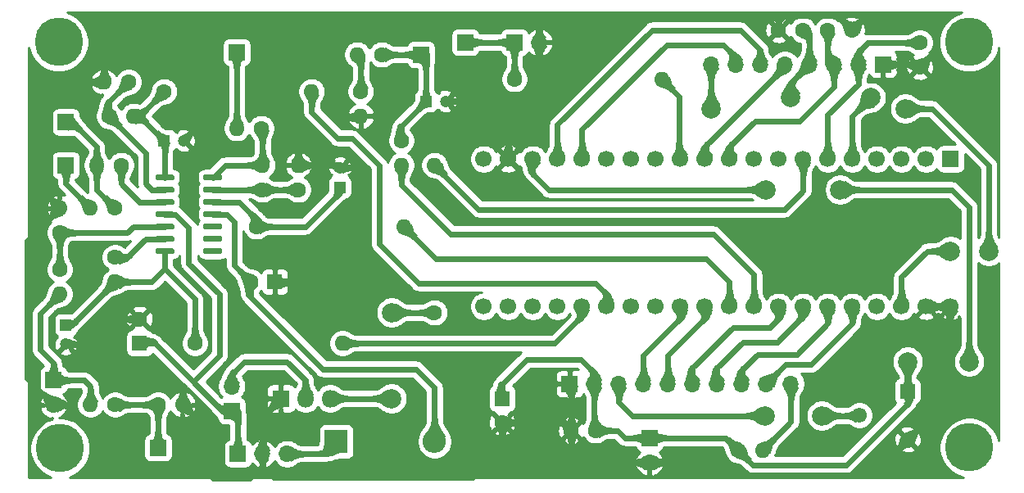
<source format=gbl>
%TF.GenerationSoftware,KiCad,Pcbnew,(5.1.10)-1*%
%TF.CreationDate,2021-06-08T18:49:46-04:00*%
%TF.ProjectId,PSU_main,5053555f-6d61-4696-9e2e-6b696361645f,rev?*%
%TF.SameCoordinates,Original*%
%TF.FileFunction,Copper,L2,Bot*%
%TF.FilePolarity,Positive*%
%FSLAX46Y46*%
G04 Gerber Fmt 4.6, Leading zero omitted, Abs format (unit mm)*
G04 Created by KiCad (PCBNEW (5.1.10)-1) date 2021-06-08 18:49:46*
%MOMM*%
%LPD*%
G01*
G04 APERTURE LIST*
%TA.AperFunction,ComponentPad*%
%ADD10C,1.700000*%
%TD*%
%TA.AperFunction,ComponentPad*%
%ADD11R,1.700000X1.700000*%
%TD*%
%TA.AperFunction,ComponentPad*%
%ADD12O,1.600000X1.600000*%
%TD*%
%TA.AperFunction,ComponentPad*%
%ADD13C,1.600000*%
%TD*%
%TA.AperFunction,ComponentPad*%
%ADD14O,1.700000X1.700000*%
%TD*%
%TA.AperFunction,ComponentPad*%
%ADD15C,1.550000*%
%TD*%
%TA.AperFunction,ComponentPad*%
%ADD16R,1.550000X1.550000*%
%TD*%
%TA.AperFunction,ComponentPad*%
%ADD17C,1.200000*%
%TD*%
%TA.AperFunction,ComponentPad*%
%ADD18R,1.200000X1.200000*%
%TD*%
%TA.AperFunction,ComponentPad*%
%ADD19R,1.600000X1.600000*%
%TD*%
%TA.AperFunction,ComponentPad*%
%ADD20R,2.400000X2.400000*%
%TD*%
%TA.AperFunction,ComponentPad*%
%ADD21O,2.400000X2.400000*%
%TD*%
%TA.AperFunction,ComponentPad*%
%ADD22R,1.800000X1.800000*%
%TD*%
%TA.AperFunction,ComponentPad*%
%ADD23O,1.800000X1.800000*%
%TD*%
%TA.AperFunction,ViaPad*%
%ADD24C,5.000000*%
%TD*%
%TA.AperFunction,ViaPad*%
%ADD25C,2.000000*%
%TD*%
%TA.AperFunction,Conductor*%
%ADD26C,0.250000*%
%TD*%
%TA.AperFunction,Conductor*%
%ADD27C,0.609600*%
%TD*%
%TA.AperFunction,Conductor*%
%ADD28C,0.025400*%
%TD*%
%TA.AperFunction,Conductor*%
%ADD29C,0.100000*%
%TD*%
%TA.AperFunction,Conductor*%
%ADD30C,0.254000*%
%TD*%
G04 APERTURE END LIST*
D10*
%TO.P,BP1,40*%
%TO.N,GND*%
X179705000Y-106045000D03*
D11*
%TO.P,BP1,1*%
%TO.N,Net-(BP?1-Pad1)*%
X179705000Y-90805000D03*
D10*
%TO.P,BP1,39*%
%TO.N,GND*%
X177165000Y-106045000D03*
%TO.P,BP1,2*%
%TO.N,Net-(BP?1-Pad2)*%
X177165000Y-90805000D03*
%TO.P,BP1,38*%
%TO.N,+3V3*%
X174625000Y-106045000D03*
%TO.P,BP1,3*%
%TO.N,Net-(BP?1-Pad3)*%
X174625000Y-90805000D03*
%TO.P,BP1,37*%
%TO.N,Net-(BP?1-Pad37)*%
X172085000Y-106045000D03*
%TO.P,BP1,4*%
%TO.N,Net-(BP?1-Pad4)*%
X172085000Y-90805000D03*
%TO.P,BP1,36*%
%TO.N,Net-(BP?1-Pad36)*%
X169545000Y-106045000D03*
%TO.P,BP1,5*%
%TO.N,Net-(BP?1-Pad5)*%
X169545000Y-90805000D03*
%TO.P,BP1,35*%
%TO.N,Net-(BP?1-Pad35)*%
X167005000Y-106045000D03*
%TO.P,BP1,6*%
%TO.N,Net-(BP?1-Pad6)*%
X167005000Y-90805000D03*
%TO.P,BP1,34*%
%TO.N,Net-(BP?1-Pad34)*%
X164465000Y-106045000D03*
%TO.P,BP1,7*%
%TO.N,A10*%
X164465000Y-90805000D03*
%TO.P,BP1,33*%
%TO.N,Net-(BP?1-Pad33)*%
X161925000Y-106045000D03*
%TO.P,BP1,8*%
%TO.N,Net-(BP?1-Pad8)*%
X161925000Y-90805000D03*
%TO.P,BP1,32*%
%TO.N,A7*%
X159385000Y-106045000D03*
%TO.P,BP1,9*%
%TO.N,Net-(BP?1-Pad9)*%
X159385000Y-90805000D03*
%TO.P,BP1,31*%
%TO.N,A6*%
X156845000Y-106045000D03*
%TO.P,BP1,10*%
%TO.N,Net-(BP?1-Pad10)*%
X156845000Y-90805000D03*
%TO.P,BP1,30*%
%TO.N,Net-(BP?1-Pad30)*%
X154305000Y-106045000D03*
%TO.P,BP1,11*%
%TO.N,Net-(BP?1-Pad11)*%
X154305000Y-90805000D03*
%TO.P,BP1,29*%
%TO.N,Net-(BP?1-Pad29)*%
X151765000Y-106045000D03*
%TO.P,BP1,12*%
%TO.N,B4*%
X151765000Y-90805000D03*
%TO.P,BP1,28*%
%TO.N,Net-(BP?1-Pad28)*%
X149225000Y-106045000D03*
%TO.P,BP1,13*%
%TO.N,Net-(BP?1-Pad13)*%
X149225000Y-90805000D03*
%TO.P,BP1,27*%
%TO.N,Net-(BP?1-Pad27)*%
X146685000Y-106045000D03*
%TO.P,BP1,14*%
%TO.N,Net-(BP?1-Pad14)*%
X146685000Y-90805000D03*
%TO.P,BP1,26*%
%TO.N,A1*%
X144145000Y-106045000D03*
%TO.P,BP1,15*%
%TO.N,Net-(BP?1-Pad15)*%
X144145000Y-90805000D03*
%TO.P,BP1,25*%
%TO.N,A0*%
X141605000Y-106045000D03*
%TO.P,BP1,16*%
%TO.N,Net-(BP?1-Pad16)*%
X141605000Y-90805000D03*
%TO.P,BP1,24*%
%TO.N,Net-(BP?1-Pad24)*%
X139065000Y-106045000D03*
%TO.P,BP1,17*%
%TO.N,Net-(BP?1-Pad17)*%
X139065000Y-90805000D03*
%TO.P,BP1,23*%
%TO.N,Net-(BP?1-Pad23)*%
X136525000Y-106045000D03*
%TO.P,BP1,18*%
%TO.N,+5V*%
X136525000Y-90805000D03*
%TO.P,BP1,22*%
%TO.N,Net-(BP?1-Pad22)*%
X133985000Y-106045000D03*
%TO.P,BP1,19*%
%TO.N,GND*%
X133985000Y-90805000D03*
%TO.P,BP1,21*%
%TO.N,Net-(BP?1-Pad21)*%
X131445000Y-106045000D03*
%TO.P,BP1,20*%
%TO.N,Net-(BP?1-Pad20)*%
X131445000Y-90805000D03*
%TD*%
D12*
%TO.P,R13,2*%
%TO.N,GND*%
X118745000Y-86360000D03*
D13*
%TO.P,R13,1*%
%TO.N,Net-(R12-Pad2)*%
X118745000Y-83820000D03*
%TD*%
D12*
%TO.P,R21,2*%
%TO.N,GND*%
X100330000Y-116205000D03*
D13*
%TO.P,R21,1*%
%TO.N,Net-(J13-Pad1)*%
X97790000Y-116205000D03*
%TD*%
D11*
%TO.P,J10,1*%
%TO.N,GND*%
X140335000Y-114046000D03*
D14*
%TO.P,J10,2*%
%TO.N,+5V*%
X142875000Y-114046000D03*
%TO.P,J10,3*%
%TO.N,Net-(J10-Pad3)*%
X145415000Y-114046000D03*
%TO.P,J10,4*%
%TO.N,Net-(BP?1-Pad29)*%
X147955000Y-114046000D03*
%TO.P,J10,5*%
%TO.N,Net-(BP?1-Pad30)*%
X150495000Y-114046000D03*
%TO.P,J10,6*%
%TO.N,Net-(BP?1-Pad33)*%
X153035000Y-114046000D03*
%TO.P,J10,7*%
%TO.N,Net-(BP?1-Pad34)*%
X155575000Y-114046000D03*
%TO.P,J10,8*%
%TO.N,Net-(BP?1-Pad35)*%
X158115000Y-114046000D03*
%TO.P,J10,9*%
%TO.N,Net-(BP?1-Pad36)*%
X160655000Y-114046000D03*
%TO.P,J10,10*%
%TO.N,Net-(J10-Pad10)*%
X163195000Y-114046000D03*
%TD*%
D15*
%TO.P,RV1,3*%
%TO.N,GND*%
X175260000Y-119808000D03*
D16*
%TO.P,RV1,1*%
%TO.N,+5V*%
X175260000Y-114808000D03*
D15*
%TO.P,RV1,2*%
%TO.N,Net-(J10-Pad3)*%
X170260000Y-117308000D03*
%TD*%
D11*
%TO.P,J13,1*%
%TO.N,Net-(J13-Pad1)*%
X97790000Y-120650000D03*
%TD*%
D13*
%TO.P,C5,1*%
%TO.N,+5V*%
X143002000Y-118872000D03*
%TO.P,C5,2*%
%TO.N,GND*%
X140502000Y-118872000D03*
%TD*%
D14*
%TO.P,J12,2*%
%TO.N,GND*%
X148590000Y-122174000D03*
D11*
%TO.P,J12,1*%
%TO.N,+5V*%
X148590000Y-119634000D03*
%TD*%
D17*
%TO.P,C1,2*%
%TO.N,GND*%
X116586000Y-91726000D03*
D18*
%TO.P,C1,1*%
%TO.N,Net-(C1-Pad1)*%
X116586000Y-93726000D03*
%TD*%
%TO.P,C2,1*%
%TO.N,Net-(C2-Pad1)*%
X125476000Y-84836000D03*
D17*
%TO.P,C2,2*%
%TO.N,GND*%
X127476000Y-84836000D03*
%TD*%
D18*
%TO.P,C3,1*%
%TO.N,Net-(C3-Pad1)*%
X88265000Y-107950000D03*
D17*
%TO.P,C3,2*%
%TO.N,GND*%
X88265000Y-109950000D03*
%TD*%
%TO.P,C4,2*%
%TO.N,GND*%
X100425000Y-88900000D03*
D18*
%TO.P,C4,1*%
%TO.N,Net-(C4-Pad1)*%
X98425000Y-88900000D03*
%TD*%
D13*
%TO.P,C6,2*%
%TO.N,GND*%
X95885000Y-107355000D03*
D19*
%TO.P,C6,1*%
%TO.N,+12V*%
X95885000Y-109855000D03*
%TD*%
%TO.P,C7,1*%
%TO.N,+5V*%
X133350000Y-115570000D03*
D13*
%TO.P,C7,2*%
%TO.N,GND*%
X133350000Y-118070000D03*
%TD*%
D19*
%TO.P,C8,1*%
%TO.N,GND*%
X109855000Y-103505000D03*
D13*
%TO.P,C8,2*%
%TO.N,11*%
X107355000Y-103505000D03*
%TD*%
%TO.P,C9,2*%
%TO.N,Net-(BP?1-Pad5)*%
X164425000Y-77470000D03*
%TO.P,C9,1*%
%TO.N,GND*%
X161925000Y-77470000D03*
%TD*%
%TO.P,C10,2*%
%TO.N,GND*%
X169505000Y-77470000D03*
%TO.P,C10,1*%
%TO.N,Net-(BP?1-Pad10)*%
X167005000Y-77470000D03*
%TD*%
%TO.P,C11,1*%
%TO.N,GND*%
X176530000Y-81280000D03*
%TO.P,C11,2*%
%TO.N,Net-(BP?1-Pad6)*%
X176530000Y-78780000D03*
%TD*%
D20*
%TO.P,D1,1*%
%TO.N,Net-(D1-Pad1)*%
X116205000Y-120015000D03*
D21*
%TO.P,D1,2*%
%TO.N,11*%
X126365000Y-120015000D03*
%TD*%
D11*
%TO.P,J1,1*%
%TO.N,Net-(J1-Pad1)*%
X88265000Y-86995000D03*
%TD*%
%TO.P,J2,1*%
%TO.N,Net-(J2-Pad1)*%
X88265000Y-91440000D03*
%TD*%
%TO.P,J4,1*%
%TO.N,Net-(C2-Pad1)*%
X124968000Y-80010000D03*
%TD*%
%TO.P,J5,1*%
%TO.N,Net-(J5-Pad1)*%
X105918000Y-79756000D03*
%TD*%
%TO.P,J6,1*%
%TO.N,GND*%
X172720000Y-81026000D03*
D14*
%TO.P,J6,2*%
%TO.N,Net-(BP?1-Pad6)*%
X170180000Y-81026000D03*
%TO.P,J6,3*%
%TO.N,Net-(BP?1-Pad10)*%
X167640000Y-81026000D03*
%TO.P,J6,4*%
%TO.N,Net-(BP?1-Pad5)*%
X165100000Y-81026000D03*
%TO.P,J6,5*%
%TO.N,Net-(BP?1-Pad11)*%
X162560000Y-81026000D03*
%TO.P,J6,6*%
%TO.N,Net-(BP?1-Pad17)*%
X160020000Y-81026000D03*
%TO.P,J6,7*%
%TO.N,Net-(BP?1-Pad16)*%
X157480000Y-81026000D03*
%TO.P,J6,8*%
%TO.N,+3V3*%
X154940000Y-81026000D03*
%TD*%
%TO.P,J7,2*%
%TO.N,Net-(J7-Pad2)*%
X105410000Y-114300000D03*
D11*
%TO.P,J7,1*%
%TO.N,+12V*%
X105410000Y-116840000D03*
%TD*%
%TO.P,J8,1*%
%TO.N,Net-(J8-Pad1)*%
X129540000Y-78740000D03*
%TD*%
D14*
%TO.P,J9,2*%
%TO.N,GND*%
X137160000Y-78740000D03*
D11*
%TO.P,J9,1*%
%TO.N,Net-(J8-Pad1)*%
X134620000Y-78740000D03*
%TD*%
D14*
%TO.P,J11,2*%
%TO.N,GND*%
X86995000Y-116205000D03*
D11*
%TO.P,J11,1*%
%TO.N,Vout*%
X86995000Y-113665000D03*
%TD*%
%TO.P,J14,1*%
%TO.N,+12V*%
X106045000Y-121285000D03*
D14*
%TO.P,J14,2*%
%TO.N,GND*%
X108585000Y-121285000D03*
%TO.P,J14,3*%
%TO.N,Net-(D1-Pad1)*%
X111125000Y-121285000D03*
%TD*%
D22*
%TO.P,Q1,1*%
%TO.N,GND*%
X110490000Y-115570000D03*
D23*
%TO.P,Q1,2*%
%TO.N,Net-(J7-Pad2)*%
X113030000Y-115570000D03*
%TO.P,Q1,3*%
%TO.N,Net-(Q1-Pad3)*%
X115570000Y-115570000D03*
%TD*%
D13*
%TO.P,R2,1*%
%TO.N,Net-(C1-Pad1)*%
X107950000Y-97790000D03*
D12*
%TO.P,R2,2*%
%TO.N,A6*%
X123190000Y-97790000D03*
%TD*%
%TO.P,R17,2*%
%TO.N,A10*%
X126365000Y-91440000D03*
D13*
%TO.P,R17,1*%
%TO.N,Net-(Q1-Pad3)*%
X126365000Y-106680000D03*
%TD*%
D12*
%TO.P,R18,2*%
%TO.N,B4*%
X149860000Y-82550000D03*
D13*
%TO.P,R18,1*%
%TO.N,Net-(J8-Pad1)*%
X134620000Y-82550000D03*
%TD*%
%TO.P,U1,1*%
%TO.N,Net-(C3-Pad1)*%
%TA.AperFunction,SMDPad,CuDef*%
G36*
G01*
X97515000Y-100480000D02*
X97515000Y-100180000D01*
G75*
G02*
X97665000Y-100030000I150000J0D01*
G01*
X99315000Y-100030000D01*
G75*
G02*
X99465000Y-100180000I0J-150000D01*
G01*
X99465000Y-100480000D01*
G75*
G02*
X99315000Y-100630000I-150000J0D01*
G01*
X97665000Y-100630000D01*
G75*
G02*
X97515000Y-100480000I0J150000D01*
G01*
G37*
%TD.AperFunction*%
%TO.P,U1,2*%
%TO.N,Net-(R9-Pad1)*%
%TA.AperFunction,SMDPad,CuDef*%
G36*
G01*
X97515000Y-99210000D02*
X97515000Y-98910000D01*
G75*
G02*
X97665000Y-98760000I150000J0D01*
G01*
X99315000Y-98760000D01*
G75*
G02*
X99465000Y-98910000I0J-150000D01*
G01*
X99465000Y-99210000D01*
G75*
G02*
X99315000Y-99360000I-150000J0D01*
G01*
X97665000Y-99360000D01*
G75*
G02*
X97515000Y-99210000I0J150000D01*
G01*
G37*
%TD.AperFunction*%
%TO.P,U1,3*%
%TO.N,Net-(R3-Pad1)*%
%TA.AperFunction,SMDPad,CuDef*%
G36*
G01*
X97515000Y-97940000D02*
X97515000Y-97640000D01*
G75*
G02*
X97665000Y-97490000I150000J0D01*
G01*
X99315000Y-97490000D01*
G75*
G02*
X99465000Y-97640000I0J-150000D01*
G01*
X99465000Y-97940000D01*
G75*
G02*
X99315000Y-98090000I-150000J0D01*
G01*
X97665000Y-98090000D01*
G75*
G02*
X97515000Y-97940000I0J150000D01*
G01*
G37*
%TD.AperFunction*%
%TO.P,U1,4*%
%TO.N,+12V*%
%TA.AperFunction,SMDPad,CuDef*%
G36*
G01*
X97515000Y-96670000D02*
X97515000Y-96370000D01*
G75*
G02*
X97665000Y-96220000I150000J0D01*
G01*
X99315000Y-96220000D01*
G75*
G02*
X99465000Y-96370000I0J-150000D01*
G01*
X99465000Y-96670000D01*
G75*
G02*
X99315000Y-96820000I-150000J0D01*
G01*
X97665000Y-96820000D01*
G75*
G02*
X97515000Y-96670000I0J150000D01*
G01*
G37*
%TD.AperFunction*%
%TO.P,U1,5*%
%TO.N,Net-(R4-Pad1)*%
%TA.AperFunction,SMDPad,CuDef*%
G36*
G01*
X97515000Y-95400000D02*
X97515000Y-95100000D01*
G75*
G02*
X97665000Y-94950000I150000J0D01*
G01*
X99315000Y-94950000D01*
G75*
G02*
X99465000Y-95100000I0J-150000D01*
G01*
X99465000Y-95400000D01*
G75*
G02*
X99315000Y-95550000I-150000J0D01*
G01*
X97665000Y-95550000D01*
G75*
G02*
X97515000Y-95400000I0J150000D01*
G01*
G37*
%TD.AperFunction*%
%TO.P,U1,6*%
%TO.N,Net-(R10-Pad1)*%
%TA.AperFunction,SMDPad,CuDef*%
G36*
G01*
X97515000Y-94130000D02*
X97515000Y-93830000D01*
G75*
G02*
X97665000Y-93680000I150000J0D01*
G01*
X99315000Y-93680000D01*
G75*
G02*
X99465000Y-93830000I0J-150000D01*
G01*
X99465000Y-94130000D01*
G75*
G02*
X99315000Y-94280000I-150000J0D01*
G01*
X97665000Y-94280000D01*
G75*
G02*
X97515000Y-94130000I0J150000D01*
G01*
G37*
%TD.AperFunction*%
%TO.P,U1,7*%
%TO.N,Net-(C4-Pad1)*%
%TA.AperFunction,SMDPad,CuDef*%
G36*
G01*
X97515000Y-92860000D02*
X97515000Y-92560000D01*
G75*
G02*
X97665000Y-92410000I150000J0D01*
G01*
X99315000Y-92410000D01*
G75*
G02*
X99465000Y-92560000I0J-150000D01*
G01*
X99465000Y-92860000D01*
G75*
G02*
X99315000Y-93010000I-150000J0D01*
G01*
X97665000Y-93010000D01*
G75*
G02*
X97515000Y-92860000I0J150000D01*
G01*
G37*
%TD.AperFunction*%
%TO.P,U1,8*%
%TO.N,Net-(R11-Pad2)*%
%TA.AperFunction,SMDPad,CuDef*%
G36*
G01*
X102465000Y-92860000D02*
X102465000Y-92560000D01*
G75*
G02*
X102615000Y-92410000I150000J0D01*
G01*
X104265000Y-92410000D01*
G75*
G02*
X104415000Y-92560000I0J-150000D01*
G01*
X104415000Y-92860000D01*
G75*
G02*
X104265000Y-93010000I-150000J0D01*
G01*
X102615000Y-93010000D01*
G75*
G02*
X102465000Y-92860000I0J150000D01*
G01*
G37*
%TD.AperFunction*%
%TO.P,U1,9*%
%TO.N,Net-(R11-Pad1)*%
%TA.AperFunction,SMDPad,CuDef*%
G36*
G01*
X102465000Y-94130000D02*
X102465000Y-93830000D01*
G75*
G02*
X102615000Y-93680000I150000J0D01*
G01*
X104265000Y-93680000D01*
G75*
G02*
X104415000Y-93830000I0J-150000D01*
G01*
X104415000Y-94130000D01*
G75*
G02*
X104265000Y-94280000I-150000J0D01*
G01*
X102615000Y-94280000D01*
G75*
G02*
X102465000Y-94130000I0J150000D01*
G01*
G37*
%TD.AperFunction*%
%TO.P,U1,10*%
%TO.N,Net-(C1-Pad1)*%
%TA.AperFunction,SMDPad,CuDef*%
G36*
G01*
X102465000Y-95400000D02*
X102465000Y-95100000D01*
G75*
G02*
X102615000Y-94950000I150000J0D01*
G01*
X104265000Y-94950000D01*
G75*
G02*
X104415000Y-95100000I0J-150000D01*
G01*
X104415000Y-95400000D01*
G75*
G02*
X104265000Y-95550000I-150000J0D01*
G01*
X102615000Y-95550000D01*
G75*
G02*
X102465000Y-95400000I0J150000D01*
G01*
G37*
%TD.AperFunction*%
%TO.P,U1,11*%
%TO.N,11*%
%TA.AperFunction,SMDPad,CuDef*%
G36*
G01*
X102465000Y-96670000D02*
X102465000Y-96370000D01*
G75*
G02*
X102615000Y-96220000I150000J0D01*
G01*
X104265000Y-96220000D01*
G75*
G02*
X104415000Y-96370000I0J-150000D01*
G01*
X104415000Y-96670000D01*
G75*
G02*
X104265000Y-96820000I-150000J0D01*
G01*
X102615000Y-96820000D01*
G75*
G02*
X102465000Y-96670000I0J150000D01*
G01*
G37*
%TD.AperFunction*%
%TO.P,U1,12*%
%TO.N,N/C*%
%TA.AperFunction,SMDPad,CuDef*%
G36*
G01*
X102465000Y-97940000D02*
X102465000Y-97640000D01*
G75*
G02*
X102615000Y-97490000I150000J0D01*
G01*
X104265000Y-97490000D01*
G75*
G02*
X104415000Y-97640000I0J-150000D01*
G01*
X104415000Y-97940000D01*
G75*
G02*
X104265000Y-98090000I-150000J0D01*
G01*
X102615000Y-98090000D01*
G75*
G02*
X102465000Y-97940000I0J150000D01*
G01*
G37*
%TD.AperFunction*%
%TO.P,U1,13*%
%TA.AperFunction,SMDPad,CuDef*%
G36*
G01*
X102465000Y-99210000D02*
X102465000Y-98910000D01*
G75*
G02*
X102615000Y-98760000I150000J0D01*
G01*
X104265000Y-98760000D01*
G75*
G02*
X104415000Y-98910000I0J-150000D01*
G01*
X104415000Y-99210000D01*
G75*
G02*
X104265000Y-99360000I-150000J0D01*
G01*
X102615000Y-99360000D01*
G75*
G02*
X102465000Y-99210000I0J150000D01*
G01*
G37*
%TD.AperFunction*%
%TO.P,U1,14*%
%TA.AperFunction,SMDPad,CuDef*%
G36*
G01*
X102465000Y-100480000D02*
X102465000Y-100180000D01*
G75*
G02*
X102615000Y-100030000I150000J0D01*
G01*
X104265000Y-100030000D01*
G75*
G02*
X104415000Y-100180000I0J-150000D01*
G01*
X104415000Y-100480000D01*
G75*
G02*
X104265000Y-100630000I-150000J0D01*
G01*
X102615000Y-100630000D01*
G75*
G02*
X102465000Y-100480000I0J150000D01*
G01*
G37*
%TD.AperFunction*%
%TD*%
%TO.P,R9,1*%
%TO.N,Net-(R9-Pad1)*%
X93345000Y-100965000D03*
D12*
%TO.P,R9,2*%
%TO.N,Net-(C3-Pad1)*%
X93345000Y-103505000D03*
%TD*%
D13*
%TO.P,R1,1*%
%TO.N,Net-(J1-Pad1)*%
X93345000Y-95885000D03*
D12*
%TO.P,R1,2*%
%TO.N,Net-(J2-Pad1)*%
X90805000Y-95885000D03*
%TD*%
D13*
%TO.P,R4,1*%
%TO.N,Net-(R4-Pad1)*%
X93980000Y-91440000D03*
D12*
%TO.P,R4,2*%
%TO.N,Net-(J1-Pad1)*%
X91440000Y-91440000D03*
%TD*%
%TO.P,R3,2*%
%TO.N,Vout*%
X87630000Y-104775000D03*
D13*
%TO.P,R3,1*%
%TO.N,Net-(R3-Pad1)*%
X87630000Y-102235000D03*
%TD*%
%TO.P,R5,1*%
%TO.N,Net-(R3-Pad1)*%
X87630000Y-98425000D03*
D12*
%TO.P,R5,2*%
%TO.N,GND*%
X87630000Y-95885000D03*
%TD*%
D13*
%TO.P,R11,1*%
%TO.N,Net-(R11-Pad1)*%
X108585000Y-93980000D03*
D12*
%TO.P,R11,2*%
%TO.N,Net-(R11-Pad2)*%
X108585000Y-91440000D03*
%TD*%
%TO.P,R7,2*%
%TO.N,GND*%
X112268000Y-91440000D03*
D13*
%TO.P,R7,1*%
%TO.N,Net-(R11-Pad1)*%
X112268000Y-93980000D03*
%TD*%
%TO.P,R16,1*%
%TO.N,Net-(R11-Pad2)*%
X108458000Y-87630000D03*
D12*
%TO.P,R16,2*%
%TO.N,Net-(J5-Pad1)*%
X105918000Y-87630000D03*
%TD*%
D13*
%TO.P,R6,1*%
%TO.N,Net-(R10-Pad1)*%
X94742000Y-82854800D03*
D12*
%TO.P,R6,2*%
%TO.N,GND*%
X92202000Y-82854800D03*
%TD*%
D13*
%TO.P,R10,1*%
%TO.N,Net-(R10-Pad1)*%
X92710000Y-86360000D03*
D12*
%TO.P,R10,2*%
%TO.N,Net-(C4-Pad1)*%
X95250000Y-86360000D03*
%TD*%
D13*
%TO.P,R15,1*%
%TO.N,Net-(C4-Pad1)*%
X98425000Y-83820000D03*
D12*
%TO.P,R15,2*%
%TO.N,A1*%
X113665000Y-83820000D03*
%TD*%
D13*
%TO.P,R14,1*%
%TO.N,Net-(C3-Pad1)*%
X101600000Y-109855000D03*
D12*
%TO.P,R14,2*%
%TO.N,A0*%
X116840000Y-109855000D03*
%TD*%
D13*
%TO.P,R8,1*%
%TO.N,Net-(C2-Pad1)*%
X122936000Y-88900000D03*
D12*
%TO.P,R8,2*%
%TO.N,A7*%
X122936000Y-91440000D03*
%TD*%
D13*
%TO.P,R12,1*%
%TO.N,Net-(C2-Pad1)*%
X120904000Y-80010000D03*
D12*
%TO.P,R12,2*%
%TO.N,Net-(R12-Pad2)*%
X118364000Y-80010000D03*
%TD*%
D13*
%TO.P,R19,1*%
%TO.N,+5V*%
X157734000Y-120904000D03*
D12*
%TO.P,R19,2*%
%TO.N,Net-(J10-Pad10)*%
X160274000Y-120904000D03*
%TD*%
D13*
%TO.P,R20,1*%
%TO.N,Net-(J13-Pad1)*%
X93345000Y-116205000D03*
D12*
%TO.P,R20,2*%
%TO.N,Vout*%
X90805000Y-116205000D03*
%TD*%
D24*
%TO.N,*%
X181648100Y-120637300D03*
X181610000Y-78727300D03*
X87515700Y-78701900D03*
X87668100Y-120713500D03*
D25*
%TO.N,+3V3*%
X154940000Y-85598000D03*
X179705000Y-100330000D03*
X183642000Y-100330000D03*
X175006000Y-85598000D03*
%TO.N,Net-(BP?1-Pad5)*%
X163195000Y-84455000D03*
X171450000Y-84455000D03*
%TO.N,+5V*%
X160655000Y-93980000D03*
X168275000Y-93980000D03*
X181610000Y-111760000D03*
X175260000Y-111760000D03*
%TO.N,Net-(J10-Pad3)*%
X160528000Y-117348000D03*
X166370000Y-117348000D03*
%TO.N,Net-(Q1-Pad3)*%
X121920000Y-115570000D03*
X121920000Y-106680000D03*
%TD*%
D26*
%TO.N,GND*%
X172720000Y-81280000D02*
X173355000Y-81280000D01*
X140375000Y-113705000D02*
X140335000Y-113665000D01*
D27*
X88265000Y-109950000D02*
X90710000Y-109950000D01*
X93305000Y-107355000D02*
X95885000Y-107355000D01*
X90710000Y-109950000D02*
X93305000Y-107355000D01*
X100330000Y-116205000D02*
X100330000Y-114300000D01*
X100330000Y-114300000D02*
X99060000Y-113030000D01*
X93790000Y-113030000D02*
X90710000Y-109950000D01*
X99060000Y-113030000D02*
X93790000Y-113030000D01*
X108585000Y-117475000D02*
X110490000Y-115570000D01*
X108585000Y-121285000D02*
X108585000Y-117475000D01*
X100330000Y-116205000D02*
X102235000Y-118110000D01*
X102235000Y-118110000D02*
X102235000Y-122555000D01*
X102235000Y-122555000D02*
X103505000Y-123825000D01*
X103505000Y-123825000D02*
X107315000Y-123825000D01*
X107315000Y-123825000D02*
X108585000Y-122555000D01*
X86995000Y-116205000D02*
X88265000Y-116205000D01*
X95250000Y-123190000D02*
X102235000Y-123190000D01*
X88265000Y-116205000D02*
X95250000Y-123190000D01*
X108585000Y-121285000D02*
X108585000Y-122555000D01*
X108585000Y-122555000D02*
X109728000Y-123698000D01*
X109728000Y-123698000D02*
X130302000Y-123698000D01*
X133350000Y-120650000D02*
X133350000Y-118070000D01*
X130302000Y-123698000D02*
X133350000Y-120650000D01*
X116300000Y-91440000D02*
X116586000Y-91726000D01*
X112268000Y-91440000D02*
X116300000Y-91440000D01*
X109855000Y-103505000D02*
X111125000Y-103505000D01*
X111125000Y-103505000D02*
X118872000Y-95758000D01*
X118872000Y-95758000D02*
X118872000Y-92456000D01*
X118142000Y-91726000D02*
X116586000Y-91726000D01*
X118872000Y-92456000D02*
X118142000Y-91726000D01*
X112268000Y-91440000D02*
X112268000Y-87630000D01*
X112268000Y-87630000D02*
X109474000Y-84836000D01*
X109474000Y-84836000D02*
X109474000Y-78232000D01*
X118745000Y-86360000D02*
X117348000Y-86360000D01*
X117348000Y-86360000D02*
X115570000Y-84582000D01*
X115570000Y-84582000D02*
X115570000Y-79248000D01*
X114427000Y-78105000D02*
X109347000Y-78105000D01*
X115570000Y-79248000D02*
X114427000Y-78105000D01*
X109474000Y-78232000D02*
X109347000Y-78105000D01*
X127476000Y-84836000D02*
X130556000Y-84836000D01*
X133985000Y-88265000D02*
X133985000Y-90805000D01*
X130556000Y-84836000D02*
X133985000Y-88265000D01*
X140502000Y-114213000D02*
X140335000Y-114046000D01*
X140502000Y-118872000D02*
X140502000Y-114213000D01*
X139700000Y-118070000D02*
X140502000Y-118872000D01*
X133350000Y-118070000D02*
X139700000Y-118070000D01*
X140502000Y-118872000D02*
X140502000Y-120690000D01*
X141986000Y-122174000D02*
X148590000Y-122174000D01*
X140502000Y-120690000D02*
X141986000Y-122174000D01*
X148590000Y-122174000D02*
X154432000Y-122174000D01*
X154432000Y-122174000D02*
X155702000Y-123444000D01*
X171624000Y-123444000D02*
X175260000Y-119808000D01*
X155702000Y-123444000D02*
X171624000Y-123444000D01*
X175260000Y-119808000D02*
X179578000Y-115490000D01*
X179578000Y-106172000D02*
X179705000Y-106045000D01*
X179578000Y-115490000D02*
X179578000Y-106172000D01*
X177165000Y-106045000D02*
X179705000Y-106045000D01*
X115570000Y-79248000D02*
X115570000Y-78486000D01*
X115570000Y-78486000D02*
X117856000Y-76200000D01*
X117856000Y-76200000D02*
X136144000Y-76200000D01*
X137160000Y-77216000D02*
X137160000Y-78740000D01*
X136144000Y-76200000D02*
X137160000Y-77216000D01*
X133985000Y-88265000D02*
X133985000Y-87503000D01*
X137160000Y-84328000D02*
X137160000Y-78740000D01*
X133985000Y-87503000D02*
X137160000Y-84328000D01*
X176276000Y-81026000D02*
X176530000Y-81280000D01*
X172720000Y-81026000D02*
X176276000Y-81026000D01*
X161925000Y-77470000D02*
X161925000Y-76581000D01*
X161925000Y-76581000D02*
X162560000Y-75946000D01*
X167981000Y-75946000D02*
X169505000Y-77470000D01*
X162560000Y-75946000D02*
X167981000Y-75946000D01*
X161544000Y-76200000D02*
X161925000Y-76581000D01*
X138176000Y-76200000D02*
X161544000Y-76200000D01*
X137160000Y-77216000D02*
X138176000Y-76200000D01*
X171029000Y-75946000D02*
X169505000Y-77470000D01*
X177038000Y-75946000D02*
X171029000Y-75946000D01*
X84280390Y-99234610D02*
X87630000Y-95885000D01*
X84280390Y-113490390D02*
X84280390Y-99234610D01*
X86995000Y-116205000D02*
X84280390Y-113490390D01*
X108204000Y-76962000D02*
X109347000Y-78105000D01*
X104152700Y-76962000D02*
X108204000Y-76962000D01*
X102235000Y-78879700D02*
X104152700Y-76962000D01*
X102235000Y-87090000D02*
X102235000Y-78879700D01*
X100425000Y-88900000D02*
X102235000Y-87090000D01*
X177038000Y-75946000D02*
X178168300Y-77076300D01*
X178168300Y-79641700D02*
X176530000Y-81280000D01*
X178168300Y-77076300D02*
X178168300Y-79641700D01*
X87452200Y-82854800D02*
X92202000Y-82854800D01*
X92202000Y-82854800D02*
X92202000Y-81064100D01*
X94386400Y-78879700D02*
X102235000Y-78879700D01*
X92202000Y-81064100D02*
X94386400Y-78879700D01*
X87630000Y-95885000D02*
X84823300Y-93078300D01*
X84823300Y-85483700D02*
X87452200Y-82854800D01*
X84823300Y-93078300D02*
X84823300Y-85483700D01*
%TO.N,+3V3*%
X174625000Y-106045000D02*
X174625000Y-102997000D01*
X177292000Y-100330000D02*
X179705000Y-100330000D01*
X174625000Y-102997000D02*
X177292000Y-100330000D01*
X154940000Y-85598000D02*
X154940000Y-81026000D01*
X175006000Y-85598000D02*
X177800000Y-85598000D01*
X183642000Y-91440000D02*
X183642000Y-100330000D01*
X177800000Y-85598000D02*
X183642000Y-91440000D01*
D26*
%TO.N,Net-(BP?1-Pad36)*%
X169545000Y-106680000D02*
X169545000Y-106045000D01*
D27*
X162639390Y-112061610D02*
X165306390Y-112061610D01*
X160655000Y-114046000D02*
X162639390Y-112061610D01*
X169545000Y-107823000D02*
X169545000Y-106045000D01*
X165306390Y-112061610D02*
X169545000Y-107823000D01*
D26*
%TO.N,Net-(BP?1-Pad5)*%
X163289999Y-84360001D02*
X163195000Y-84455000D01*
D27*
X163195000Y-82931000D02*
X165100000Y-81026000D01*
X163195000Y-84455000D02*
X163195000Y-82931000D01*
X169545000Y-86360000D02*
X171450000Y-84455000D01*
X169545000Y-90805000D02*
X169545000Y-86360000D01*
X165100000Y-78145000D02*
X164425000Y-77470000D01*
X165100000Y-81026000D02*
X165100000Y-78145000D01*
D26*
%TO.N,Net-(BP?1-Pad35)*%
X167005000Y-106680000D02*
X167005000Y-106045000D01*
D27*
X163830000Y-110998000D02*
X167005000Y-107823000D01*
X159766000Y-110998000D02*
X163830000Y-110998000D01*
X158115000Y-112649000D02*
X159766000Y-110998000D01*
X167005000Y-107823000D02*
X167005000Y-106045000D01*
X158115000Y-114046000D02*
X158115000Y-112649000D01*
%TO.N,Net-(BP?1-Pad6)*%
X167005000Y-90805000D02*
X167005000Y-86233000D01*
X170180000Y-83058000D02*
X170180000Y-81026000D01*
X167005000Y-86233000D02*
X170180000Y-83058000D01*
X170180000Y-81026000D02*
X170180000Y-79756000D01*
X171156000Y-78780000D02*
X176530000Y-78780000D01*
X170180000Y-79756000D02*
X171156000Y-78780000D01*
D26*
%TO.N,Net-(BP?1-Pad34)*%
X164465000Y-106680000D02*
X164465000Y-106045000D01*
D27*
X155575000Y-114046000D02*
X155575000Y-112395000D01*
X155575000Y-112395000D02*
X158242000Y-109728000D01*
X158242000Y-109728000D02*
X161798000Y-109728000D01*
X164465000Y-107061000D02*
X164465000Y-106045000D01*
X161798000Y-109728000D02*
X164465000Y-107061000D01*
%TO.N,A10*%
X130937000Y-96012000D02*
X126365000Y-91440000D01*
X162560000Y-96012000D02*
X130937000Y-96012000D01*
X164465000Y-94107000D02*
X162560000Y-96012000D01*
X164465000Y-90805000D02*
X164465000Y-94107000D01*
%TO.N,Net-(BP?1-Pad33)*%
X153035000Y-114046000D02*
X153035000Y-112395000D01*
X153035000Y-112395000D02*
X157226000Y-108204000D01*
X157226000Y-108204000D02*
X161036000Y-108204000D01*
X161925000Y-107315000D02*
X161925000Y-106045000D01*
X161036000Y-108204000D02*
X161925000Y-107315000D01*
%TO.N,A7*%
X159385000Y-106045000D02*
X159385000Y-102743000D01*
X159385000Y-102743000D02*
X155194000Y-98552000D01*
X155194000Y-98552000D02*
X128016000Y-98552000D01*
X122936000Y-93472000D02*
X122936000Y-91440000D01*
X128016000Y-98552000D02*
X122936000Y-93472000D01*
%TO.N,A6*%
X156845000Y-106045000D02*
X156845000Y-103505000D01*
X156845000Y-103505000D02*
X154432000Y-101092000D01*
X126492000Y-101092000D02*
X123190000Y-97790000D01*
X154432000Y-101092000D02*
X126492000Y-101092000D01*
%TO.N,Net-(BP?1-Pad10)*%
X156845000Y-90805000D02*
X156845000Y-89535000D01*
X156845000Y-89535000D02*
X159512000Y-86868000D01*
X159512000Y-86868000D02*
X164084000Y-86868000D01*
X167640000Y-83312000D02*
X167640000Y-81026000D01*
X164084000Y-86868000D02*
X167640000Y-83312000D01*
X167005000Y-80391000D02*
X167640000Y-81026000D01*
X167005000Y-77470000D02*
X167005000Y-80391000D01*
%TO.N,Net-(BP?1-Pad30)*%
X150495000Y-114046000D02*
X150495000Y-111125000D01*
X154305000Y-107315000D02*
X154305000Y-106045000D01*
X150495000Y-111125000D02*
X154305000Y-107315000D01*
%TO.N,Net-(BP?1-Pad11)*%
X154305000Y-89535000D02*
X162560000Y-81280000D01*
X154305000Y-90805000D02*
X154305000Y-89535000D01*
%TO.N,Net-(BP?1-Pad29)*%
X147955000Y-114046000D02*
X147955000Y-111125000D01*
X151765000Y-107315000D02*
X151765000Y-106045000D01*
X147955000Y-111125000D02*
X151765000Y-107315000D01*
%TO.N,B4*%
X149860000Y-82550000D02*
X151638000Y-84328000D01*
X151638000Y-90678000D02*
X151765000Y-90805000D01*
X151638000Y-84328000D02*
X151638000Y-90678000D01*
%TO.N,A1*%
X144145000Y-106045000D02*
X144145000Y-104775000D01*
X144145000Y-104775000D02*
X143002000Y-103632000D01*
X143002000Y-103632000D02*
X124714000Y-103632000D01*
X124714000Y-103632000D02*
X120650000Y-99568000D01*
X120650000Y-99568000D02*
X120650000Y-91440000D01*
X120650000Y-91440000D02*
X117856000Y-88646000D01*
X117856000Y-88646000D02*
X116332000Y-88646000D01*
X113665000Y-85979000D02*
X113665000Y-83820000D01*
X116332000Y-88646000D02*
X113665000Y-85979000D01*
%TO.N,A0*%
X116840000Y-109855000D02*
X138811000Y-109855000D01*
X141605000Y-107061000D02*
X141605000Y-106045000D01*
X138811000Y-109855000D02*
X141605000Y-107061000D01*
%TO.N,Net-(BP?1-Pad16)*%
X141605000Y-90805000D02*
X141605000Y-87757000D01*
X141605000Y-87757000D02*
X150368000Y-78994000D01*
X150368000Y-78994000D02*
X156210000Y-78994000D01*
X157480000Y-80264000D02*
X157480000Y-81280000D01*
X156210000Y-78994000D02*
X157480000Y-80264000D01*
%TO.N,Net-(BP?1-Pad17)*%
X139065000Y-90805000D02*
X139065000Y-87249000D01*
X139065000Y-87249000D02*
X148844000Y-77470000D01*
X148844000Y-77470000D02*
X157988000Y-77470000D01*
X160020000Y-79502000D02*
X160020000Y-81280000D01*
X157988000Y-77470000D02*
X160020000Y-79502000D01*
D26*
%TO.N,+5V*%
X133350000Y-115570000D02*
X133985000Y-115570000D01*
D27*
X136525000Y-90805000D02*
X136525000Y-92329000D01*
X138176000Y-93980000D02*
X160655000Y-93980000D01*
X136525000Y-92329000D02*
X138176000Y-93980000D01*
X133350000Y-115570000D02*
X133350000Y-114046000D01*
X133350000Y-114046000D02*
X135890000Y-111506000D01*
X135890000Y-111506000D02*
X141478000Y-111506000D01*
X142875000Y-112903000D02*
X142875000Y-114046000D01*
X141478000Y-111506000D02*
X142875000Y-112903000D01*
X142875000Y-118745000D02*
X143002000Y-118872000D01*
X142875000Y-114046000D02*
X142875000Y-118745000D01*
X143002000Y-118872000D02*
X145288000Y-118872000D01*
X146050000Y-119634000D02*
X148590000Y-119634000D01*
X145288000Y-118872000D02*
X146050000Y-119634000D01*
X156464000Y-119634000D02*
X157734000Y-120904000D01*
X148590000Y-119634000D02*
X156464000Y-119634000D01*
X157734000Y-120904000D02*
X159258000Y-122428000D01*
X159258000Y-122428000D02*
X168910000Y-122428000D01*
X175260000Y-116078000D02*
X175260000Y-114808000D01*
X168910000Y-122428000D02*
X175260000Y-116078000D01*
X175260000Y-114808000D02*
X175260000Y-111760000D01*
X181610000Y-95758000D02*
X181610000Y-111760000D01*
X179832000Y-93980000D02*
X181610000Y-95758000D01*
X168275000Y-93980000D02*
X179832000Y-93980000D01*
%TO.N,Net-(C2-Pad1)*%
X120904000Y-80010000D02*
X124968000Y-80010000D01*
X122936000Y-87376000D02*
X125476000Y-84836000D01*
X122936000Y-88900000D02*
X122936000Y-87376000D01*
X125476000Y-80518000D02*
X124968000Y-80010000D01*
X125476000Y-84836000D02*
X125476000Y-80518000D01*
%TO.N,+12V*%
X104439224Y-116840000D02*
X105410000Y-116840000D01*
X95885000Y-109855000D02*
X97454224Y-109855000D01*
X99545306Y-96520000D02*
X100965000Y-97939694D01*
X98490000Y-96520000D02*
X99545306Y-96520000D01*
X100965000Y-97939694D02*
X100965000Y-101600000D01*
X100965000Y-101600000D02*
X104140000Y-104775000D01*
X104140000Y-111125000D02*
X101432112Y-113832888D01*
X104140000Y-104775000D02*
X104140000Y-111125000D01*
X101432112Y-113832888D02*
X104439224Y-116840000D01*
X97454224Y-109855000D02*
X101432112Y-113832888D01*
X106045000Y-117475000D02*
X105410000Y-116840000D01*
X106045000Y-121285000D02*
X106045000Y-117475000D01*
%TO.N,Net-(D1-Pad1)*%
X114935000Y-121285000D02*
X116205000Y-120015000D01*
X111125000Y-121285000D02*
X114935000Y-121285000D01*
%TO.N,Net-(J1-Pad1)*%
X88265000Y-86995000D02*
X88900000Y-86995000D01*
X91440000Y-89535000D02*
X91440000Y-91440000D01*
X88900000Y-86995000D02*
X91440000Y-89535000D01*
X91440000Y-93980000D02*
X91440000Y-91440000D01*
X93345000Y-95885000D02*
X91440000Y-93980000D01*
D26*
%TO.N,Net-(J2-Pad1)*%
X88265000Y-92075000D02*
X88265000Y-91440000D01*
D27*
X88265000Y-93345000D02*
X88265000Y-91440000D01*
X90805000Y-95885000D02*
X88265000Y-93345000D01*
%TO.N,Net-(J5-Pad1)*%
X105918000Y-87630000D02*
X105918000Y-79756000D01*
%TO.N,Net-(J7-Pad2)*%
X105410000Y-114300000D02*
X105410000Y-113030000D01*
X105410000Y-113030000D02*
X106680000Y-111760000D01*
X106680000Y-111760000D02*
X111125000Y-111760000D01*
X113030000Y-113665000D02*
X113030000Y-115570000D01*
X111125000Y-111760000D02*
X113030000Y-113665000D01*
%TO.N,Net-(J8-Pad1)*%
X129540000Y-78740000D02*
X134620000Y-78740000D01*
X134620000Y-82550000D02*
X134620000Y-78740000D01*
%TO.N,Net-(J10-Pad3)*%
X145415000Y-114046000D02*
X145415000Y-115951000D01*
X146812000Y-117348000D02*
X160528000Y-117348000D01*
X145415000Y-115951000D02*
X146812000Y-117348000D01*
X170220000Y-117348000D02*
X170260000Y-117308000D01*
X166370000Y-117348000D02*
X170220000Y-117348000D01*
%TO.N,Net-(J10-Pad10)*%
X163195000Y-117983000D02*
X160274000Y-120904000D01*
X163195000Y-114046000D02*
X163195000Y-117983000D01*
D26*
%TO.N,Vout*%
X86995000Y-113665000D02*
X87630000Y-113665000D01*
D27*
X90805000Y-114300000D02*
X90805000Y-116205000D01*
X90170000Y-113665000D02*
X90805000Y-114300000D01*
X86995000Y-113665000D02*
X90170000Y-113665000D01*
X86995000Y-113665000D02*
X86995000Y-111887000D01*
X86995000Y-111887000D02*
X85598000Y-110490000D01*
X85598000Y-106807000D02*
X87630000Y-104775000D01*
X85598000Y-110490000D02*
X85598000Y-106807000D01*
%TO.N,Net-(J13-Pad1)*%
X93345000Y-116205000D02*
X97790000Y-116205000D01*
X97790000Y-120650000D02*
X97790000Y-116205000D01*
%TO.N,Net-(Q1-Pad3)*%
X115570000Y-115570000D02*
X121920000Y-115570000D01*
X121920000Y-106680000D02*
X126365000Y-106680000D01*
%TO.N,Net-(R12-Pad2)*%
X118745000Y-80391000D02*
X118364000Y-80010000D01*
X118745000Y-83820000D02*
X118745000Y-80391000D01*
%TO.N,11*%
X103440000Y-96520000D02*
X104902000Y-96520000D01*
X104902000Y-96520000D02*
X105664000Y-97282000D01*
X105664000Y-101814000D02*
X107355000Y-103505000D01*
X105664000Y-97282000D02*
X105664000Y-101814000D01*
X107355000Y-103505000D02*
X107355000Y-105069000D01*
X107355000Y-105069000D02*
X114808000Y-112522000D01*
X114808000Y-112522000D02*
X124460000Y-112522000D01*
X126365000Y-114427000D02*
X126365000Y-120015000D01*
X124460000Y-112522000D02*
X126365000Y-114427000D01*
%TO.N,Net-(C1-Pad1)*%
X106172000Y-95250000D02*
X107950000Y-97028000D01*
X107950000Y-97028000D02*
X107950000Y-97790000D01*
X103440000Y-95250000D02*
X106172000Y-95250000D01*
X107950000Y-97790000D02*
X113030000Y-97790000D01*
X116586000Y-94234000D02*
X116586000Y-93726000D01*
X113030000Y-97790000D02*
X116586000Y-94234000D01*
%TO.N,Net-(C3-Pad1)*%
X88900000Y-107950000D02*
X93345000Y-103505000D01*
X88265000Y-107950000D02*
X88900000Y-107950000D01*
X93345000Y-103505000D02*
X97155000Y-103505000D01*
X98490000Y-102170000D02*
X98490000Y-100330000D01*
X97155000Y-103505000D02*
X98490000Y-102170000D01*
X101600000Y-105280000D02*
X98490000Y-102170000D01*
X101600000Y-109855000D02*
X101600000Y-105280000D01*
D26*
%TO.N,Net-(C4-Pad1)*%
X97790000Y-83820000D02*
X98425000Y-83820000D01*
X97790000Y-88900000D02*
X98425000Y-88900000D01*
X98425000Y-92645000D02*
X98490000Y-92710000D01*
D27*
X95885000Y-86360000D02*
X98425000Y-83820000D01*
X95885000Y-86360000D02*
X98425000Y-88900000D01*
X95250000Y-86360000D02*
X95885000Y-86360000D01*
X98490000Y-88965000D02*
X98425000Y-88900000D01*
X98490000Y-92710000D02*
X98490000Y-88965000D01*
%TO.N,Net-(R3-Pad1)*%
X87630000Y-98425000D02*
X94615000Y-98425000D01*
X95250000Y-97790000D02*
X98490000Y-97790000D01*
X94615000Y-98425000D02*
X95250000Y-97790000D01*
X87630000Y-102235000D02*
X87630000Y-98425000D01*
D26*
%TO.N,Net-(R4-Pad1)*%
X93980000Y-92075000D02*
X93980000Y-91440000D01*
D27*
X93980000Y-91440000D02*
X93980000Y-93345000D01*
X95885000Y-95250000D02*
X98490000Y-95250000D01*
X93980000Y-93345000D02*
X95885000Y-95250000D01*
D26*
%TO.N,Net-(R10-Pad1)*%
X98490000Y-93980000D02*
X97790000Y-93980000D01*
D27*
X92710000Y-86360000D02*
X96520000Y-90170000D01*
X96520000Y-90170000D02*
X96520000Y-93345000D01*
X97155000Y-93980000D02*
X98490000Y-93980000D01*
X96520000Y-93345000D02*
X97155000Y-93980000D01*
X92710000Y-84886800D02*
X94742000Y-82854800D01*
X92710000Y-86360000D02*
X92710000Y-84886800D01*
%TO.N,Net-(R11-Pad1)*%
X103440000Y-93980000D02*
X108585000Y-93980000D01*
X108585000Y-93980000D02*
X112268000Y-93980000D01*
%TO.N,Net-(R9-Pad1)*%
X93345000Y-100965000D02*
X94615000Y-100965000D01*
X96520000Y-99060000D02*
X98490000Y-99060000D01*
X94615000Y-100965000D02*
X96520000Y-99060000D01*
%TO.N,Net-(R11-Pad2)*%
X103440000Y-92710000D02*
X104710000Y-91440000D01*
X104710000Y-91440000D02*
X108585000Y-91440000D01*
X108585000Y-87757000D02*
X108458000Y-87630000D01*
X108585000Y-91440000D02*
X108585000Y-87757000D01*
%TD*%
D28*
%TO.N,GND*%
X88617487Y-109468418D02*
X88617543Y-109468445D01*
X88703482Y-109509771D01*
X88703743Y-109509893D01*
X88782768Y-109545716D01*
X88783270Y-109545931D01*
X88859040Y-109576421D01*
X88859774Y-109576690D01*
X88935949Y-109602020D01*
X88936835Y-109602280D01*
X89017075Y-109622620D01*
X89017989Y-109622816D01*
X89105953Y-109638337D01*
X89106778Y-109638455D01*
X89206127Y-109649330D01*
X89206800Y-109649385D01*
X89321193Y-109655784D01*
X89321702Y-109655802D01*
X89442300Y-109657701D01*
X89442300Y-110242299D01*
X89321702Y-110244197D01*
X89321193Y-110244215D01*
X89206800Y-110250614D01*
X89206127Y-110250669D01*
X89106778Y-110261544D01*
X89105953Y-110261662D01*
X89017989Y-110277183D01*
X89017075Y-110277379D01*
X88936835Y-110297719D01*
X88935949Y-110297979D01*
X88859774Y-110323309D01*
X88859040Y-110323578D01*
X88783270Y-110354068D01*
X88782768Y-110354283D01*
X88703743Y-110390106D01*
X88703482Y-110390228D01*
X88617543Y-110431554D01*
X88617487Y-110431581D01*
X88528945Y-110474700D01*
X87983322Y-109950000D01*
X88528945Y-109425300D01*
X88617487Y-109468418D01*
%TA.AperFunction,Conductor*%
D29*
G36*
X88617487Y-109468418D02*
G01*
X88617543Y-109468445D01*
X88703482Y-109509771D01*
X88703743Y-109509893D01*
X88782768Y-109545716D01*
X88783270Y-109545931D01*
X88859040Y-109576421D01*
X88859774Y-109576690D01*
X88935949Y-109602020D01*
X88936835Y-109602280D01*
X89017075Y-109622620D01*
X89017989Y-109622816D01*
X89105953Y-109638337D01*
X89106778Y-109638455D01*
X89206127Y-109649330D01*
X89206800Y-109649385D01*
X89321193Y-109655784D01*
X89321702Y-109655802D01*
X89442300Y-109657701D01*
X89442300Y-110242299D01*
X89321702Y-110244197D01*
X89321193Y-110244215D01*
X89206800Y-110250614D01*
X89206127Y-110250669D01*
X89106778Y-110261544D01*
X89105953Y-110261662D01*
X89017989Y-110277183D01*
X89017075Y-110277379D01*
X88936835Y-110297719D01*
X88935949Y-110297979D01*
X88859774Y-110323309D01*
X88859040Y-110323578D01*
X88783270Y-110354068D01*
X88782768Y-110354283D01*
X88703743Y-110390106D01*
X88703482Y-110390228D01*
X88617543Y-110431554D01*
X88617487Y-110431581D01*
X88528945Y-110474700D01*
X87983322Y-109950000D01*
X88528945Y-109425300D01*
X88617487Y-109468418D01*
G37*
%TD.AperFunction*%
%TD*%
D28*
%TO.N,GND*%
X96266678Y-107355000D02*
X95533997Y-108059585D01*
X95405144Y-107994029D01*
X95286564Y-107928879D01*
X95180327Y-107868784D01*
X95180155Y-107868689D01*
X95080574Y-107814374D01*
X95080033Y-107814095D01*
X94981408Y-107766279D01*
X94980512Y-107765887D01*
X94877069Y-107725246D01*
X94875934Y-107724861D01*
X94761900Y-107692073D01*
X94760714Y-107691792D01*
X94630314Y-107667533D01*
X94629238Y-107667380D01*
X94476699Y-107652328D01*
X94475815Y-107652272D01*
X94307700Y-107647458D01*
X94307700Y-107062542D01*
X94475816Y-107057727D01*
X94476699Y-107057671D01*
X94629238Y-107042619D01*
X94630314Y-107042466D01*
X94760714Y-107018207D01*
X94761900Y-107017926D01*
X94875934Y-106985138D01*
X94877069Y-106984753D01*
X94980512Y-106944112D01*
X94981408Y-106943720D01*
X95080033Y-106895904D01*
X95080574Y-106895625D01*
X95180155Y-106841310D01*
X95180327Y-106841215D01*
X95286564Y-106781120D01*
X95405144Y-106715970D01*
X95533997Y-106650415D01*
X96266678Y-107355000D01*
%TA.AperFunction,Conductor*%
D29*
G36*
X96266678Y-107355000D02*
G01*
X95533997Y-108059585D01*
X95405144Y-107994029D01*
X95286564Y-107928879D01*
X95180327Y-107868784D01*
X95180155Y-107868689D01*
X95080574Y-107814374D01*
X95080033Y-107814095D01*
X94981408Y-107766279D01*
X94980512Y-107765887D01*
X94877069Y-107725246D01*
X94875934Y-107724861D01*
X94761900Y-107692073D01*
X94760714Y-107691792D01*
X94630314Y-107667533D01*
X94629238Y-107667380D01*
X94476699Y-107652328D01*
X94475815Y-107652272D01*
X94307700Y-107647458D01*
X94307700Y-107062542D01*
X94475816Y-107057727D01*
X94476699Y-107057671D01*
X94629238Y-107042619D01*
X94630314Y-107042466D01*
X94760714Y-107018207D01*
X94761900Y-107017926D01*
X94875934Y-106985138D01*
X94877069Y-106984753D01*
X94980512Y-106944112D01*
X94981408Y-106943720D01*
X95080033Y-106895904D01*
X95080574Y-106895625D01*
X95180155Y-106841310D01*
X95180327Y-106841215D01*
X95286564Y-106781120D01*
X95405144Y-106715970D01*
X95533997Y-106650415D01*
X96266678Y-107355000D01*
G37*
%TD.AperFunction*%
%TD*%
D28*
%TO.N,GND*%
X100627272Y-114795815D02*
X100627328Y-114796699D01*
X100642380Y-114949238D01*
X100642533Y-114950314D01*
X100666792Y-115080714D01*
X100667073Y-115081900D01*
X100699861Y-115195934D01*
X100700246Y-115197069D01*
X100740887Y-115300512D01*
X100741279Y-115301408D01*
X100789095Y-115400033D01*
X100789374Y-115400574D01*
X100843689Y-115500155D01*
X100843784Y-115500327D01*
X100903879Y-115606564D01*
X100969029Y-115725144D01*
X101034585Y-115853997D01*
X100330000Y-116586678D01*
X99625415Y-115853997D01*
X99690970Y-115725144D01*
X99756120Y-115606564D01*
X99816215Y-115500327D01*
X99816310Y-115500155D01*
X99870625Y-115400574D01*
X99870904Y-115400033D01*
X99918720Y-115301408D01*
X99919112Y-115300512D01*
X99959753Y-115197069D01*
X99960138Y-115195934D01*
X99992926Y-115081900D01*
X99993207Y-115080714D01*
X100017466Y-114950314D01*
X100017619Y-114949238D01*
X100032671Y-114796699D01*
X100032727Y-114795816D01*
X100037542Y-114627700D01*
X100622458Y-114627700D01*
X100627272Y-114795815D01*
%TA.AperFunction,Conductor*%
D29*
G36*
X100627272Y-114795815D02*
G01*
X100627328Y-114796699D01*
X100642380Y-114949238D01*
X100642533Y-114950314D01*
X100666792Y-115080714D01*
X100667073Y-115081900D01*
X100699861Y-115195934D01*
X100700246Y-115197069D01*
X100740887Y-115300512D01*
X100741279Y-115301408D01*
X100789095Y-115400033D01*
X100789374Y-115400574D01*
X100843689Y-115500155D01*
X100843784Y-115500327D01*
X100903879Y-115606564D01*
X100969029Y-115725144D01*
X101034585Y-115853997D01*
X100330000Y-116586678D01*
X99625415Y-115853997D01*
X99690970Y-115725144D01*
X99756120Y-115606564D01*
X99816215Y-115500327D01*
X99816310Y-115500155D01*
X99870625Y-115400574D01*
X99870904Y-115400033D01*
X99918720Y-115301408D01*
X99919112Y-115300512D01*
X99959753Y-115197069D01*
X99960138Y-115195934D01*
X99992926Y-115081900D01*
X99993207Y-115080714D01*
X100017466Y-114950314D01*
X100017619Y-114949238D01*
X100032671Y-114796699D01*
X100032727Y-114795816D01*
X100037542Y-114627700D01*
X100622458Y-114627700D01*
X100627272Y-114795815D01*
G37*
%TD.AperFunction*%
%TD*%
D28*
%TO.N,GND*%
X110772837Y-116410824D02*
X110613490Y-116461754D01*
X110463882Y-116502536D01*
X110328226Y-116536115D01*
X110328148Y-116536135D01*
X110202535Y-116568081D01*
X110202011Y-116568226D01*
X110082545Y-116604115D01*
X110081613Y-116604435D01*
X109964257Y-116649878D01*
X109963090Y-116650399D01*
X109843808Y-116711006D01*
X109842641Y-116711679D01*
X109717399Y-116793062D01*
X109716404Y-116793779D01*
X109581164Y-116901548D01*
X109580399Y-116902209D01*
X109440096Y-117033577D01*
X109026423Y-116619904D01*
X109157790Y-116479600D01*
X109158451Y-116478835D01*
X109266220Y-116343595D01*
X109266937Y-116342600D01*
X109348320Y-116217358D01*
X109348993Y-116216191D01*
X109409600Y-116096909D01*
X109410121Y-116095742D01*
X109455564Y-115978386D01*
X109455884Y-115977454D01*
X109491773Y-115857988D01*
X109491918Y-115857464D01*
X109523864Y-115731851D01*
X109523884Y-115731773D01*
X109557463Y-115596117D01*
X109598243Y-115446516D01*
X109649176Y-115287163D01*
X110795242Y-115264758D01*
X110772837Y-116410824D01*
%TA.AperFunction,Conductor*%
D29*
G36*
X110772837Y-116410824D02*
G01*
X110613490Y-116461754D01*
X110463882Y-116502536D01*
X110328226Y-116536115D01*
X110328148Y-116536135D01*
X110202535Y-116568081D01*
X110202011Y-116568226D01*
X110082545Y-116604115D01*
X110081613Y-116604435D01*
X109964257Y-116649878D01*
X109963090Y-116650399D01*
X109843808Y-116711006D01*
X109842641Y-116711679D01*
X109717399Y-116793062D01*
X109716404Y-116793779D01*
X109581164Y-116901548D01*
X109580399Y-116902209D01*
X109440096Y-117033577D01*
X109026423Y-116619904D01*
X109157790Y-116479600D01*
X109158451Y-116478835D01*
X109266220Y-116343595D01*
X109266937Y-116342600D01*
X109348320Y-116217358D01*
X109348993Y-116216191D01*
X109409600Y-116096909D01*
X109410121Y-116095742D01*
X109455564Y-115978386D01*
X109455884Y-115977454D01*
X109491773Y-115857988D01*
X109491918Y-115857464D01*
X109523864Y-115731851D01*
X109523884Y-115731773D01*
X109557463Y-115596117D01*
X109598243Y-115446516D01*
X109649176Y-115287163D01*
X110795242Y-115264758D01*
X110772837Y-116410824D01*
G37*
%TD.AperFunction*%
%TD*%
D28*
%TO.N,GND*%
X108883050Y-119787795D02*
X108883115Y-119788745D01*
X108900351Y-119950920D01*
X108900526Y-119952067D01*
X108928160Y-120090313D01*
X108928476Y-120091561D01*
X108965612Y-120212173D01*
X108966035Y-120213340D01*
X109011779Y-120322618D01*
X109012193Y-120323509D01*
X109065649Y-120427749D01*
X109065923Y-120428254D01*
X109126196Y-120533755D01*
X109126263Y-120533872D01*
X109192420Y-120646863D01*
X109263444Y-120773422D01*
X109334565Y-120912222D01*
X108585000Y-121691678D01*
X107835434Y-120912222D01*
X107906555Y-120773422D01*
X107977579Y-120646863D01*
X108043736Y-120533872D01*
X108043803Y-120533755D01*
X108104076Y-120428254D01*
X108104350Y-120427749D01*
X108157806Y-120323509D01*
X108158220Y-120322618D01*
X108203964Y-120213340D01*
X108204387Y-120212173D01*
X108241523Y-120091561D01*
X108241839Y-120090313D01*
X108269473Y-119952067D01*
X108269648Y-119950920D01*
X108286884Y-119788745D01*
X108286949Y-119787795D01*
X108292514Y-119607700D01*
X108877486Y-119607700D01*
X108883050Y-119787795D01*
%TA.AperFunction,Conductor*%
D29*
G36*
X108883050Y-119787795D02*
G01*
X108883115Y-119788745D01*
X108900351Y-119950920D01*
X108900526Y-119952067D01*
X108928160Y-120090313D01*
X108928476Y-120091561D01*
X108965612Y-120212173D01*
X108966035Y-120213340D01*
X109011779Y-120322618D01*
X109012193Y-120323509D01*
X109065649Y-120427749D01*
X109065923Y-120428254D01*
X109126196Y-120533755D01*
X109126263Y-120533872D01*
X109192420Y-120646863D01*
X109263444Y-120773422D01*
X109334565Y-120912222D01*
X108585000Y-121691678D01*
X107835434Y-120912222D01*
X107906555Y-120773422D01*
X107977579Y-120646863D01*
X108043736Y-120533872D01*
X108043803Y-120533755D01*
X108104076Y-120428254D01*
X108104350Y-120427749D01*
X108157806Y-120323509D01*
X108158220Y-120322618D01*
X108203964Y-120213340D01*
X108204387Y-120212173D01*
X108241523Y-120091561D01*
X108241839Y-120090313D01*
X108269473Y-119952067D01*
X108269648Y-119950920D01*
X108286884Y-119788745D01*
X108286949Y-119787795D01*
X108292514Y-119607700D01*
X108877486Y-119607700D01*
X108883050Y-119787795D01*
G37*
%TD.AperFunction*%
%TD*%
D28*
%TO.N,GND*%
X101076414Y-115954981D02*
X101121173Y-116092453D01*
X101158947Y-116222352D01*
X101191578Y-116339979D01*
X101191632Y-116340168D01*
X101223640Y-116448988D01*
X101223826Y-116449567D01*
X101259753Y-116553116D01*
X101260109Y-116554027D01*
X101304517Y-116655910D01*
X101305047Y-116656985D01*
X101362496Y-116760804D01*
X101363137Y-116761841D01*
X101438191Y-116871201D01*
X101438843Y-116872070D01*
X101536061Y-116990575D01*
X101536646Y-116991240D01*
X101652118Y-117113520D01*
X101238520Y-117527118D01*
X101116240Y-117411646D01*
X101115575Y-117411061D01*
X100997070Y-117313843D01*
X100996201Y-117313191D01*
X100886841Y-117238137D01*
X100885804Y-117237496D01*
X100781985Y-117180047D01*
X100780910Y-117179517D01*
X100679027Y-117135109D01*
X100678116Y-117134753D01*
X100574567Y-117098826D01*
X100573988Y-117098640D01*
X100465168Y-117066632D01*
X100464979Y-117066578D01*
X100347352Y-117033947D01*
X100217453Y-116996173D01*
X100079981Y-116951414D01*
X100060114Y-115935114D01*
X101076414Y-115954981D01*
%TA.AperFunction,Conductor*%
D29*
G36*
X101076414Y-115954981D02*
G01*
X101121173Y-116092453D01*
X101158947Y-116222352D01*
X101191578Y-116339979D01*
X101191632Y-116340168D01*
X101223640Y-116448988D01*
X101223826Y-116449567D01*
X101259753Y-116553116D01*
X101260109Y-116554027D01*
X101304517Y-116655910D01*
X101305047Y-116656985D01*
X101362496Y-116760804D01*
X101363137Y-116761841D01*
X101438191Y-116871201D01*
X101438843Y-116872070D01*
X101536061Y-116990575D01*
X101536646Y-116991240D01*
X101652118Y-117113520D01*
X101238520Y-117527118D01*
X101116240Y-117411646D01*
X101115575Y-117411061D01*
X100997070Y-117313843D01*
X100996201Y-117313191D01*
X100886841Y-117238137D01*
X100885804Y-117237496D01*
X100781985Y-117180047D01*
X100780910Y-117179517D01*
X100679027Y-117135109D01*
X100678116Y-117134753D01*
X100574567Y-117098826D01*
X100573988Y-117098640D01*
X100465168Y-117066632D01*
X100464979Y-117066578D01*
X100347352Y-117033947D01*
X100217453Y-116996173D01*
X100079981Y-116951414D01*
X100060114Y-115935114D01*
X101076414Y-115954981D01*
G37*
%TD.AperFunction*%
%TD*%
D28*
%TO.N,GND*%
X87536932Y-115533637D02*
X87537247Y-115533778D01*
X87693390Y-115601203D01*
X87693538Y-115601266D01*
X87833832Y-115659757D01*
X87962928Y-115715015D01*
X88085615Y-115772779D01*
X88206815Y-115838829D01*
X88331492Y-115918982D01*
X88464589Y-116019080D01*
X88611027Y-116144997D01*
X88766423Y-116293728D01*
X88352676Y-116707475D01*
X88256883Y-116629104D01*
X88254091Y-116627369D01*
X88154932Y-116582347D01*
X88152576Y-116581545D01*
X88151067Y-116581287D01*
X88055855Y-116570840D01*
X88053366Y-116570812D01*
X88052043Y-116570998D01*
X87959195Y-116589073D01*
X87956504Y-116589916D01*
X87864435Y-116630460D01*
X87862913Y-116631257D01*
X87770042Y-116688218D01*
X87769352Y-116688673D01*
X87674094Y-116755998D01*
X87673990Y-116756072D01*
X87574956Y-116827570D01*
X87470802Y-116897046D01*
X87367547Y-116954343D01*
X86588322Y-116205000D01*
X87368042Y-115455181D01*
X87536932Y-115533637D01*
%TA.AperFunction,Conductor*%
D29*
G36*
X87536932Y-115533637D02*
G01*
X87537247Y-115533778D01*
X87693390Y-115601203D01*
X87693538Y-115601266D01*
X87833832Y-115659757D01*
X87962928Y-115715015D01*
X88085615Y-115772779D01*
X88206815Y-115838829D01*
X88331492Y-115918982D01*
X88464589Y-116019080D01*
X88611027Y-116144997D01*
X88766423Y-116293728D01*
X88352676Y-116707475D01*
X88256883Y-116629104D01*
X88254091Y-116627369D01*
X88154932Y-116582347D01*
X88152576Y-116581545D01*
X88151067Y-116581287D01*
X88055855Y-116570840D01*
X88053366Y-116570812D01*
X88052043Y-116570998D01*
X87959195Y-116589073D01*
X87956504Y-116589916D01*
X87864435Y-116630460D01*
X87862913Y-116631257D01*
X87770042Y-116688218D01*
X87769352Y-116688673D01*
X87674094Y-116755998D01*
X87673990Y-116756072D01*
X87574956Y-116827570D01*
X87470802Y-116897046D01*
X87367547Y-116954343D01*
X86588322Y-116205000D01*
X87368042Y-115455181D01*
X87536932Y-115533637D01*
G37*
%TD.AperFunction*%
%TD*%
D28*
%TO.N,GND*%
X109101565Y-121944732D02*
X109077091Y-121966692D01*
X109076178Y-121967599D01*
X109044245Y-122002706D01*
X109043474Y-122003641D01*
X109012083Y-122045570D01*
X109011427Y-122046535D01*
X108981437Y-122095374D01*
X108980885Y-122096371D01*
X108953154Y-122152206D01*
X108952701Y-122153228D01*
X108928087Y-122216145D01*
X108927731Y-122217185D01*
X108907093Y-122287271D01*
X108906833Y-122288316D01*
X108891030Y-122365658D01*
X108890863Y-122366694D01*
X108880751Y-122451379D01*
X108880670Y-122452394D01*
X108877581Y-122532300D01*
X108292419Y-122532300D01*
X108289329Y-122452394D01*
X108289248Y-122451379D01*
X108279136Y-122366694D01*
X108278969Y-122365658D01*
X108263166Y-122288316D01*
X108262906Y-122287271D01*
X108242268Y-122217185D01*
X108241912Y-122216145D01*
X108217298Y-122153228D01*
X108216845Y-122152206D01*
X108189114Y-122096371D01*
X108188562Y-122095374D01*
X108158572Y-122046535D01*
X108157916Y-122045570D01*
X108126525Y-122003641D01*
X108125754Y-122002706D01*
X108093821Y-121967599D01*
X108092908Y-121966693D01*
X108068434Y-121944733D01*
X108585000Y-120888898D01*
X109101565Y-121944732D01*
%TA.AperFunction,Conductor*%
D29*
G36*
X109101565Y-121944732D02*
G01*
X109077091Y-121966692D01*
X109076178Y-121967599D01*
X109044245Y-122002706D01*
X109043474Y-122003641D01*
X109012083Y-122045570D01*
X109011427Y-122046535D01*
X108981437Y-122095374D01*
X108980885Y-122096371D01*
X108953154Y-122152206D01*
X108952701Y-122153228D01*
X108928087Y-122216145D01*
X108927731Y-122217185D01*
X108907093Y-122287271D01*
X108906833Y-122288316D01*
X108891030Y-122365658D01*
X108890863Y-122366694D01*
X108880751Y-122451379D01*
X108880670Y-122452394D01*
X108877581Y-122532300D01*
X108292419Y-122532300D01*
X108289329Y-122452394D01*
X108289248Y-122451379D01*
X108279136Y-122366694D01*
X108278969Y-122365658D01*
X108263166Y-122288316D01*
X108262906Y-122287271D01*
X108242268Y-122217185D01*
X108241912Y-122216145D01*
X108217298Y-122153228D01*
X108216845Y-122152206D01*
X108189114Y-122096371D01*
X108188562Y-122095374D01*
X108158572Y-122046535D01*
X108157916Y-122045570D01*
X108126525Y-122003641D01*
X108125754Y-122002706D01*
X108093821Y-121967599D01*
X108092908Y-121966693D01*
X108068434Y-121944733D01*
X108585000Y-120888898D01*
X109101565Y-121944732D01*
G37*
%TD.AperFunction*%
%TD*%
D28*
%TO.N,GND*%
X134054585Y-118421003D02*
X133989029Y-118549855D01*
X133923879Y-118668435D01*
X133863784Y-118774672D01*
X133863689Y-118774844D01*
X133809374Y-118874425D01*
X133809095Y-118874966D01*
X133761279Y-118973591D01*
X133760887Y-118974487D01*
X133720246Y-119077930D01*
X133719861Y-119079065D01*
X133687073Y-119193099D01*
X133686792Y-119194285D01*
X133662533Y-119324685D01*
X133662380Y-119325761D01*
X133647328Y-119478300D01*
X133647272Y-119479184D01*
X133642458Y-119647300D01*
X133057542Y-119647300D01*
X133052727Y-119479183D01*
X133052671Y-119478300D01*
X133037619Y-119325761D01*
X133037466Y-119324685D01*
X133013207Y-119194285D01*
X133012926Y-119193099D01*
X132980138Y-119079065D01*
X132979753Y-119077930D01*
X132939112Y-118974487D01*
X132938720Y-118973591D01*
X132890904Y-118874966D01*
X132890625Y-118874425D01*
X132836310Y-118774844D01*
X132836215Y-118774672D01*
X132776120Y-118668435D01*
X132710970Y-118549855D01*
X132645415Y-118421003D01*
X133350000Y-117688322D01*
X134054585Y-118421003D01*
%TA.AperFunction,Conductor*%
D29*
G36*
X134054585Y-118421003D02*
G01*
X133989029Y-118549855D01*
X133923879Y-118668435D01*
X133863784Y-118774672D01*
X133863689Y-118774844D01*
X133809374Y-118874425D01*
X133809095Y-118874966D01*
X133761279Y-118973591D01*
X133760887Y-118974487D01*
X133720246Y-119077930D01*
X133719861Y-119079065D01*
X133687073Y-119193099D01*
X133686792Y-119194285D01*
X133662533Y-119324685D01*
X133662380Y-119325761D01*
X133647328Y-119478300D01*
X133647272Y-119479184D01*
X133642458Y-119647300D01*
X133057542Y-119647300D01*
X133052727Y-119479183D01*
X133052671Y-119478300D01*
X133037619Y-119325761D01*
X133037466Y-119324685D01*
X133013207Y-119194285D01*
X133012926Y-119193099D01*
X132980138Y-119079065D01*
X132979753Y-119077930D01*
X132939112Y-118974487D01*
X132938720Y-118973591D01*
X132890904Y-118874966D01*
X132890625Y-118874425D01*
X132836310Y-118774844D01*
X132836215Y-118774672D01*
X132776120Y-118668435D01*
X132710970Y-118549855D01*
X132645415Y-118421003D01*
X133350000Y-117688322D01*
X134054585Y-118421003D01*
G37*
%TD.AperFunction*%
%TD*%
D28*
%TO.N,GND*%
X116367206Y-91133131D02*
X116480199Y-91135011D01*
X116600152Y-91138867D01*
X116834513Y-91858602D01*
X116105971Y-92064710D01*
X116061131Y-92005035D01*
X116060770Y-92004577D01*
X116012333Y-91945925D01*
X116011720Y-91945235D01*
X115963051Y-91894337D01*
X115962121Y-91893458D01*
X115911356Y-91850087D01*
X115910096Y-91849139D01*
X115855367Y-91813066D01*
X115853864Y-91812216D01*
X115793307Y-91783214D01*
X115791743Y-91782589D01*
X115723493Y-91760429D01*
X115722059Y-91760054D01*
X115644249Y-91744508D01*
X115643058Y-91744328D01*
X115553822Y-91735168D01*
X115552897Y-91735107D01*
X115462700Y-91732466D01*
X115462700Y-91147842D01*
X115610940Y-91147167D01*
X115611058Y-91147166D01*
X115749075Y-91145255D01*
X115749180Y-91145253D01*
X115869161Y-91142594D01*
X115869234Y-91142592D01*
X115976009Y-91139615D01*
X115976025Y-91139615D01*
X116074425Y-91136749D01*
X116169112Y-91134430D01*
X116265150Y-91133080D01*
X116367206Y-91133131D01*
%TA.AperFunction,Conductor*%
D29*
G36*
X116367206Y-91133131D02*
G01*
X116480199Y-91135011D01*
X116600152Y-91138867D01*
X116834513Y-91858602D01*
X116105971Y-92064710D01*
X116061131Y-92005035D01*
X116060770Y-92004577D01*
X116012333Y-91945925D01*
X116011720Y-91945235D01*
X115963051Y-91894337D01*
X115962121Y-91893458D01*
X115911356Y-91850087D01*
X115910096Y-91849139D01*
X115855367Y-91813066D01*
X115853864Y-91812216D01*
X115793307Y-91783214D01*
X115791743Y-91782589D01*
X115723493Y-91760429D01*
X115722059Y-91760054D01*
X115644249Y-91744508D01*
X115643058Y-91744328D01*
X115553822Y-91735168D01*
X115552897Y-91735107D01*
X115462700Y-91732466D01*
X115462700Y-91147842D01*
X115610940Y-91147167D01*
X115611058Y-91147166D01*
X115749075Y-91145255D01*
X115749180Y-91145253D01*
X115869161Y-91142594D01*
X115869234Y-91142592D01*
X115976009Y-91139615D01*
X115976025Y-91139615D01*
X116074425Y-91136749D01*
X116169112Y-91134430D01*
X116265150Y-91133080D01*
X116367206Y-91133131D01*
G37*
%TD.AperFunction*%
%TD*%
D28*
%TO.N,GND*%
X112747855Y-90800970D02*
X112866435Y-90866120D01*
X112972672Y-90926215D01*
X112972844Y-90926310D01*
X113072425Y-90980625D01*
X113072966Y-90980904D01*
X113171591Y-91028720D01*
X113172487Y-91029112D01*
X113275930Y-91069753D01*
X113277065Y-91070138D01*
X113391099Y-91102926D01*
X113392285Y-91103207D01*
X113522685Y-91127466D01*
X113523761Y-91127619D01*
X113676300Y-91142671D01*
X113677183Y-91142727D01*
X113845300Y-91147542D01*
X113845300Y-91732458D01*
X113677184Y-91737272D01*
X113676300Y-91737328D01*
X113523761Y-91752380D01*
X113522685Y-91752533D01*
X113392285Y-91776792D01*
X113391099Y-91777073D01*
X113277065Y-91809861D01*
X113275930Y-91810246D01*
X113172487Y-91850887D01*
X113171591Y-91851279D01*
X113072966Y-91899095D01*
X113072425Y-91899374D01*
X112972844Y-91953689D01*
X112972672Y-91953784D01*
X112866435Y-92013879D01*
X112747855Y-92079029D01*
X112619003Y-92144585D01*
X111886322Y-91440000D01*
X112619003Y-90735415D01*
X112747855Y-90800970D01*
%TA.AperFunction,Conductor*%
D29*
G36*
X112747855Y-90800970D02*
G01*
X112866435Y-90866120D01*
X112972672Y-90926215D01*
X112972844Y-90926310D01*
X113072425Y-90980625D01*
X113072966Y-90980904D01*
X113171591Y-91028720D01*
X113172487Y-91029112D01*
X113275930Y-91069753D01*
X113277065Y-91070138D01*
X113391099Y-91102926D01*
X113392285Y-91103207D01*
X113522685Y-91127466D01*
X113523761Y-91127619D01*
X113676300Y-91142671D01*
X113677183Y-91142727D01*
X113845300Y-91147542D01*
X113845300Y-91732458D01*
X113677184Y-91737272D01*
X113676300Y-91737328D01*
X113523761Y-91752380D01*
X113522685Y-91752533D01*
X113392285Y-91776792D01*
X113391099Y-91777073D01*
X113277065Y-91809861D01*
X113275930Y-91810246D01*
X113172487Y-91850887D01*
X113171591Y-91851279D01*
X113072966Y-91899095D01*
X113072425Y-91899374D01*
X112972844Y-91953689D01*
X112972672Y-91953784D01*
X112866435Y-92013879D01*
X112747855Y-92079029D01*
X112619003Y-92144585D01*
X111886322Y-91440000D01*
X112619003Y-90735415D01*
X112747855Y-90800970D01*
G37*
%TD.AperFunction*%
%TD*%
D28*
%TO.N,GND*%
X110303505Y-102856077D02*
X110402296Y-102925198D01*
X110496117Y-102997698D01*
X110496132Y-102997710D01*
X110586318Y-103067189D01*
X110586908Y-103067617D01*
X110674809Y-103127629D01*
X110676219Y-103128463D01*
X110763423Y-103172749D01*
X110766058Y-103173738D01*
X110854155Y-103196038D01*
X110856616Y-103196409D01*
X110858102Y-103196399D01*
X110948682Y-103190456D01*
X110951139Y-103190050D01*
X110952841Y-103189461D01*
X111047494Y-103149015D01*
X111050495Y-103147208D01*
X111141924Y-103073194D01*
X111555624Y-103486894D01*
X111409314Y-103624277D01*
X111268920Y-103737659D01*
X111139657Y-103824570D01*
X111017374Y-103891275D01*
X110897874Y-103944000D01*
X110776933Y-103988932D01*
X110650500Y-104032194D01*
X110650404Y-104032227D01*
X110514647Y-104079904D01*
X110514233Y-104080058D01*
X110365276Y-104138265D01*
X110364679Y-104138516D01*
X110206323Y-104209892D01*
X109473322Y-103505000D01*
X110205692Y-102800714D01*
X110303505Y-102856077D01*
%TA.AperFunction,Conductor*%
D29*
G36*
X110303505Y-102856077D02*
G01*
X110402296Y-102925198D01*
X110496117Y-102997698D01*
X110496132Y-102997710D01*
X110586318Y-103067189D01*
X110586908Y-103067617D01*
X110674809Y-103127629D01*
X110676219Y-103128463D01*
X110763423Y-103172749D01*
X110766058Y-103173738D01*
X110854155Y-103196038D01*
X110856616Y-103196409D01*
X110858102Y-103196399D01*
X110948682Y-103190456D01*
X110951139Y-103190050D01*
X110952841Y-103189461D01*
X111047494Y-103149015D01*
X111050495Y-103147208D01*
X111141924Y-103073194D01*
X111555624Y-103486894D01*
X111409314Y-103624277D01*
X111268920Y-103737659D01*
X111139657Y-103824570D01*
X111017374Y-103891275D01*
X110897874Y-103944000D01*
X110776933Y-103988932D01*
X110650500Y-104032194D01*
X110650404Y-104032227D01*
X110514647Y-104079904D01*
X110514233Y-104080058D01*
X110365276Y-104138265D01*
X110364679Y-104138516D01*
X110206323Y-104209892D01*
X109473322Y-103505000D01*
X110205692Y-102800714D01*
X110303505Y-102856077D01*
G37*
%TD.AperFunction*%
%TD*%
D28*
%TO.N,GND*%
X116938487Y-91244418D02*
X116938543Y-91244445D01*
X117024482Y-91285771D01*
X117024743Y-91285893D01*
X117103768Y-91321716D01*
X117104270Y-91321931D01*
X117180040Y-91352421D01*
X117180774Y-91352690D01*
X117256949Y-91378020D01*
X117257835Y-91378280D01*
X117338075Y-91398620D01*
X117338989Y-91398816D01*
X117426953Y-91414337D01*
X117427778Y-91414455D01*
X117527127Y-91425330D01*
X117527800Y-91425385D01*
X117642193Y-91431784D01*
X117642702Y-91431802D01*
X117763300Y-91433701D01*
X117763300Y-92018299D01*
X117642702Y-92020197D01*
X117642193Y-92020215D01*
X117527800Y-92026614D01*
X117527127Y-92026669D01*
X117427778Y-92037544D01*
X117426953Y-92037662D01*
X117338989Y-92053183D01*
X117338075Y-92053379D01*
X117257835Y-92073719D01*
X117256949Y-92073979D01*
X117180774Y-92099309D01*
X117180040Y-92099578D01*
X117104270Y-92130068D01*
X117103768Y-92130283D01*
X117024743Y-92166106D01*
X117024482Y-92166228D01*
X116938543Y-92207554D01*
X116938487Y-92207581D01*
X116849945Y-92250700D01*
X116304322Y-91726000D01*
X116849945Y-91201300D01*
X116938487Y-91244418D01*
%TA.AperFunction,Conductor*%
D29*
G36*
X116938487Y-91244418D02*
G01*
X116938543Y-91244445D01*
X117024482Y-91285771D01*
X117024743Y-91285893D01*
X117103768Y-91321716D01*
X117104270Y-91321931D01*
X117180040Y-91352421D01*
X117180774Y-91352690D01*
X117256949Y-91378020D01*
X117257835Y-91378280D01*
X117338075Y-91398620D01*
X117338989Y-91398816D01*
X117426953Y-91414337D01*
X117427778Y-91414455D01*
X117527127Y-91425330D01*
X117527800Y-91425385D01*
X117642193Y-91431784D01*
X117642702Y-91431802D01*
X117763300Y-91433701D01*
X117763300Y-92018299D01*
X117642702Y-92020197D01*
X117642193Y-92020215D01*
X117527800Y-92026614D01*
X117527127Y-92026669D01*
X117427778Y-92037544D01*
X117426953Y-92037662D01*
X117338989Y-92053183D01*
X117338075Y-92053379D01*
X117257835Y-92073719D01*
X117256949Y-92073979D01*
X117180774Y-92099309D01*
X117180040Y-92099578D01*
X117104270Y-92130068D01*
X117103768Y-92130283D01*
X117024743Y-92166106D01*
X117024482Y-92166228D01*
X116938543Y-92207554D01*
X116938487Y-92207581D01*
X116849945Y-92250700D01*
X116304322Y-91726000D01*
X116849945Y-91201300D01*
X116938487Y-91244418D01*
G37*
%TD.AperFunction*%
%TD*%
D28*
%TO.N,GND*%
X112565272Y-90030815D02*
X112565328Y-90031699D01*
X112580380Y-90184238D01*
X112580533Y-90185314D01*
X112604792Y-90315714D01*
X112605073Y-90316900D01*
X112637861Y-90430934D01*
X112638246Y-90432069D01*
X112678887Y-90535512D01*
X112679279Y-90536408D01*
X112727095Y-90635033D01*
X112727374Y-90635574D01*
X112781689Y-90735155D01*
X112781784Y-90735327D01*
X112841879Y-90841564D01*
X112907029Y-90960144D01*
X112972585Y-91088997D01*
X112268000Y-91821678D01*
X111563415Y-91088997D01*
X111628970Y-90960144D01*
X111694120Y-90841564D01*
X111754215Y-90735327D01*
X111754310Y-90735155D01*
X111808625Y-90635574D01*
X111808904Y-90635033D01*
X111856720Y-90536408D01*
X111857112Y-90535512D01*
X111897753Y-90432069D01*
X111898138Y-90430934D01*
X111930926Y-90316900D01*
X111931207Y-90315714D01*
X111955466Y-90185314D01*
X111955619Y-90184238D01*
X111970671Y-90031699D01*
X111970727Y-90030816D01*
X111975542Y-89862700D01*
X112560458Y-89862700D01*
X112565272Y-90030815D01*
%TA.AperFunction,Conductor*%
D29*
G36*
X112565272Y-90030815D02*
G01*
X112565328Y-90031699D01*
X112580380Y-90184238D01*
X112580533Y-90185314D01*
X112604792Y-90315714D01*
X112605073Y-90316900D01*
X112637861Y-90430934D01*
X112638246Y-90432069D01*
X112678887Y-90535512D01*
X112679279Y-90536408D01*
X112727095Y-90635033D01*
X112727374Y-90635574D01*
X112781689Y-90735155D01*
X112781784Y-90735327D01*
X112841879Y-90841564D01*
X112907029Y-90960144D01*
X112972585Y-91088997D01*
X112268000Y-91821678D01*
X111563415Y-91088997D01*
X111628970Y-90960144D01*
X111694120Y-90841564D01*
X111754215Y-90735327D01*
X111754310Y-90735155D01*
X111808625Y-90635574D01*
X111808904Y-90635033D01*
X111856720Y-90536408D01*
X111857112Y-90535512D01*
X111897753Y-90432069D01*
X111898138Y-90430934D01*
X111930926Y-90316900D01*
X111931207Y-90315714D01*
X111955466Y-90185314D01*
X111955619Y-90184238D01*
X111970671Y-90031699D01*
X111970727Y-90030816D01*
X111975542Y-89862700D01*
X112560458Y-89862700D01*
X112565272Y-90030815D01*
G37*
%TD.AperFunction*%
%TD*%
D28*
%TO.N,GND*%
X119126678Y-86360000D02*
X118393579Y-87064987D01*
X118234665Y-86996191D01*
X118233695Y-86995818D01*
X118082107Y-86944445D01*
X118081339Y-86944211D01*
X117941338Y-86906439D01*
X117940967Y-86906345D01*
X117809101Y-86875004D01*
X117682290Y-86843019D01*
X117557040Y-86803272D01*
X117429705Y-86748643D01*
X117296508Y-86671912D01*
X117153770Y-86565795D01*
X117007293Y-86431582D01*
X117420947Y-86017928D01*
X117518235Y-86095326D01*
X117520326Y-86096677D01*
X117521634Y-86097260D01*
X117620624Y-86134843D01*
X117623027Y-86135494D01*
X117625370Y-86135668D01*
X117719169Y-86133909D01*
X117721642Y-86133618D01*
X117723344Y-86133120D01*
X117813929Y-86099552D01*
X117816418Y-86098304D01*
X117905768Y-86040457D01*
X117906965Y-86039578D01*
X117997056Y-85964985D01*
X117997468Y-85964629D01*
X118090202Y-85880891D01*
X118187322Y-85795739D01*
X118290558Y-85716819D01*
X118394422Y-85655824D01*
X119126678Y-86360000D01*
%TA.AperFunction,Conductor*%
D29*
G36*
X119126678Y-86360000D02*
G01*
X118393579Y-87064987D01*
X118234665Y-86996191D01*
X118233695Y-86995818D01*
X118082107Y-86944445D01*
X118081339Y-86944211D01*
X117941338Y-86906439D01*
X117940967Y-86906345D01*
X117809101Y-86875004D01*
X117682290Y-86843019D01*
X117557040Y-86803272D01*
X117429705Y-86748643D01*
X117296508Y-86671912D01*
X117153770Y-86565795D01*
X117007293Y-86431582D01*
X117420947Y-86017928D01*
X117518235Y-86095326D01*
X117520326Y-86096677D01*
X117521634Y-86097260D01*
X117620624Y-86134843D01*
X117623027Y-86135494D01*
X117625370Y-86135668D01*
X117719169Y-86133909D01*
X117721642Y-86133618D01*
X117723344Y-86133120D01*
X117813929Y-86099552D01*
X117816418Y-86098304D01*
X117905768Y-86040457D01*
X117906965Y-86039578D01*
X117997056Y-85964985D01*
X117997468Y-85964629D01*
X118090202Y-85880891D01*
X118187322Y-85795739D01*
X118290558Y-85716819D01*
X118394422Y-85655824D01*
X119126678Y-86360000D01*
G37*
%TD.AperFunction*%
%TD*%
D28*
%TO.N,GND*%
X127828487Y-84354418D02*
X127828543Y-84354445D01*
X127914482Y-84395771D01*
X127914743Y-84395893D01*
X127993768Y-84431716D01*
X127994270Y-84431931D01*
X128070040Y-84462421D01*
X128070774Y-84462690D01*
X128146949Y-84488020D01*
X128147835Y-84488280D01*
X128228075Y-84508620D01*
X128228989Y-84508816D01*
X128316953Y-84524337D01*
X128317778Y-84524455D01*
X128417127Y-84535330D01*
X128417800Y-84535385D01*
X128532193Y-84541784D01*
X128532702Y-84541802D01*
X128653300Y-84543701D01*
X128653300Y-85128299D01*
X128532702Y-85130197D01*
X128532193Y-85130215D01*
X128417800Y-85136614D01*
X128417127Y-85136669D01*
X128317778Y-85147544D01*
X128316953Y-85147662D01*
X128228989Y-85163183D01*
X128228075Y-85163379D01*
X128147835Y-85183719D01*
X128146949Y-85183979D01*
X128070774Y-85209309D01*
X128070040Y-85209578D01*
X127994270Y-85240068D01*
X127993768Y-85240283D01*
X127914743Y-85276106D01*
X127914482Y-85276228D01*
X127828543Y-85317554D01*
X127828487Y-85317581D01*
X127739945Y-85360700D01*
X127194322Y-84836000D01*
X127739945Y-84311300D01*
X127828487Y-84354418D01*
%TA.AperFunction,Conductor*%
D29*
G36*
X127828487Y-84354418D02*
G01*
X127828543Y-84354445D01*
X127914482Y-84395771D01*
X127914743Y-84395893D01*
X127993768Y-84431716D01*
X127994270Y-84431931D01*
X128070040Y-84462421D01*
X128070774Y-84462690D01*
X128146949Y-84488020D01*
X128147835Y-84488280D01*
X128228075Y-84508620D01*
X128228989Y-84508816D01*
X128316953Y-84524337D01*
X128317778Y-84524455D01*
X128417127Y-84535330D01*
X128417800Y-84535385D01*
X128532193Y-84541784D01*
X128532702Y-84541802D01*
X128653300Y-84543701D01*
X128653300Y-85128299D01*
X128532702Y-85130197D01*
X128532193Y-85130215D01*
X128417800Y-85136614D01*
X128417127Y-85136669D01*
X128317778Y-85147544D01*
X128316953Y-85147662D01*
X128228989Y-85163183D01*
X128228075Y-85163379D01*
X128147835Y-85183719D01*
X128146949Y-85183979D01*
X128070774Y-85209309D01*
X128070040Y-85209578D01*
X127994270Y-85240068D01*
X127993768Y-85240283D01*
X127914743Y-85276106D01*
X127914482Y-85276228D01*
X127828543Y-85317554D01*
X127828487Y-85317581D01*
X127739945Y-85360700D01*
X127194322Y-84836000D01*
X127739945Y-84311300D01*
X127828487Y-84354418D01*
G37*
%TD.AperFunction*%
%TD*%
D28*
%TO.N,GND*%
X134283050Y-89307795D02*
X134283115Y-89308745D01*
X134300351Y-89470920D01*
X134300526Y-89472067D01*
X134328160Y-89610313D01*
X134328476Y-89611561D01*
X134365612Y-89732173D01*
X134366035Y-89733340D01*
X134411779Y-89842618D01*
X134412193Y-89843509D01*
X134465649Y-89947749D01*
X134465923Y-89948254D01*
X134526196Y-90053755D01*
X134526263Y-90053872D01*
X134592420Y-90166863D01*
X134663444Y-90293422D01*
X134734565Y-90432222D01*
X133985000Y-91211678D01*
X133235434Y-90432222D01*
X133306555Y-90293422D01*
X133377579Y-90166863D01*
X133443736Y-90053872D01*
X133443803Y-90053755D01*
X133504076Y-89948254D01*
X133504350Y-89947749D01*
X133557806Y-89843509D01*
X133558220Y-89842618D01*
X133603964Y-89733340D01*
X133604387Y-89732173D01*
X133641523Y-89611561D01*
X133641839Y-89610313D01*
X133669473Y-89472067D01*
X133669648Y-89470920D01*
X133686884Y-89308745D01*
X133686949Y-89307795D01*
X133692514Y-89127700D01*
X134277486Y-89127700D01*
X134283050Y-89307795D01*
%TA.AperFunction,Conductor*%
D29*
G36*
X134283050Y-89307795D02*
G01*
X134283115Y-89308745D01*
X134300351Y-89470920D01*
X134300526Y-89472067D01*
X134328160Y-89610313D01*
X134328476Y-89611561D01*
X134365612Y-89732173D01*
X134366035Y-89733340D01*
X134411779Y-89842618D01*
X134412193Y-89843509D01*
X134465649Y-89947749D01*
X134465923Y-89948254D01*
X134526196Y-90053755D01*
X134526263Y-90053872D01*
X134592420Y-90166863D01*
X134663444Y-90293422D01*
X134734565Y-90432222D01*
X133985000Y-91211678D01*
X133235434Y-90432222D01*
X133306555Y-90293422D01*
X133377579Y-90166863D01*
X133443736Y-90053872D01*
X133443803Y-90053755D01*
X133504076Y-89948254D01*
X133504350Y-89947749D01*
X133557806Y-89843509D01*
X133558220Y-89842618D01*
X133603964Y-89733340D01*
X133604387Y-89732173D01*
X133641523Y-89611561D01*
X133641839Y-89610313D01*
X133669473Y-89472067D01*
X133669648Y-89470920D01*
X133686884Y-89308745D01*
X133686949Y-89307795D01*
X133692514Y-89127700D01*
X134277486Y-89127700D01*
X134283050Y-89307795D01*
G37*
%TD.AperFunction*%
%TD*%
D28*
%TO.N,GND*%
X141143004Y-114264900D02*
X141096705Y-114427043D01*
X141047536Y-114573540D01*
X140999189Y-114703090D01*
X140952929Y-114822878D01*
X140952849Y-114823089D01*
X140910073Y-114939995D01*
X140909882Y-114940560D01*
X140871927Y-115061624D01*
X140871697Y-115062454D01*
X140839880Y-115194762D01*
X140839691Y-115195704D01*
X140815332Y-115346345D01*
X140815218Y-115347252D01*
X140799636Y-115523313D01*
X140799591Y-115524099D01*
X140794429Y-115720300D01*
X140209463Y-115720300D01*
X140203661Y-115554425D01*
X140203576Y-115553332D01*
X140185254Y-115403014D01*
X140185014Y-115401663D01*
X140155155Y-115273790D01*
X140154704Y-115272285D01*
X140113862Y-115161487D01*
X140113226Y-115160044D01*
X140061955Y-115060953D01*
X140061278Y-115059799D01*
X140000133Y-114967046D01*
X139999604Y-114966302D01*
X139929137Y-114874518D01*
X139928865Y-114874177D01*
X139849633Y-114777993D01*
X139849626Y-114777984D01*
X139762274Y-114672145D01*
X139672840Y-114558274D01*
X140255428Y-113647183D01*
X141143004Y-114264900D01*
%TA.AperFunction,Conductor*%
D29*
G36*
X141143004Y-114264900D02*
G01*
X141096705Y-114427043D01*
X141047536Y-114573540D01*
X140999189Y-114703090D01*
X140952929Y-114822878D01*
X140952849Y-114823089D01*
X140910073Y-114939995D01*
X140909882Y-114940560D01*
X140871927Y-115061624D01*
X140871697Y-115062454D01*
X140839880Y-115194762D01*
X140839691Y-115195704D01*
X140815332Y-115346345D01*
X140815218Y-115347252D01*
X140799636Y-115523313D01*
X140799591Y-115524099D01*
X140794429Y-115720300D01*
X140209463Y-115720300D01*
X140203661Y-115554425D01*
X140203576Y-115553332D01*
X140185254Y-115403014D01*
X140185014Y-115401663D01*
X140155155Y-115273790D01*
X140154704Y-115272285D01*
X140113862Y-115161487D01*
X140113226Y-115160044D01*
X140061955Y-115060953D01*
X140061278Y-115059799D01*
X140000133Y-114967046D01*
X139999604Y-114966302D01*
X139929137Y-114874518D01*
X139928865Y-114874177D01*
X139849633Y-114777993D01*
X139849626Y-114777984D01*
X139762274Y-114672145D01*
X139672840Y-114558274D01*
X140255428Y-113647183D01*
X141143004Y-114264900D01*
G37*
%TD.AperFunction*%
%TD*%
D28*
%TO.N,GND*%
X140799272Y-117462815D02*
X140799328Y-117463699D01*
X140814380Y-117616238D01*
X140814533Y-117617314D01*
X140838792Y-117747714D01*
X140839073Y-117748900D01*
X140871861Y-117862934D01*
X140872246Y-117864069D01*
X140912887Y-117967512D01*
X140913279Y-117968408D01*
X140961095Y-118067033D01*
X140961374Y-118067574D01*
X141015689Y-118167155D01*
X141015784Y-118167327D01*
X141075879Y-118273564D01*
X141141029Y-118392144D01*
X141206585Y-118520997D01*
X140502000Y-119253678D01*
X139797415Y-118520997D01*
X139862970Y-118392144D01*
X139928120Y-118273564D01*
X139988215Y-118167327D01*
X139988310Y-118167155D01*
X140042625Y-118067574D01*
X140042904Y-118067033D01*
X140090720Y-117968408D01*
X140091112Y-117967512D01*
X140131753Y-117864069D01*
X140132138Y-117862934D01*
X140164926Y-117748900D01*
X140165207Y-117747714D01*
X140189466Y-117617314D01*
X140189619Y-117616238D01*
X140204671Y-117463699D01*
X140204727Y-117462816D01*
X140209542Y-117294700D01*
X140794458Y-117294700D01*
X140799272Y-117462815D01*
%TA.AperFunction,Conductor*%
D29*
G36*
X140799272Y-117462815D02*
G01*
X140799328Y-117463699D01*
X140814380Y-117616238D01*
X140814533Y-117617314D01*
X140838792Y-117747714D01*
X140839073Y-117748900D01*
X140871861Y-117862934D01*
X140872246Y-117864069D01*
X140912887Y-117967512D01*
X140913279Y-117968408D01*
X140961095Y-118067033D01*
X140961374Y-118067574D01*
X141015689Y-118167155D01*
X141015784Y-118167327D01*
X141075879Y-118273564D01*
X141141029Y-118392144D01*
X141206585Y-118520997D01*
X140502000Y-119253678D01*
X139797415Y-118520997D01*
X139862970Y-118392144D01*
X139928120Y-118273564D01*
X139988215Y-118167327D01*
X139988310Y-118167155D01*
X140042625Y-118067574D01*
X140042904Y-118067033D01*
X140090720Y-117968408D01*
X140091112Y-117967512D01*
X140131753Y-117864069D01*
X140132138Y-117862934D01*
X140164926Y-117748900D01*
X140165207Y-117747714D01*
X140189466Y-117617314D01*
X140189619Y-117616238D01*
X140204671Y-117463699D01*
X140204727Y-117462816D01*
X140209542Y-117294700D01*
X140794458Y-117294700D01*
X140799272Y-117462815D01*
G37*
%TD.AperFunction*%
%TD*%
D28*
%TO.N,GND*%
X139450510Y-117781891D02*
X139633955Y-117793628D01*
X139791498Y-117812768D01*
X139930166Y-117838975D01*
X140057052Y-117871948D01*
X140179213Y-117911409D01*
X140303645Y-117957077D01*
X140437417Y-118008691D01*
X140437463Y-118008708D01*
X140587270Y-118065850D01*
X140587486Y-118065930D01*
X140752013Y-118125288D01*
X140771886Y-119141886D01*
X139755830Y-119122023D01*
X139725994Y-119021865D01*
X139701024Y-118913462D01*
X139679120Y-118807849D01*
X139679058Y-118807564D01*
X139655899Y-118707505D01*
X139655645Y-118706572D01*
X139626893Y-118614812D01*
X139626229Y-118613126D01*
X139587516Y-118532250D01*
X139586041Y-118529879D01*
X139532997Y-118462475D01*
X139530408Y-118460002D01*
X139458663Y-118408654D01*
X139455413Y-118406975D01*
X139360597Y-118374270D01*
X139357643Y-118373632D01*
X139246900Y-118363237D01*
X139246900Y-117778136D01*
X139450510Y-117781891D01*
%TA.AperFunction,Conductor*%
D29*
G36*
X139450510Y-117781891D02*
G01*
X139633955Y-117793628D01*
X139791498Y-117812768D01*
X139930166Y-117838975D01*
X140057052Y-117871948D01*
X140179213Y-117911409D01*
X140303645Y-117957077D01*
X140437417Y-118008691D01*
X140437463Y-118008708D01*
X140587270Y-118065850D01*
X140587486Y-118065930D01*
X140752013Y-118125288D01*
X140771886Y-119141886D01*
X139755830Y-119122023D01*
X139725994Y-119021865D01*
X139701024Y-118913462D01*
X139679120Y-118807849D01*
X139679058Y-118807564D01*
X139655899Y-118707505D01*
X139655645Y-118706572D01*
X139626893Y-118614812D01*
X139626229Y-118613126D01*
X139587516Y-118532250D01*
X139586041Y-118529879D01*
X139532997Y-118462475D01*
X139530408Y-118460002D01*
X139458663Y-118408654D01*
X139455413Y-118406975D01*
X139360597Y-118374270D01*
X139357643Y-118373632D01*
X139246900Y-118363237D01*
X139246900Y-117778136D01*
X139450510Y-117781891D01*
G37*
%TD.AperFunction*%
%TD*%
D28*
%TO.N,GND*%
X133829855Y-117430970D02*
X133948435Y-117496120D01*
X134054672Y-117556215D01*
X134054844Y-117556310D01*
X134154425Y-117610625D01*
X134154966Y-117610904D01*
X134253591Y-117658720D01*
X134254487Y-117659112D01*
X134357930Y-117699753D01*
X134359065Y-117700138D01*
X134473099Y-117732926D01*
X134474285Y-117733207D01*
X134604685Y-117757466D01*
X134605761Y-117757619D01*
X134758300Y-117772671D01*
X134759183Y-117772727D01*
X134927300Y-117777542D01*
X134927300Y-118362458D01*
X134759184Y-118367272D01*
X134758300Y-118367328D01*
X134605761Y-118382380D01*
X134604685Y-118382533D01*
X134474285Y-118406792D01*
X134473099Y-118407073D01*
X134359065Y-118439861D01*
X134357930Y-118440246D01*
X134254487Y-118480887D01*
X134253591Y-118481279D01*
X134154966Y-118529095D01*
X134154425Y-118529374D01*
X134054844Y-118583689D01*
X134054672Y-118583784D01*
X133948435Y-118643879D01*
X133829855Y-118709029D01*
X133701003Y-118774585D01*
X132968322Y-118070000D01*
X133701003Y-117365415D01*
X133829855Y-117430970D01*
%TA.AperFunction,Conductor*%
D29*
G36*
X133829855Y-117430970D02*
G01*
X133948435Y-117496120D01*
X134054672Y-117556215D01*
X134054844Y-117556310D01*
X134154425Y-117610625D01*
X134154966Y-117610904D01*
X134253591Y-117658720D01*
X134254487Y-117659112D01*
X134357930Y-117699753D01*
X134359065Y-117700138D01*
X134473099Y-117732926D01*
X134474285Y-117733207D01*
X134604685Y-117757466D01*
X134605761Y-117757619D01*
X134758300Y-117772671D01*
X134759183Y-117772727D01*
X134927300Y-117777542D01*
X134927300Y-118362458D01*
X134759184Y-118367272D01*
X134758300Y-118367328D01*
X134605761Y-118382380D01*
X134604685Y-118382533D01*
X134474285Y-118406792D01*
X134473099Y-118407073D01*
X134359065Y-118439861D01*
X134357930Y-118440246D01*
X134254487Y-118480887D01*
X134253591Y-118481279D01*
X134154966Y-118529095D01*
X134154425Y-118529374D01*
X134054844Y-118583689D01*
X134054672Y-118583784D01*
X133948435Y-118643879D01*
X133829855Y-118709029D01*
X133701003Y-118774585D01*
X132968322Y-118070000D01*
X133701003Y-117365415D01*
X133829855Y-117430970D01*
G37*
%TD.AperFunction*%
%TD*%
D28*
%TO.N,GND*%
X141206585Y-119223003D02*
X141141029Y-119351855D01*
X141075879Y-119470435D01*
X141015784Y-119576672D01*
X141015689Y-119576844D01*
X140961374Y-119676425D01*
X140961095Y-119676966D01*
X140913279Y-119775591D01*
X140912887Y-119776487D01*
X140872246Y-119879930D01*
X140871861Y-119881065D01*
X140839073Y-119995099D01*
X140838792Y-119996285D01*
X140814533Y-120126685D01*
X140814380Y-120127761D01*
X140799328Y-120280300D01*
X140799272Y-120281184D01*
X140794458Y-120449300D01*
X140209542Y-120449300D01*
X140204727Y-120281183D01*
X140204671Y-120280300D01*
X140189619Y-120127761D01*
X140189466Y-120126685D01*
X140165207Y-119996285D01*
X140164926Y-119995099D01*
X140132138Y-119881065D01*
X140131753Y-119879930D01*
X140091112Y-119776487D01*
X140090720Y-119775591D01*
X140042904Y-119676966D01*
X140042625Y-119676425D01*
X139988310Y-119576844D01*
X139988215Y-119576672D01*
X139928120Y-119470435D01*
X139862970Y-119351855D01*
X139797415Y-119223003D01*
X140502000Y-118490322D01*
X141206585Y-119223003D01*
%TA.AperFunction,Conductor*%
D29*
G36*
X141206585Y-119223003D02*
G01*
X141141029Y-119351855D01*
X141075879Y-119470435D01*
X141015784Y-119576672D01*
X141015689Y-119576844D01*
X140961374Y-119676425D01*
X140961095Y-119676966D01*
X140913279Y-119775591D01*
X140912887Y-119776487D01*
X140872246Y-119879930D01*
X140871861Y-119881065D01*
X140839073Y-119995099D01*
X140838792Y-119996285D01*
X140814533Y-120126685D01*
X140814380Y-120127761D01*
X140799328Y-120280300D01*
X140799272Y-120281184D01*
X140794458Y-120449300D01*
X140209542Y-120449300D01*
X140204727Y-120281183D01*
X140204671Y-120280300D01*
X140189619Y-120127761D01*
X140189466Y-120126685D01*
X140165207Y-119996285D01*
X140164926Y-119995099D01*
X140132138Y-119881065D01*
X140131753Y-119879930D01*
X140091112Y-119776487D01*
X140090720Y-119775591D01*
X140042904Y-119676966D01*
X140042625Y-119676425D01*
X139988310Y-119576844D01*
X139988215Y-119576672D01*
X139928120Y-119470435D01*
X139862970Y-119351855D01*
X139797415Y-119223003D01*
X140502000Y-118490322D01*
X141206585Y-119223003D01*
G37*
%TD.AperFunction*%
%TD*%
D28*
%TO.N,GND*%
X148996678Y-122174000D02*
X148217222Y-122923565D01*
X148078422Y-122852444D01*
X147951863Y-122781420D01*
X147838872Y-122715263D01*
X147838755Y-122715196D01*
X147733254Y-122654923D01*
X147732749Y-122654649D01*
X147628509Y-122601193D01*
X147627618Y-122600779D01*
X147518340Y-122555035D01*
X147517173Y-122554612D01*
X147396561Y-122517476D01*
X147395313Y-122517160D01*
X147257067Y-122489526D01*
X147255920Y-122489351D01*
X147093745Y-122472115D01*
X147092795Y-122472050D01*
X146912700Y-122466486D01*
X146912700Y-121881514D01*
X147092795Y-121875949D01*
X147093745Y-121875884D01*
X147255920Y-121858648D01*
X147257067Y-121858473D01*
X147395313Y-121830839D01*
X147396561Y-121830523D01*
X147517173Y-121793387D01*
X147518340Y-121792964D01*
X147627618Y-121747220D01*
X147628509Y-121746806D01*
X147732749Y-121693350D01*
X147733254Y-121693076D01*
X147838755Y-121632803D01*
X147838872Y-121632736D01*
X147951863Y-121566579D01*
X148078422Y-121495555D01*
X148217222Y-121424434D01*
X148996678Y-122174000D01*
%TA.AperFunction,Conductor*%
D29*
G36*
X148996678Y-122174000D02*
G01*
X148217222Y-122923565D01*
X148078422Y-122852444D01*
X147951863Y-122781420D01*
X147838872Y-122715263D01*
X147838755Y-122715196D01*
X147733254Y-122654923D01*
X147732749Y-122654649D01*
X147628509Y-122601193D01*
X147627618Y-122600779D01*
X147518340Y-122555035D01*
X147517173Y-122554612D01*
X147396561Y-122517476D01*
X147395313Y-122517160D01*
X147257067Y-122489526D01*
X147255920Y-122489351D01*
X147093745Y-122472115D01*
X147092795Y-122472050D01*
X146912700Y-122466486D01*
X146912700Y-121881514D01*
X147092795Y-121875949D01*
X147093745Y-121875884D01*
X147255920Y-121858648D01*
X147257067Y-121858473D01*
X147395313Y-121830839D01*
X147396561Y-121830523D01*
X147517173Y-121793387D01*
X147518340Y-121792964D01*
X147627618Y-121747220D01*
X147628509Y-121746806D01*
X147732749Y-121693350D01*
X147733254Y-121693076D01*
X147838755Y-121632803D01*
X147838872Y-121632736D01*
X147951863Y-121566579D01*
X148078422Y-121495555D01*
X148217222Y-121424434D01*
X148996678Y-122174000D01*
G37*
%TD.AperFunction*%
%TD*%
D28*
%TO.N,GND*%
X149101577Y-121495555D02*
X149228136Y-121566579D01*
X149341127Y-121632736D01*
X149341244Y-121632803D01*
X149446745Y-121693076D01*
X149447250Y-121693350D01*
X149551490Y-121746806D01*
X149552381Y-121747220D01*
X149661659Y-121792964D01*
X149662826Y-121793387D01*
X149783438Y-121830523D01*
X149784686Y-121830839D01*
X149922932Y-121858473D01*
X149924079Y-121858648D01*
X150086254Y-121875884D01*
X150087204Y-121875949D01*
X150267300Y-121881514D01*
X150267300Y-122466486D01*
X150087204Y-122472050D01*
X150086254Y-122472115D01*
X149924079Y-122489351D01*
X149922932Y-122489526D01*
X149784686Y-122517160D01*
X149783438Y-122517476D01*
X149662826Y-122554612D01*
X149661659Y-122555035D01*
X149552381Y-122600779D01*
X149551490Y-122601193D01*
X149447250Y-122654649D01*
X149446745Y-122654923D01*
X149341244Y-122715196D01*
X149341127Y-122715263D01*
X149228136Y-122781420D01*
X149101577Y-122852444D01*
X148962778Y-122923565D01*
X148183322Y-122174000D01*
X148962778Y-121424434D01*
X149101577Y-121495555D01*
%TA.AperFunction,Conductor*%
D29*
G36*
X149101577Y-121495555D02*
G01*
X149228136Y-121566579D01*
X149341127Y-121632736D01*
X149341244Y-121632803D01*
X149446745Y-121693076D01*
X149447250Y-121693350D01*
X149551490Y-121746806D01*
X149552381Y-121747220D01*
X149661659Y-121792964D01*
X149662826Y-121793387D01*
X149783438Y-121830523D01*
X149784686Y-121830839D01*
X149922932Y-121858473D01*
X149924079Y-121858648D01*
X150086254Y-121875884D01*
X150087204Y-121875949D01*
X150267300Y-121881514D01*
X150267300Y-122466486D01*
X150087204Y-122472050D01*
X150086254Y-122472115D01*
X149924079Y-122489351D01*
X149922932Y-122489526D01*
X149784686Y-122517160D01*
X149783438Y-122517476D01*
X149662826Y-122554612D01*
X149661659Y-122555035D01*
X149552381Y-122600779D01*
X149551490Y-122601193D01*
X149447250Y-122654649D01*
X149446745Y-122654923D01*
X149341244Y-122715196D01*
X149341127Y-122715263D01*
X149228136Y-122781420D01*
X149101577Y-122852444D01*
X148962778Y-122923565D01*
X148183322Y-122174000D01*
X148962778Y-121424434D01*
X149101577Y-121495555D01*
G37*
%TD.AperFunction*%
%TD*%
D28*
%TO.N,GND*%
X175501813Y-120530816D02*
X175369299Y-120574238D01*
X175243868Y-120611515D01*
X175130459Y-120644167D01*
X175130233Y-120644234D01*
X175025317Y-120676561D01*
X175024720Y-120676761D01*
X174924880Y-120713035D01*
X174923977Y-120713403D01*
X174825694Y-120757922D01*
X174824651Y-120758454D01*
X174724409Y-120815518D01*
X174723415Y-120816146D01*
X174617698Y-120890054D01*
X174616872Y-120890684D01*
X174502162Y-120985734D01*
X174501532Y-120986292D01*
X174383287Y-121098285D01*
X173969715Y-120684713D01*
X174081707Y-120566467D01*
X174082265Y-120565837D01*
X174177315Y-120451127D01*
X174177945Y-120450301D01*
X174251853Y-120344584D01*
X174252481Y-120343590D01*
X174309545Y-120243348D01*
X174310077Y-120242305D01*
X174354596Y-120144022D01*
X174354964Y-120143119D01*
X174391238Y-120043279D01*
X174391438Y-120042682D01*
X174423765Y-119937766D01*
X174423832Y-119937540D01*
X174456482Y-119824137D01*
X174493761Y-119698700D01*
X174537184Y-119566187D01*
X175521047Y-119546953D01*
X175501813Y-120530816D01*
%TA.AperFunction,Conductor*%
D29*
G36*
X175501813Y-120530816D02*
G01*
X175369299Y-120574238D01*
X175243868Y-120611515D01*
X175130459Y-120644167D01*
X175130233Y-120644234D01*
X175025317Y-120676561D01*
X175024720Y-120676761D01*
X174924880Y-120713035D01*
X174923977Y-120713403D01*
X174825694Y-120757922D01*
X174824651Y-120758454D01*
X174724409Y-120815518D01*
X174723415Y-120816146D01*
X174617698Y-120890054D01*
X174616872Y-120890684D01*
X174502162Y-120985734D01*
X174501532Y-120986292D01*
X174383287Y-121098285D01*
X173969715Y-120684713D01*
X174081707Y-120566467D01*
X174082265Y-120565837D01*
X174177315Y-120451127D01*
X174177945Y-120450301D01*
X174251853Y-120344584D01*
X174252481Y-120343590D01*
X174309545Y-120243348D01*
X174310077Y-120242305D01*
X174354596Y-120144022D01*
X174354964Y-120143119D01*
X174391238Y-120043279D01*
X174391438Y-120042682D01*
X174423765Y-119937766D01*
X174423832Y-119937540D01*
X174456482Y-119824137D01*
X174493761Y-119698700D01*
X174537184Y-119566187D01*
X175521047Y-119546953D01*
X175501813Y-120530816D01*
G37*
%TD.AperFunction*%
%TD*%
D28*
%TO.N,GND*%
X176550285Y-118931287D02*
X176438292Y-119049532D01*
X176437734Y-119050162D01*
X176342684Y-119164872D01*
X176342054Y-119165698D01*
X176268146Y-119271415D01*
X176267518Y-119272409D01*
X176210454Y-119372651D01*
X176209922Y-119373694D01*
X176165403Y-119471977D01*
X176165035Y-119472880D01*
X176128761Y-119572720D01*
X176128561Y-119573317D01*
X176096234Y-119678233D01*
X176096167Y-119678459D01*
X176063517Y-119791862D01*
X176026238Y-119917299D01*
X175982816Y-120049813D01*
X174998953Y-120069047D01*
X175018187Y-119085184D01*
X175150700Y-119041761D01*
X175276137Y-119004482D01*
X175389540Y-118971832D01*
X175389766Y-118971765D01*
X175494682Y-118939438D01*
X175495279Y-118939238D01*
X175595119Y-118902964D01*
X175596022Y-118902596D01*
X175694305Y-118858077D01*
X175695348Y-118857545D01*
X175795590Y-118800481D01*
X175796584Y-118799853D01*
X175902301Y-118725945D01*
X175903127Y-118725315D01*
X176017837Y-118630265D01*
X176018467Y-118629707D01*
X176136713Y-118517715D01*
X176550285Y-118931287D01*
%TA.AperFunction,Conductor*%
D29*
G36*
X176550285Y-118931287D02*
G01*
X176438292Y-119049532D01*
X176437734Y-119050162D01*
X176342684Y-119164872D01*
X176342054Y-119165698D01*
X176268146Y-119271415D01*
X176267518Y-119272409D01*
X176210454Y-119372651D01*
X176209922Y-119373694D01*
X176165403Y-119471977D01*
X176165035Y-119472880D01*
X176128761Y-119572720D01*
X176128561Y-119573317D01*
X176096234Y-119678233D01*
X176096167Y-119678459D01*
X176063517Y-119791862D01*
X176026238Y-119917299D01*
X175982816Y-120049813D01*
X174998953Y-120069047D01*
X175018187Y-119085184D01*
X175150700Y-119041761D01*
X175276137Y-119004482D01*
X175389540Y-118971832D01*
X175389766Y-118971765D01*
X175494682Y-118939438D01*
X175495279Y-118939238D01*
X175595119Y-118902964D01*
X175596022Y-118902596D01*
X175694305Y-118858077D01*
X175695348Y-118857545D01*
X175795590Y-118800481D01*
X175796584Y-118799853D01*
X175902301Y-118725945D01*
X175903127Y-118725315D01*
X176017837Y-118630265D01*
X176018467Y-118629707D01*
X176136713Y-118517715D01*
X176550285Y-118931287D01*
G37*
%TD.AperFunction*%
%TD*%
D28*
%TO.N,GND*%
X180391022Y-106524833D02*
X180304966Y-106645711D01*
X180220777Y-106757407D01*
X180144116Y-106858424D01*
X180143897Y-106858721D01*
X180075501Y-106954508D01*
X180075038Y-106955205D01*
X180015511Y-107051391D01*
X180014904Y-107052488D01*
X179964848Y-107154702D01*
X179964271Y-107156081D01*
X179924289Y-107269952D01*
X179923878Y-107271390D01*
X179894573Y-107402546D01*
X179894353Y-107403839D01*
X179876328Y-107557910D01*
X179876249Y-107558959D01*
X179870520Y-107729300D01*
X179285560Y-107729300D01*
X179280327Y-107536053D01*
X179280279Y-107535237D01*
X179264364Y-107361738D01*
X179264239Y-107360781D01*
X179239156Y-107212446D01*
X179238943Y-107211435D01*
X179205874Y-107081325D01*
X179205605Y-107080412D01*
X179165728Y-106961589D01*
X179165490Y-106960939D01*
X179119987Y-106846465D01*
X179119866Y-106846172D01*
X179069945Y-106729171D01*
X179016802Y-106602750D01*
X178961669Y-106460121D01*
X178908452Y-106302503D01*
X179765304Y-105642819D01*
X180391022Y-106524833D01*
%TA.AperFunction,Conductor*%
D29*
G36*
X180391022Y-106524833D02*
G01*
X180304966Y-106645711D01*
X180220777Y-106757407D01*
X180144116Y-106858424D01*
X180143897Y-106858721D01*
X180075501Y-106954508D01*
X180075038Y-106955205D01*
X180015511Y-107051391D01*
X180014904Y-107052488D01*
X179964848Y-107154702D01*
X179964271Y-107156081D01*
X179924289Y-107269952D01*
X179923878Y-107271390D01*
X179894573Y-107402546D01*
X179894353Y-107403839D01*
X179876328Y-107557910D01*
X179876249Y-107558959D01*
X179870520Y-107729300D01*
X179285560Y-107729300D01*
X179280327Y-107536053D01*
X179280279Y-107535237D01*
X179264364Y-107361738D01*
X179264239Y-107360781D01*
X179239156Y-107212446D01*
X179238943Y-107211435D01*
X179205874Y-107081325D01*
X179205605Y-107080412D01*
X179165728Y-106961589D01*
X179165490Y-106960939D01*
X179119987Y-106846465D01*
X179119866Y-106846172D01*
X179069945Y-106729171D01*
X179016802Y-106602750D01*
X178961669Y-106460121D01*
X178908452Y-106302503D01*
X179765304Y-105642819D01*
X180391022Y-106524833D01*
G37*
%TD.AperFunction*%
%TD*%
D28*
%TO.N,GND*%
X180111678Y-106045000D02*
X179332222Y-106794565D01*
X179193422Y-106723444D01*
X179066863Y-106652420D01*
X178953872Y-106586263D01*
X178953755Y-106586196D01*
X178848254Y-106525923D01*
X178847749Y-106525649D01*
X178743509Y-106472193D01*
X178742618Y-106471779D01*
X178633340Y-106426035D01*
X178632173Y-106425612D01*
X178511561Y-106388476D01*
X178510313Y-106388160D01*
X178372067Y-106360526D01*
X178370920Y-106360351D01*
X178208745Y-106343115D01*
X178207795Y-106343050D01*
X178027700Y-106337486D01*
X178027700Y-105752514D01*
X178207795Y-105746949D01*
X178208745Y-105746884D01*
X178370920Y-105729648D01*
X178372067Y-105729473D01*
X178510313Y-105701839D01*
X178511561Y-105701523D01*
X178632173Y-105664387D01*
X178633340Y-105663964D01*
X178742618Y-105618220D01*
X178743509Y-105617806D01*
X178847749Y-105564350D01*
X178848254Y-105564076D01*
X178953755Y-105503803D01*
X178953872Y-105503736D01*
X179066863Y-105437579D01*
X179193422Y-105366555D01*
X179332222Y-105295434D01*
X180111678Y-106045000D01*
%TA.AperFunction,Conductor*%
D29*
G36*
X180111678Y-106045000D02*
G01*
X179332222Y-106794565D01*
X179193422Y-106723444D01*
X179066863Y-106652420D01*
X178953872Y-106586263D01*
X178953755Y-106586196D01*
X178848254Y-106525923D01*
X178847749Y-106525649D01*
X178743509Y-106472193D01*
X178742618Y-106471779D01*
X178633340Y-106426035D01*
X178632173Y-106425612D01*
X178511561Y-106388476D01*
X178510313Y-106388160D01*
X178372067Y-106360526D01*
X178370920Y-106360351D01*
X178208745Y-106343115D01*
X178207795Y-106343050D01*
X178027700Y-106337486D01*
X178027700Y-105752514D01*
X178207795Y-105746949D01*
X178208745Y-105746884D01*
X178370920Y-105729648D01*
X178372067Y-105729473D01*
X178510313Y-105701839D01*
X178511561Y-105701523D01*
X178632173Y-105664387D01*
X178633340Y-105663964D01*
X178742618Y-105618220D01*
X178743509Y-105617806D01*
X178847749Y-105564350D01*
X178848254Y-105564076D01*
X178953755Y-105503803D01*
X178953872Y-105503736D01*
X179066863Y-105437579D01*
X179193422Y-105366555D01*
X179332222Y-105295434D01*
X180111678Y-106045000D01*
G37*
%TD.AperFunction*%
%TD*%
D28*
%TO.N,GND*%
X177676577Y-105366555D02*
X177803136Y-105437579D01*
X177916127Y-105503736D01*
X177916244Y-105503803D01*
X178021745Y-105564076D01*
X178022250Y-105564350D01*
X178126490Y-105617806D01*
X178127381Y-105618220D01*
X178236659Y-105663964D01*
X178237826Y-105664387D01*
X178358438Y-105701523D01*
X178359686Y-105701839D01*
X178497932Y-105729473D01*
X178499079Y-105729648D01*
X178661254Y-105746884D01*
X178662204Y-105746949D01*
X178842300Y-105752514D01*
X178842300Y-106337486D01*
X178662204Y-106343050D01*
X178661254Y-106343115D01*
X178499079Y-106360351D01*
X178497932Y-106360526D01*
X178359686Y-106388160D01*
X178358438Y-106388476D01*
X178237826Y-106425612D01*
X178236659Y-106426035D01*
X178127381Y-106471779D01*
X178126490Y-106472193D01*
X178022250Y-106525649D01*
X178021745Y-106525923D01*
X177916244Y-106586196D01*
X177916127Y-106586263D01*
X177803136Y-106652420D01*
X177676577Y-106723444D01*
X177537778Y-106794565D01*
X176758322Y-106045000D01*
X177537778Y-105295434D01*
X177676577Y-105366555D01*
%TA.AperFunction,Conductor*%
D29*
G36*
X177676577Y-105366555D02*
G01*
X177803136Y-105437579D01*
X177916127Y-105503736D01*
X177916244Y-105503803D01*
X178021745Y-105564076D01*
X178022250Y-105564350D01*
X178126490Y-105617806D01*
X178127381Y-105618220D01*
X178236659Y-105663964D01*
X178237826Y-105664387D01*
X178358438Y-105701523D01*
X178359686Y-105701839D01*
X178497932Y-105729473D01*
X178499079Y-105729648D01*
X178661254Y-105746884D01*
X178662204Y-105746949D01*
X178842300Y-105752514D01*
X178842300Y-106337486D01*
X178662204Y-106343050D01*
X178661254Y-106343115D01*
X178499079Y-106360351D01*
X178497932Y-106360526D01*
X178359686Y-106388160D01*
X178358438Y-106388476D01*
X178237826Y-106425612D01*
X178236659Y-106426035D01*
X178127381Y-106471779D01*
X178126490Y-106472193D01*
X178022250Y-106525649D01*
X178021745Y-106525923D01*
X177916244Y-106586196D01*
X177916127Y-106586263D01*
X177803136Y-106652420D01*
X177676577Y-106723444D01*
X177537778Y-106794565D01*
X176758322Y-106045000D01*
X177537778Y-105295434D01*
X177676577Y-105366555D01*
G37*
%TD.AperFunction*%
%TD*%
D28*
%TO.N,GND*%
X137456448Y-77374851D02*
X137456503Y-77375712D01*
X137469225Y-77506212D01*
X137469364Y-77507221D01*
X137490002Y-77622363D01*
X137490255Y-77623481D01*
X137518345Y-77725891D01*
X137518721Y-77727044D01*
X137553801Y-77819345D01*
X137554271Y-77820426D01*
X137595877Y-77905244D01*
X137596371Y-77906155D01*
X137644041Y-77986112D01*
X137644473Y-77986788D01*
X137697744Y-78064510D01*
X137698049Y-78064935D01*
X137756457Y-78143045D01*
X137756602Y-78143236D01*
X137813906Y-78216928D01*
X137160000Y-79142982D01*
X136506094Y-78216928D01*
X136563397Y-78143236D01*
X136563542Y-78143045D01*
X136621950Y-78064935D01*
X136622255Y-78064510D01*
X136675526Y-77986788D01*
X136675958Y-77986112D01*
X136723628Y-77906155D01*
X136724122Y-77905244D01*
X136765728Y-77820426D01*
X136766198Y-77819345D01*
X136801278Y-77727044D01*
X136801654Y-77725891D01*
X136829744Y-77623481D01*
X136829997Y-77622363D01*
X136850635Y-77507221D01*
X136850774Y-77506212D01*
X136863496Y-77375712D01*
X136863551Y-77374851D01*
X136867534Y-77238700D01*
X137452466Y-77238700D01*
X137456448Y-77374851D01*
%TA.AperFunction,Conductor*%
D29*
G36*
X137456448Y-77374851D02*
G01*
X137456503Y-77375712D01*
X137469225Y-77506212D01*
X137469364Y-77507221D01*
X137490002Y-77622363D01*
X137490255Y-77623481D01*
X137518345Y-77725891D01*
X137518721Y-77727044D01*
X137553801Y-77819345D01*
X137554271Y-77820426D01*
X137595877Y-77905244D01*
X137596371Y-77906155D01*
X137644041Y-77986112D01*
X137644473Y-77986788D01*
X137697744Y-78064510D01*
X137698049Y-78064935D01*
X137756457Y-78143045D01*
X137756602Y-78143236D01*
X137813906Y-78216928D01*
X137160000Y-79142982D01*
X136506094Y-78216928D01*
X136563397Y-78143236D01*
X136563542Y-78143045D01*
X136621950Y-78064935D01*
X136622255Y-78064510D01*
X136675526Y-77986788D01*
X136675958Y-77986112D01*
X136723628Y-77906155D01*
X136724122Y-77905244D01*
X136765728Y-77820426D01*
X136766198Y-77819345D01*
X136801278Y-77727044D01*
X136801654Y-77725891D01*
X136829744Y-77623481D01*
X136829997Y-77622363D01*
X136850635Y-77507221D01*
X136850774Y-77506212D01*
X136863496Y-77375712D01*
X136863551Y-77374851D01*
X136867534Y-77238700D01*
X137452466Y-77238700D01*
X137456448Y-77374851D01*
G37*
%TD.AperFunction*%
%TD*%
D28*
%TO.N,GND*%
X137909565Y-79112778D02*
X137838444Y-79251577D01*
X137767420Y-79378136D01*
X137701263Y-79491127D01*
X137701196Y-79491244D01*
X137640923Y-79596745D01*
X137640649Y-79597250D01*
X137587193Y-79701490D01*
X137586779Y-79702381D01*
X137541035Y-79811659D01*
X137540612Y-79812826D01*
X137503476Y-79933438D01*
X137503160Y-79934686D01*
X137475526Y-80072932D01*
X137475351Y-80074079D01*
X137458115Y-80236254D01*
X137458050Y-80237204D01*
X137452486Y-80417300D01*
X136867514Y-80417300D01*
X136861949Y-80237204D01*
X136861884Y-80236254D01*
X136844648Y-80074079D01*
X136844473Y-80072932D01*
X136816839Y-79934686D01*
X136816523Y-79933438D01*
X136779387Y-79812826D01*
X136778964Y-79811659D01*
X136733220Y-79702381D01*
X136732806Y-79701490D01*
X136679350Y-79597250D01*
X136679076Y-79596745D01*
X136618803Y-79491244D01*
X136618736Y-79491127D01*
X136552579Y-79378136D01*
X136481555Y-79251577D01*
X136410434Y-79112778D01*
X137160000Y-78333322D01*
X137909565Y-79112778D01*
%TA.AperFunction,Conductor*%
D29*
G36*
X137909565Y-79112778D02*
G01*
X137838444Y-79251577D01*
X137767420Y-79378136D01*
X137701263Y-79491127D01*
X137701196Y-79491244D01*
X137640923Y-79596745D01*
X137640649Y-79597250D01*
X137587193Y-79701490D01*
X137586779Y-79702381D01*
X137541035Y-79811659D01*
X137540612Y-79812826D01*
X137503476Y-79933438D01*
X137503160Y-79934686D01*
X137475526Y-80072932D01*
X137475351Y-80074079D01*
X137458115Y-80236254D01*
X137458050Y-80237204D01*
X137452486Y-80417300D01*
X136867514Y-80417300D01*
X136861949Y-80237204D01*
X136861884Y-80236254D01*
X136844648Y-80074079D01*
X136844473Y-80072932D01*
X136816839Y-79934686D01*
X136816523Y-79933438D01*
X136779387Y-79812826D01*
X136778964Y-79811659D01*
X136733220Y-79702381D01*
X136732806Y-79701490D01*
X136679350Y-79597250D01*
X136679076Y-79596745D01*
X136618803Y-79491244D01*
X136618736Y-79491127D01*
X136552579Y-79378136D01*
X136481555Y-79251577D01*
X136410434Y-79112778D01*
X137160000Y-78333322D01*
X137909565Y-79112778D01*
G37*
%TD.AperFunction*%
%TD*%
D28*
%TO.N,GND*%
X176892186Y-81400411D02*
X175974564Y-81837901D01*
X175885362Y-81749097D01*
X175800028Y-81662675D01*
X175799858Y-81662506D01*
X175720492Y-81585100D01*
X175719997Y-81584642D01*
X175642361Y-81516577D01*
X175641469Y-81515863D01*
X175561304Y-81457439D01*
X175560008Y-81456611D01*
X175473056Y-81408132D01*
X175471488Y-81407392D01*
X175373488Y-81369160D01*
X175371886Y-81368655D01*
X175258580Y-81340972D01*
X175257162Y-81340710D01*
X175124291Y-81323878D01*
X175123155Y-81323785D01*
X174978700Y-81318551D01*
X174978700Y-80733629D01*
X175170253Y-80729503D01*
X175170878Y-80729474D01*
X175343703Y-80717205D01*
X175344397Y-80717137D01*
X175492920Y-80698358D01*
X175493607Y-80698252D01*
X175624683Y-80674328D01*
X175625249Y-80674211D01*
X175745730Y-80646510D01*
X175746056Y-80646430D01*
X175862796Y-80616315D01*
X175862820Y-80616309D01*
X175982538Y-80585184D01*
X176111999Y-80554428D01*
X176258141Y-80525370D01*
X176419217Y-80500682D01*
X176892186Y-81400411D01*
%TA.AperFunction,Conductor*%
D29*
G36*
X176892186Y-81400411D02*
G01*
X175974564Y-81837901D01*
X175885362Y-81749097D01*
X175800028Y-81662675D01*
X175799858Y-81662506D01*
X175720492Y-81585100D01*
X175719997Y-81584642D01*
X175642361Y-81516577D01*
X175641469Y-81515863D01*
X175561304Y-81457439D01*
X175560008Y-81456611D01*
X175473056Y-81408132D01*
X175471488Y-81407392D01*
X175373488Y-81369160D01*
X175371886Y-81368655D01*
X175258580Y-81340972D01*
X175257162Y-81340710D01*
X175124291Y-81323878D01*
X175123155Y-81323785D01*
X174978700Y-81318551D01*
X174978700Y-80733629D01*
X175170253Y-80729503D01*
X175170878Y-80729474D01*
X175343703Y-80717205D01*
X175344397Y-80717137D01*
X175492920Y-80698358D01*
X175493607Y-80698252D01*
X175624683Y-80674328D01*
X175625249Y-80674211D01*
X175745730Y-80646510D01*
X175746056Y-80646430D01*
X175862796Y-80616315D01*
X175862820Y-80616309D01*
X175982538Y-80585184D01*
X176111999Y-80554428D01*
X176258141Y-80525370D01*
X176419217Y-80500682D01*
X176892186Y-81400411D01*
G37*
%TD.AperFunction*%
%TD*%
D28*
%TO.N,GND*%
X173231577Y-80347555D02*
X173358136Y-80418579D01*
X173471127Y-80484736D01*
X173471244Y-80484803D01*
X173576745Y-80545076D01*
X173577250Y-80545350D01*
X173681490Y-80598806D01*
X173682381Y-80599220D01*
X173791659Y-80644964D01*
X173792826Y-80645387D01*
X173913438Y-80682523D01*
X173914686Y-80682839D01*
X174052932Y-80710473D01*
X174054079Y-80710648D01*
X174216254Y-80727884D01*
X174217204Y-80727949D01*
X174397300Y-80733514D01*
X174397300Y-81318486D01*
X174217204Y-81324050D01*
X174216254Y-81324115D01*
X174054079Y-81341351D01*
X174052932Y-81341526D01*
X173914686Y-81369160D01*
X173913438Y-81369476D01*
X173792826Y-81406612D01*
X173791659Y-81407035D01*
X173682381Y-81452779D01*
X173681490Y-81453193D01*
X173577250Y-81506649D01*
X173576745Y-81506923D01*
X173471244Y-81567196D01*
X173471127Y-81567263D01*
X173358136Y-81633420D01*
X173231577Y-81704444D01*
X173092778Y-81775565D01*
X172313322Y-81026000D01*
X173092778Y-80276434D01*
X173231577Y-80347555D01*
%TA.AperFunction,Conductor*%
D29*
G36*
X173231577Y-80347555D02*
G01*
X173358136Y-80418579D01*
X173471127Y-80484736D01*
X173471244Y-80484803D01*
X173576745Y-80545076D01*
X173577250Y-80545350D01*
X173681490Y-80598806D01*
X173682381Y-80599220D01*
X173791659Y-80644964D01*
X173792826Y-80645387D01*
X173913438Y-80682523D01*
X173914686Y-80682839D01*
X174052932Y-80710473D01*
X174054079Y-80710648D01*
X174216254Y-80727884D01*
X174217204Y-80727949D01*
X174397300Y-80733514D01*
X174397300Y-81318486D01*
X174217204Y-81324050D01*
X174216254Y-81324115D01*
X174054079Y-81341351D01*
X174052932Y-81341526D01*
X173914686Y-81369160D01*
X173913438Y-81369476D01*
X173792826Y-81406612D01*
X173791659Y-81407035D01*
X173682381Y-81452779D01*
X173681490Y-81453193D01*
X173577250Y-81506649D01*
X173576745Y-81506923D01*
X173471244Y-81567196D01*
X173471127Y-81567263D01*
X173358136Y-81633420D01*
X173231577Y-81704444D01*
X173092778Y-81775565D01*
X172313322Y-81026000D01*
X173092778Y-80276434D01*
X173231577Y-80347555D01*
G37*
%TD.AperFunction*%
%TD*%
D28*
%TO.N,GND*%
X162218217Y-76616206D02*
X162218307Y-76617248D01*
X162221336Y-76640929D01*
X162221485Y-76641836D01*
X162226009Y-76664200D01*
X162226197Y-76664995D01*
X162231787Y-76685683D01*
X162232001Y-76686393D01*
X162238230Y-76705043D01*
X162238469Y-76705697D01*
X162244907Y-76721950D01*
X162245180Y-76722588D01*
X162251399Y-76736084D01*
X162251744Y-76736776D01*
X162257315Y-76747153D01*
X162257863Y-76748078D01*
X162261756Y-76754054D01*
X161925000Y-77827569D01*
X161588244Y-76754053D01*
X161592136Y-76748078D01*
X161592684Y-76747153D01*
X161598255Y-76736776D01*
X161598600Y-76736084D01*
X161604819Y-76722588D01*
X161605092Y-76721950D01*
X161611530Y-76705697D01*
X161611769Y-76705043D01*
X161617998Y-76686393D01*
X161618212Y-76685683D01*
X161623802Y-76664995D01*
X161623990Y-76664200D01*
X161628514Y-76641836D01*
X161628663Y-76640929D01*
X161631692Y-76617248D01*
X161631782Y-76616206D01*
X161632343Y-76603700D01*
X162217657Y-76603700D01*
X162218217Y-76616206D01*
%TA.AperFunction,Conductor*%
D29*
G36*
X162218217Y-76616206D02*
G01*
X162218307Y-76617248D01*
X162221336Y-76640929D01*
X162221485Y-76641836D01*
X162226009Y-76664200D01*
X162226197Y-76664995D01*
X162231787Y-76685683D01*
X162232001Y-76686393D01*
X162238230Y-76705043D01*
X162238469Y-76705697D01*
X162244907Y-76721950D01*
X162245180Y-76722588D01*
X162251399Y-76736084D01*
X162251744Y-76736776D01*
X162257315Y-76747153D01*
X162257863Y-76748078D01*
X162261756Y-76754054D01*
X161925000Y-77827569D01*
X161588244Y-76754053D01*
X161592136Y-76748078D01*
X161592684Y-76747153D01*
X161598255Y-76736776D01*
X161598600Y-76736084D01*
X161604819Y-76722588D01*
X161605092Y-76721950D01*
X161611530Y-76705697D01*
X161611769Y-76705043D01*
X161617998Y-76686393D01*
X161618212Y-76685683D01*
X161623802Y-76664995D01*
X161623990Y-76664200D01*
X161628514Y-76641836D01*
X161628663Y-76640929D01*
X161631692Y-76617248D01*
X161631782Y-76616206D01*
X161632343Y-76603700D01*
X162217657Y-76603700D01*
X162218217Y-76616206D01*
G37*
%TD.AperFunction*%
%TD*%
D28*
%TO.N,GND*%
X168718759Y-76263353D02*
X168719424Y-76263938D01*
X168837929Y-76361156D01*
X168838798Y-76361808D01*
X168948158Y-76436862D01*
X168949195Y-76437503D01*
X169053014Y-76494952D01*
X169054089Y-76495482D01*
X169155972Y-76539890D01*
X169156883Y-76540246D01*
X169260432Y-76576173D01*
X169261011Y-76576359D01*
X169369831Y-76608367D01*
X169370020Y-76608421D01*
X169487647Y-76641052D01*
X169617546Y-76678826D01*
X169755019Y-76723586D01*
X169774886Y-77739886D01*
X168758586Y-77720019D01*
X168713826Y-77582546D01*
X168676052Y-77452647D01*
X168643421Y-77335020D01*
X168643367Y-77334831D01*
X168611359Y-77226011D01*
X168611173Y-77225432D01*
X168575246Y-77121883D01*
X168574890Y-77120972D01*
X168530482Y-77019089D01*
X168529952Y-77018014D01*
X168472503Y-76914195D01*
X168471862Y-76913158D01*
X168396808Y-76803798D01*
X168396156Y-76802929D01*
X168298938Y-76684424D01*
X168298353Y-76683759D01*
X168182882Y-76561480D01*
X168596480Y-76147882D01*
X168718759Y-76263353D01*
%TA.AperFunction,Conductor*%
D29*
G36*
X168718759Y-76263353D02*
G01*
X168719424Y-76263938D01*
X168837929Y-76361156D01*
X168838798Y-76361808D01*
X168948158Y-76436862D01*
X168949195Y-76437503D01*
X169053014Y-76494952D01*
X169054089Y-76495482D01*
X169155972Y-76539890D01*
X169156883Y-76540246D01*
X169260432Y-76576173D01*
X169261011Y-76576359D01*
X169369831Y-76608367D01*
X169370020Y-76608421D01*
X169487647Y-76641052D01*
X169617546Y-76678826D01*
X169755019Y-76723586D01*
X169774886Y-77739886D01*
X168758586Y-77720019D01*
X168713826Y-77582546D01*
X168676052Y-77452647D01*
X168643421Y-77335020D01*
X168643367Y-77334831D01*
X168611359Y-77226011D01*
X168611173Y-77225432D01*
X168575246Y-77121883D01*
X168574890Y-77120972D01*
X168530482Y-77019089D01*
X168529952Y-77018014D01*
X168472503Y-76914195D01*
X168471862Y-76913158D01*
X168396808Y-76803798D01*
X168396156Y-76802929D01*
X168298938Y-76684424D01*
X168298353Y-76683759D01*
X168182882Y-76561480D01*
X168596480Y-76147882D01*
X168718759Y-76263353D01*
G37*
%TD.AperFunction*%
%TD*%
D28*
%TO.N,GND*%
X170827118Y-76561480D02*
X170711646Y-76683759D01*
X170711061Y-76684424D01*
X170613843Y-76802929D01*
X170613191Y-76803798D01*
X170538137Y-76913158D01*
X170537496Y-76914195D01*
X170480047Y-77018014D01*
X170479517Y-77019089D01*
X170435109Y-77120972D01*
X170434753Y-77121883D01*
X170398826Y-77225432D01*
X170398640Y-77226011D01*
X170366632Y-77334831D01*
X170366578Y-77335020D01*
X170333947Y-77452647D01*
X170296173Y-77582546D01*
X170251414Y-77720019D01*
X169235114Y-77739886D01*
X169254981Y-76723586D01*
X169392453Y-76678826D01*
X169522352Y-76641052D01*
X169639979Y-76608421D01*
X169640168Y-76608367D01*
X169748988Y-76576359D01*
X169749567Y-76576173D01*
X169853116Y-76540246D01*
X169854027Y-76539890D01*
X169955910Y-76495482D01*
X169956985Y-76494952D01*
X170060804Y-76437503D01*
X170061841Y-76436862D01*
X170171201Y-76361808D01*
X170172070Y-76361156D01*
X170290575Y-76263938D01*
X170291239Y-76263353D01*
X170413520Y-76147882D01*
X170827118Y-76561480D01*
%TA.AperFunction,Conductor*%
D29*
G36*
X170827118Y-76561480D02*
G01*
X170711646Y-76683759D01*
X170711061Y-76684424D01*
X170613843Y-76802929D01*
X170613191Y-76803798D01*
X170538137Y-76913158D01*
X170537496Y-76914195D01*
X170480047Y-77018014D01*
X170479517Y-77019089D01*
X170435109Y-77120972D01*
X170434753Y-77121883D01*
X170398826Y-77225432D01*
X170398640Y-77226011D01*
X170366632Y-77334831D01*
X170366578Y-77335020D01*
X170333947Y-77452647D01*
X170296173Y-77582546D01*
X170251414Y-77720019D01*
X169235114Y-77739886D01*
X169254981Y-76723586D01*
X169392453Y-76678826D01*
X169522352Y-76641052D01*
X169639979Y-76608421D01*
X169640168Y-76608367D01*
X169748988Y-76576359D01*
X169749567Y-76576173D01*
X169853116Y-76540246D01*
X169854027Y-76539890D01*
X169955910Y-76495482D01*
X169956985Y-76494952D01*
X170060804Y-76437503D01*
X170061841Y-76436862D01*
X170171201Y-76361808D01*
X170172070Y-76361156D01*
X170290575Y-76263938D01*
X170291239Y-76263353D01*
X170413520Y-76147882D01*
X170827118Y-76561480D01*
G37*
%TD.AperFunction*%
%TD*%
D28*
%TO.N,GND*%
X87880019Y-96631414D02*
X87742546Y-96676173D01*
X87612647Y-96713947D01*
X87495020Y-96746578D01*
X87494831Y-96746632D01*
X87386011Y-96778640D01*
X87385432Y-96778826D01*
X87281883Y-96814753D01*
X87280972Y-96815109D01*
X87179089Y-96859517D01*
X87178014Y-96860047D01*
X87074195Y-96917496D01*
X87073158Y-96918137D01*
X86963798Y-96993191D01*
X86962929Y-96993843D01*
X86844424Y-97091061D01*
X86843759Y-97091646D01*
X86721480Y-97207118D01*
X86307882Y-96793520D01*
X86423353Y-96671239D01*
X86423938Y-96670575D01*
X86521156Y-96552070D01*
X86521808Y-96551201D01*
X86596862Y-96441841D01*
X86597503Y-96440804D01*
X86654952Y-96336985D01*
X86655482Y-96335910D01*
X86699890Y-96234027D01*
X86700246Y-96233116D01*
X86736173Y-96129567D01*
X86736359Y-96128988D01*
X86768367Y-96020168D01*
X86768421Y-96019979D01*
X86801052Y-95902352D01*
X86838826Y-95772453D01*
X86883586Y-95634981D01*
X87899886Y-95615114D01*
X87880019Y-96631414D01*
%TA.AperFunction,Conductor*%
D29*
G36*
X87880019Y-96631414D02*
G01*
X87742546Y-96676173D01*
X87612647Y-96713947D01*
X87495020Y-96746578D01*
X87494831Y-96746632D01*
X87386011Y-96778640D01*
X87385432Y-96778826D01*
X87281883Y-96814753D01*
X87280972Y-96815109D01*
X87179089Y-96859517D01*
X87178014Y-96860047D01*
X87074195Y-96917496D01*
X87073158Y-96918137D01*
X86963798Y-96993191D01*
X86962929Y-96993843D01*
X86844424Y-97091061D01*
X86843759Y-97091646D01*
X86721480Y-97207118D01*
X86307882Y-96793520D01*
X86423353Y-96671239D01*
X86423938Y-96670575D01*
X86521156Y-96552070D01*
X86521808Y-96551201D01*
X86596862Y-96441841D01*
X86597503Y-96440804D01*
X86654952Y-96336985D01*
X86655482Y-96335910D01*
X86699890Y-96234027D01*
X86700246Y-96233116D01*
X86736173Y-96129567D01*
X86736359Y-96128988D01*
X86768367Y-96020168D01*
X86768421Y-96019979D01*
X86801052Y-95902352D01*
X86838826Y-95772453D01*
X86883586Y-95634981D01*
X87899886Y-95615114D01*
X87880019Y-96631414D01*
G37*
%TD.AperFunction*%
%TD*%
D28*
%TO.N,GND*%
X86147070Y-114935564D02*
X86147788Y-114936190D01*
X86274652Y-115038677D01*
X86275587Y-115039364D01*
X86392881Y-115117578D01*
X86393987Y-115118237D01*
X86505532Y-115177264D01*
X86506656Y-115177790D01*
X86616272Y-115222715D01*
X86617195Y-115223053D01*
X86728703Y-115258963D01*
X86729253Y-115259126D01*
X86846473Y-115291106D01*
X86846604Y-115291141D01*
X86973256Y-115324251D01*
X87113003Y-115363530D01*
X87261428Y-115411383D01*
X87282564Y-116492564D01*
X86201383Y-116471428D01*
X86153530Y-116323003D01*
X86114251Y-116183256D01*
X86081141Y-116056604D01*
X86081106Y-116056473D01*
X86049126Y-115939253D01*
X86048963Y-115938703D01*
X86013053Y-115827195D01*
X86012715Y-115826272D01*
X85967790Y-115716656D01*
X85967264Y-115715532D01*
X85908237Y-115603987D01*
X85907578Y-115602881D01*
X85829364Y-115485587D01*
X85828677Y-115484652D01*
X85726190Y-115357788D01*
X85725564Y-115357070D01*
X85602152Y-115225790D01*
X86015790Y-114812152D01*
X86147070Y-114935564D01*
%TA.AperFunction,Conductor*%
D29*
G36*
X86147070Y-114935564D02*
G01*
X86147788Y-114936190D01*
X86274652Y-115038677D01*
X86275587Y-115039364D01*
X86392881Y-115117578D01*
X86393987Y-115118237D01*
X86505532Y-115177264D01*
X86506656Y-115177790D01*
X86616272Y-115222715D01*
X86617195Y-115223053D01*
X86728703Y-115258963D01*
X86729253Y-115259126D01*
X86846473Y-115291106D01*
X86846604Y-115291141D01*
X86973256Y-115324251D01*
X87113003Y-115363530D01*
X87261428Y-115411383D01*
X87282564Y-116492564D01*
X86201383Y-116471428D01*
X86153530Y-116323003D01*
X86114251Y-116183256D01*
X86081141Y-116056604D01*
X86081106Y-116056473D01*
X86049126Y-115939253D01*
X86048963Y-115938703D01*
X86013053Y-115827195D01*
X86012715Y-115826272D01*
X85967790Y-115716656D01*
X85967264Y-115715532D01*
X85908237Y-115603987D01*
X85907578Y-115602881D01*
X85829364Y-115485587D01*
X85828677Y-115484652D01*
X85726190Y-115357788D01*
X85725564Y-115357070D01*
X85602152Y-115225790D01*
X86015790Y-114812152D01*
X86147070Y-114935564D01*
G37*
%TD.AperFunction*%
%TD*%
D28*
%TO.N,GND*%
X101464163Y-88274210D02*
X101380230Y-88360827D01*
X101379882Y-88361200D01*
X101303519Y-88446613D01*
X101303083Y-88447128D01*
X101240523Y-88525067D01*
X101240023Y-88525734D01*
X101188798Y-88598910D01*
X101188291Y-88599695D01*
X101145935Y-88670815D01*
X101145491Y-88671625D01*
X101109538Y-88743400D01*
X101109209Y-88744109D01*
X101077192Y-88819246D01*
X101076989Y-88819753D01*
X101046440Y-88900962D01*
X101046342Y-88901233D01*
X101014795Y-88991223D01*
X101014774Y-88991282D01*
X100982656Y-89084380D01*
X100225824Y-89099176D01*
X100240620Y-88342344D01*
X100333717Y-88310225D01*
X100333776Y-88310204D01*
X100423766Y-88278657D01*
X100424037Y-88278559D01*
X100505246Y-88248010D01*
X100505753Y-88247807D01*
X100580890Y-88215790D01*
X100581599Y-88215461D01*
X100653374Y-88179508D01*
X100654184Y-88179064D01*
X100725304Y-88136708D01*
X100726089Y-88136201D01*
X100799265Y-88084976D01*
X100799932Y-88084476D01*
X100877871Y-88021916D01*
X100878386Y-88021480D01*
X100963799Y-87945117D01*
X100964172Y-87944770D01*
X101050790Y-87860837D01*
X101464163Y-88274210D01*
%TA.AperFunction,Conductor*%
D29*
G36*
X101464163Y-88274210D02*
G01*
X101380230Y-88360827D01*
X101379882Y-88361200D01*
X101303519Y-88446613D01*
X101303083Y-88447128D01*
X101240523Y-88525067D01*
X101240023Y-88525734D01*
X101188798Y-88598910D01*
X101188291Y-88599695D01*
X101145935Y-88670815D01*
X101145491Y-88671625D01*
X101109538Y-88743400D01*
X101109209Y-88744109D01*
X101077192Y-88819246D01*
X101076989Y-88819753D01*
X101046440Y-88900962D01*
X101046342Y-88901233D01*
X101014795Y-88991223D01*
X101014774Y-88991282D01*
X100982656Y-89084380D01*
X100225824Y-89099176D01*
X100240620Y-88342344D01*
X100333717Y-88310225D01*
X100333776Y-88310204D01*
X100423766Y-88278657D01*
X100424037Y-88278559D01*
X100505246Y-88248010D01*
X100505753Y-88247807D01*
X100580890Y-88215790D01*
X100581599Y-88215461D01*
X100653374Y-88179508D01*
X100654184Y-88179064D01*
X100725304Y-88136708D01*
X100726089Y-88136201D01*
X100799265Y-88084976D01*
X100799932Y-88084476D01*
X100877871Y-88021916D01*
X100878386Y-88021480D01*
X100963799Y-87945117D01*
X100964172Y-87944770D01*
X101050790Y-87860837D01*
X101464163Y-88274210D01*
G37*
%TD.AperFunction*%
%TD*%
D28*
%TO.N,GND*%
X177852118Y-80371480D02*
X177736646Y-80493759D01*
X177736061Y-80494424D01*
X177638843Y-80612929D01*
X177638191Y-80613798D01*
X177563137Y-80723158D01*
X177562496Y-80724195D01*
X177505047Y-80828014D01*
X177504517Y-80829089D01*
X177460109Y-80930972D01*
X177459753Y-80931883D01*
X177423826Y-81035432D01*
X177423640Y-81036011D01*
X177391632Y-81144831D01*
X177391578Y-81145020D01*
X177358947Y-81262647D01*
X177321173Y-81392546D01*
X177276414Y-81530019D01*
X176260114Y-81549886D01*
X176279981Y-80533586D01*
X176417453Y-80488826D01*
X176547352Y-80451052D01*
X176664979Y-80418421D01*
X176665168Y-80418367D01*
X176773988Y-80386359D01*
X176774567Y-80386173D01*
X176878116Y-80350246D01*
X176879027Y-80349890D01*
X176980910Y-80305482D01*
X176981985Y-80304952D01*
X177085804Y-80247503D01*
X177086841Y-80246862D01*
X177196201Y-80171808D01*
X177197070Y-80171156D01*
X177315575Y-80073938D01*
X177316239Y-80073353D01*
X177438520Y-79957882D01*
X177852118Y-80371480D01*
%TA.AperFunction,Conductor*%
D29*
G36*
X177852118Y-80371480D02*
G01*
X177736646Y-80493759D01*
X177736061Y-80494424D01*
X177638843Y-80612929D01*
X177638191Y-80613798D01*
X177563137Y-80723158D01*
X177562496Y-80724195D01*
X177505047Y-80828014D01*
X177504517Y-80829089D01*
X177460109Y-80930972D01*
X177459753Y-80931883D01*
X177423826Y-81035432D01*
X177423640Y-81036011D01*
X177391632Y-81144831D01*
X177391578Y-81145020D01*
X177358947Y-81262647D01*
X177321173Y-81392546D01*
X177276414Y-81530019D01*
X176260114Y-81549886D01*
X176279981Y-80533586D01*
X176417453Y-80488826D01*
X176547352Y-80451052D01*
X176664979Y-80418421D01*
X176665168Y-80418367D01*
X176773988Y-80386359D01*
X176774567Y-80386173D01*
X176878116Y-80350246D01*
X176879027Y-80349890D01*
X176980910Y-80305482D01*
X176981985Y-80304952D01*
X177085804Y-80247503D01*
X177086841Y-80246862D01*
X177196201Y-80171808D01*
X177197070Y-80171156D01*
X177315575Y-80073938D01*
X177316239Y-80073353D01*
X177438520Y-79957882D01*
X177852118Y-80371480D01*
G37*
%TD.AperFunction*%
%TD*%
D28*
%TO.N,+3V3*%
X174923050Y-104547795D02*
X174923115Y-104548745D01*
X174940351Y-104710920D01*
X174940526Y-104712067D01*
X174968160Y-104850313D01*
X174968476Y-104851561D01*
X175005612Y-104972173D01*
X175006035Y-104973340D01*
X175051779Y-105082618D01*
X175052193Y-105083509D01*
X175105649Y-105187749D01*
X175105923Y-105188254D01*
X175166196Y-105293755D01*
X175166263Y-105293872D01*
X175232420Y-105406863D01*
X175303444Y-105533422D01*
X175374565Y-105672222D01*
X174625000Y-106451678D01*
X173875434Y-105672222D01*
X173946555Y-105533422D01*
X174017579Y-105406863D01*
X174083736Y-105293872D01*
X174083803Y-105293755D01*
X174144076Y-105188254D01*
X174144350Y-105187749D01*
X174197806Y-105083509D01*
X174198220Y-105082618D01*
X174243964Y-104973340D01*
X174244387Y-104972173D01*
X174281523Y-104851561D01*
X174281839Y-104850313D01*
X174309473Y-104712067D01*
X174309648Y-104710920D01*
X174326884Y-104548745D01*
X174326949Y-104547795D01*
X174332514Y-104367700D01*
X174917486Y-104367700D01*
X174923050Y-104547795D01*
%TA.AperFunction,Conductor*%
D29*
G36*
X174923050Y-104547795D02*
G01*
X174923115Y-104548745D01*
X174940351Y-104710920D01*
X174940526Y-104712067D01*
X174968160Y-104850313D01*
X174968476Y-104851561D01*
X175005612Y-104972173D01*
X175006035Y-104973340D01*
X175051779Y-105082618D01*
X175052193Y-105083509D01*
X175105649Y-105187749D01*
X175105923Y-105188254D01*
X175166196Y-105293755D01*
X175166263Y-105293872D01*
X175232420Y-105406863D01*
X175303444Y-105533422D01*
X175374565Y-105672222D01*
X174625000Y-106451678D01*
X173875434Y-105672222D01*
X173946555Y-105533422D01*
X174017579Y-105406863D01*
X174083736Y-105293872D01*
X174083803Y-105293755D01*
X174144076Y-105188254D01*
X174144350Y-105187749D01*
X174197806Y-105083509D01*
X174198220Y-105082618D01*
X174243964Y-104973340D01*
X174244387Y-104972173D01*
X174281523Y-104851561D01*
X174281839Y-104850313D01*
X174309473Y-104712067D01*
X174309648Y-104710920D01*
X174326884Y-104548745D01*
X174326949Y-104547795D01*
X174332514Y-104367700D01*
X174917486Y-104367700D01*
X174923050Y-104547795D01*
G37*
%TD.AperFunction*%
%TD*%
D28*
%TO.N,+3V3*%
X180186678Y-100330000D02*
X179266885Y-101214521D01*
X179098421Y-101126766D01*
X178947808Y-101038034D01*
X178814731Y-100953763D01*
X178691526Y-100875616D01*
X178691107Y-100875362D01*
X178570037Y-100804972D01*
X178569165Y-100804509D01*
X178442367Y-100743436D01*
X178441132Y-100742920D01*
X178300737Y-100692715D01*
X178299348Y-100692305D01*
X178137487Y-100654522D01*
X178136169Y-100654287D01*
X177944971Y-100630478D01*
X177943862Y-100630389D01*
X177727700Y-100622552D01*
X177727700Y-100037448D01*
X177943862Y-100029610D01*
X177944971Y-100029521D01*
X178136169Y-100005712D01*
X178137487Y-100005477D01*
X178299348Y-99967694D01*
X178300737Y-99967284D01*
X178441132Y-99917079D01*
X178442367Y-99916563D01*
X178569165Y-99855490D01*
X178570037Y-99855027D01*
X178691107Y-99784637D01*
X178691526Y-99784383D01*
X178814731Y-99706236D01*
X178947808Y-99621965D01*
X179098421Y-99533233D01*
X179266885Y-99445479D01*
X180186678Y-100330000D01*
%TA.AperFunction,Conductor*%
D29*
G36*
X180186678Y-100330000D02*
G01*
X179266885Y-101214521D01*
X179098421Y-101126766D01*
X178947808Y-101038034D01*
X178814731Y-100953763D01*
X178691526Y-100875616D01*
X178691107Y-100875362D01*
X178570037Y-100804972D01*
X178569165Y-100804509D01*
X178442367Y-100743436D01*
X178441132Y-100742920D01*
X178300737Y-100692715D01*
X178299348Y-100692305D01*
X178137487Y-100654522D01*
X178136169Y-100654287D01*
X177944971Y-100630478D01*
X177943862Y-100630389D01*
X177727700Y-100622552D01*
X177727700Y-100037448D01*
X177943862Y-100029610D01*
X177944971Y-100029521D01*
X178136169Y-100005712D01*
X178137487Y-100005477D01*
X178299348Y-99967694D01*
X178300737Y-99967284D01*
X178441132Y-99917079D01*
X178442367Y-99916563D01*
X178569165Y-99855490D01*
X178570037Y-99855027D01*
X178691107Y-99784637D01*
X178691526Y-99784383D01*
X178814731Y-99706236D01*
X178947808Y-99621965D01*
X179098421Y-99533233D01*
X179266885Y-99445479D01*
X180186678Y-100330000D01*
G37*
%TD.AperFunction*%
%TD*%
D28*
%TO.N,+3V3*%
X155240389Y-83836862D02*
X155240478Y-83837971D01*
X155264287Y-84029169D01*
X155264522Y-84030487D01*
X155302305Y-84192348D01*
X155302715Y-84193737D01*
X155352920Y-84334132D01*
X155353436Y-84335367D01*
X155414509Y-84462165D01*
X155414972Y-84463037D01*
X155485362Y-84584107D01*
X155485616Y-84584526D01*
X155563763Y-84707731D01*
X155648034Y-84840808D01*
X155736766Y-84991421D01*
X155824521Y-85159885D01*
X154940000Y-86079678D01*
X154055479Y-85159885D01*
X154143233Y-84991421D01*
X154231965Y-84840808D01*
X154316236Y-84707731D01*
X154394383Y-84584526D01*
X154394637Y-84584107D01*
X154465027Y-84463037D01*
X154465490Y-84462165D01*
X154526563Y-84335367D01*
X154527079Y-84334132D01*
X154577284Y-84193737D01*
X154577694Y-84192348D01*
X154615477Y-84030487D01*
X154615712Y-84029169D01*
X154639521Y-83837971D01*
X154639610Y-83836862D01*
X154647448Y-83620700D01*
X155232552Y-83620700D01*
X155240389Y-83836862D01*
%TA.AperFunction,Conductor*%
D29*
G36*
X155240389Y-83836862D02*
G01*
X155240478Y-83837971D01*
X155264287Y-84029169D01*
X155264522Y-84030487D01*
X155302305Y-84192348D01*
X155302715Y-84193737D01*
X155352920Y-84334132D01*
X155353436Y-84335367D01*
X155414509Y-84462165D01*
X155414972Y-84463037D01*
X155485362Y-84584107D01*
X155485616Y-84584526D01*
X155563763Y-84707731D01*
X155648034Y-84840808D01*
X155736766Y-84991421D01*
X155824521Y-85159885D01*
X154940000Y-86079678D01*
X154055479Y-85159885D01*
X154143233Y-84991421D01*
X154231965Y-84840808D01*
X154316236Y-84707731D01*
X154394383Y-84584526D01*
X154394637Y-84584107D01*
X154465027Y-84463037D01*
X154465490Y-84462165D01*
X154526563Y-84335367D01*
X154527079Y-84334132D01*
X154577284Y-84193737D01*
X154577694Y-84192348D01*
X154615477Y-84030487D01*
X154615712Y-84029169D01*
X154639521Y-83837971D01*
X154639610Y-83836862D01*
X154647448Y-83620700D01*
X155232552Y-83620700D01*
X155240389Y-83836862D01*
G37*
%TD.AperFunction*%
%TD*%
D28*
%TO.N,+3V3*%
X155689565Y-81398778D02*
X155618444Y-81537577D01*
X155547420Y-81664136D01*
X155481263Y-81777127D01*
X155481196Y-81777244D01*
X155420923Y-81882745D01*
X155420649Y-81883250D01*
X155367193Y-81987490D01*
X155366779Y-81988381D01*
X155321035Y-82097659D01*
X155320612Y-82098826D01*
X155283476Y-82219438D01*
X155283160Y-82220686D01*
X155255526Y-82358932D01*
X155255351Y-82360079D01*
X155238115Y-82522254D01*
X155238050Y-82523204D01*
X155232486Y-82703300D01*
X154647514Y-82703300D01*
X154641949Y-82523204D01*
X154641884Y-82522254D01*
X154624648Y-82360079D01*
X154624473Y-82358932D01*
X154596839Y-82220686D01*
X154596523Y-82219438D01*
X154559387Y-82098826D01*
X154558964Y-82097659D01*
X154513220Y-81988381D01*
X154512806Y-81987490D01*
X154459350Y-81883250D01*
X154459076Y-81882745D01*
X154398803Y-81777244D01*
X154398736Y-81777127D01*
X154332579Y-81664136D01*
X154261555Y-81537577D01*
X154190434Y-81398778D01*
X154940000Y-80619322D01*
X155689565Y-81398778D01*
%TA.AperFunction,Conductor*%
D29*
G36*
X155689565Y-81398778D02*
G01*
X155618444Y-81537577D01*
X155547420Y-81664136D01*
X155481263Y-81777127D01*
X155481196Y-81777244D01*
X155420923Y-81882745D01*
X155420649Y-81883250D01*
X155367193Y-81987490D01*
X155366779Y-81988381D01*
X155321035Y-82097659D01*
X155320612Y-82098826D01*
X155283476Y-82219438D01*
X155283160Y-82220686D01*
X155255526Y-82358932D01*
X155255351Y-82360079D01*
X155238115Y-82522254D01*
X155238050Y-82523204D01*
X155232486Y-82703300D01*
X154647514Y-82703300D01*
X154641949Y-82523204D01*
X154641884Y-82522254D01*
X154624648Y-82360079D01*
X154624473Y-82358932D01*
X154596839Y-82220686D01*
X154596523Y-82219438D01*
X154559387Y-82098826D01*
X154558964Y-82097659D01*
X154513220Y-81988381D01*
X154512806Y-81987490D01*
X154459350Y-81883250D01*
X154459076Y-81882745D01*
X154398803Y-81777244D01*
X154398736Y-81777127D01*
X154332579Y-81664136D01*
X154261555Y-81537577D01*
X154190434Y-81398778D01*
X154940000Y-80619322D01*
X155689565Y-81398778D01*
G37*
%TD.AperFunction*%
%TD*%
D28*
%TO.N,+3V3*%
X175612578Y-84801233D02*
X175763191Y-84889965D01*
X175896268Y-84974236D01*
X176019473Y-85052383D01*
X176019892Y-85052637D01*
X176140962Y-85123027D01*
X176141834Y-85123490D01*
X176268632Y-85184563D01*
X176269867Y-85185079D01*
X176410262Y-85235284D01*
X176411651Y-85235694D01*
X176573512Y-85273477D01*
X176574830Y-85273712D01*
X176766028Y-85297521D01*
X176767137Y-85297610D01*
X176983300Y-85305448D01*
X176983300Y-85890552D01*
X176767137Y-85898389D01*
X176766028Y-85898478D01*
X176574830Y-85922287D01*
X176573512Y-85922522D01*
X176411651Y-85960305D01*
X176410262Y-85960715D01*
X176269867Y-86010920D01*
X176268632Y-86011436D01*
X176141834Y-86072509D01*
X176140962Y-86072972D01*
X176019892Y-86143362D01*
X176019473Y-86143616D01*
X175896268Y-86221763D01*
X175763191Y-86306034D01*
X175612578Y-86394766D01*
X175444115Y-86482521D01*
X174524322Y-85598000D01*
X175444115Y-84713479D01*
X175612578Y-84801233D01*
%TA.AperFunction,Conductor*%
D29*
G36*
X175612578Y-84801233D02*
G01*
X175763191Y-84889965D01*
X175896268Y-84974236D01*
X176019473Y-85052383D01*
X176019892Y-85052637D01*
X176140962Y-85123027D01*
X176141834Y-85123490D01*
X176268632Y-85184563D01*
X176269867Y-85185079D01*
X176410262Y-85235284D01*
X176411651Y-85235694D01*
X176573512Y-85273477D01*
X176574830Y-85273712D01*
X176766028Y-85297521D01*
X176767137Y-85297610D01*
X176983300Y-85305448D01*
X176983300Y-85890552D01*
X176767137Y-85898389D01*
X176766028Y-85898478D01*
X176574830Y-85922287D01*
X176573512Y-85922522D01*
X176411651Y-85960305D01*
X176410262Y-85960715D01*
X176269867Y-86010920D01*
X176268632Y-86011436D01*
X176141834Y-86072509D01*
X176140962Y-86072972D01*
X176019892Y-86143362D01*
X176019473Y-86143616D01*
X175896268Y-86221763D01*
X175763191Y-86306034D01*
X175612578Y-86394766D01*
X175444115Y-86482521D01*
X174524322Y-85598000D01*
X175444115Y-84713479D01*
X175612578Y-84801233D01*
G37*
%TD.AperFunction*%
%TD*%
D28*
%TO.N,+3V3*%
X183942389Y-98568862D02*
X183942478Y-98569971D01*
X183966287Y-98761169D01*
X183966522Y-98762487D01*
X184004305Y-98924348D01*
X184004715Y-98925737D01*
X184054920Y-99066132D01*
X184055436Y-99067367D01*
X184116509Y-99194165D01*
X184116972Y-99195037D01*
X184187362Y-99316107D01*
X184187616Y-99316526D01*
X184265763Y-99439731D01*
X184350034Y-99572808D01*
X184438766Y-99723421D01*
X184526521Y-99891885D01*
X183642000Y-100811678D01*
X182757479Y-99891885D01*
X182845233Y-99723421D01*
X182933965Y-99572808D01*
X183018236Y-99439731D01*
X183096383Y-99316526D01*
X183096637Y-99316107D01*
X183167027Y-99195037D01*
X183167490Y-99194165D01*
X183228563Y-99067367D01*
X183229079Y-99066132D01*
X183279284Y-98925737D01*
X183279694Y-98924348D01*
X183317477Y-98762487D01*
X183317712Y-98761169D01*
X183341521Y-98569971D01*
X183341610Y-98568862D01*
X183349448Y-98352700D01*
X183934552Y-98352700D01*
X183942389Y-98568862D01*
%TA.AperFunction,Conductor*%
D29*
G36*
X183942389Y-98568862D02*
G01*
X183942478Y-98569971D01*
X183966287Y-98761169D01*
X183966522Y-98762487D01*
X184004305Y-98924348D01*
X184004715Y-98925737D01*
X184054920Y-99066132D01*
X184055436Y-99067367D01*
X184116509Y-99194165D01*
X184116972Y-99195037D01*
X184187362Y-99316107D01*
X184187616Y-99316526D01*
X184265763Y-99439731D01*
X184350034Y-99572808D01*
X184438766Y-99723421D01*
X184526521Y-99891885D01*
X183642000Y-100811678D01*
X182757479Y-99891885D01*
X182845233Y-99723421D01*
X182933965Y-99572808D01*
X183018236Y-99439731D01*
X183096383Y-99316526D01*
X183096637Y-99316107D01*
X183167027Y-99195037D01*
X183167490Y-99194165D01*
X183228563Y-99067367D01*
X183229079Y-99066132D01*
X183279284Y-98925737D01*
X183279694Y-98924348D01*
X183317477Y-98762487D01*
X183317712Y-98761169D01*
X183341521Y-98569971D01*
X183341610Y-98568862D01*
X183349448Y-98352700D01*
X183934552Y-98352700D01*
X183942389Y-98568862D01*
G37*
%TD.AperFunction*%
%TD*%
D28*
%TO.N,Net-(BP?1-Pad36)*%
X162047848Y-113066790D02*
X161924435Y-113198070D01*
X161923809Y-113198788D01*
X161821322Y-113325652D01*
X161820635Y-113326587D01*
X161742421Y-113443881D01*
X161741762Y-113444987D01*
X161682735Y-113556532D01*
X161682209Y-113557656D01*
X161637284Y-113667272D01*
X161636946Y-113668195D01*
X161601036Y-113779703D01*
X161600873Y-113780253D01*
X161568893Y-113897473D01*
X161568858Y-113897604D01*
X161535748Y-114024256D01*
X161496469Y-114164003D01*
X161448617Y-114312428D01*
X160367436Y-114333564D01*
X160388572Y-113252383D01*
X160536996Y-113204530D01*
X160676743Y-113165251D01*
X160803395Y-113132141D01*
X160803526Y-113132106D01*
X160920746Y-113100126D01*
X160921296Y-113099963D01*
X161032804Y-113064053D01*
X161033727Y-113063715D01*
X161143343Y-113018790D01*
X161144467Y-113018264D01*
X161256012Y-112959237D01*
X161257118Y-112958578D01*
X161374412Y-112880364D01*
X161375347Y-112879677D01*
X161502211Y-112777190D01*
X161502929Y-112776564D01*
X161634210Y-112653152D01*
X162047848Y-113066790D01*
%TA.AperFunction,Conductor*%
D29*
G36*
X162047848Y-113066790D02*
G01*
X161924435Y-113198070D01*
X161923809Y-113198788D01*
X161821322Y-113325652D01*
X161820635Y-113326587D01*
X161742421Y-113443881D01*
X161741762Y-113444987D01*
X161682735Y-113556532D01*
X161682209Y-113557656D01*
X161637284Y-113667272D01*
X161636946Y-113668195D01*
X161601036Y-113779703D01*
X161600873Y-113780253D01*
X161568893Y-113897473D01*
X161568858Y-113897604D01*
X161535748Y-114024256D01*
X161496469Y-114164003D01*
X161448617Y-114312428D01*
X160367436Y-114333564D01*
X160388572Y-113252383D01*
X160536996Y-113204530D01*
X160676743Y-113165251D01*
X160803395Y-113132141D01*
X160803526Y-113132106D01*
X160920746Y-113100126D01*
X160921296Y-113099963D01*
X161032804Y-113064053D01*
X161033727Y-113063715D01*
X161143343Y-113018790D01*
X161144467Y-113018264D01*
X161256012Y-112959237D01*
X161257118Y-112958578D01*
X161374412Y-112880364D01*
X161375347Y-112879677D01*
X161502211Y-112777190D01*
X161502929Y-112776564D01*
X161634210Y-112653152D01*
X162047848Y-113066790D01*
G37*
%TD.AperFunction*%
%TD*%
D28*
%TO.N,Net-(BP?1-Pad36)*%
X170294565Y-106417778D02*
X170223444Y-106556577D01*
X170152420Y-106683136D01*
X170086263Y-106796127D01*
X170086196Y-106796244D01*
X170025923Y-106901745D01*
X170025649Y-106902250D01*
X169972193Y-107006490D01*
X169971779Y-107007381D01*
X169926035Y-107116659D01*
X169925612Y-107117826D01*
X169888476Y-107238438D01*
X169888160Y-107239686D01*
X169860526Y-107377932D01*
X169860351Y-107379079D01*
X169843115Y-107541254D01*
X169843050Y-107542204D01*
X169837486Y-107722300D01*
X169252514Y-107722300D01*
X169246949Y-107542204D01*
X169246884Y-107541254D01*
X169229648Y-107379079D01*
X169229473Y-107377932D01*
X169201839Y-107239686D01*
X169201523Y-107238438D01*
X169164387Y-107117826D01*
X169163964Y-107116659D01*
X169118220Y-107007381D01*
X169117806Y-107006490D01*
X169064350Y-106902250D01*
X169064076Y-106901745D01*
X169003803Y-106796244D01*
X169003736Y-106796127D01*
X168937579Y-106683136D01*
X168866555Y-106556577D01*
X168795434Y-106417778D01*
X169545000Y-105638322D01*
X170294565Y-106417778D01*
%TA.AperFunction,Conductor*%
D29*
G36*
X170294565Y-106417778D02*
G01*
X170223444Y-106556577D01*
X170152420Y-106683136D01*
X170086263Y-106796127D01*
X170086196Y-106796244D01*
X170025923Y-106901745D01*
X170025649Y-106902250D01*
X169972193Y-107006490D01*
X169971779Y-107007381D01*
X169926035Y-107116659D01*
X169925612Y-107117826D01*
X169888476Y-107238438D01*
X169888160Y-107239686D01*
X169860526Y-107377932D01*
X169860351Y-107379079D01*
X169843115Y-107541254D01*
X169843050Y-107542204D01*
X169837486Y-107722300D01*
X169252514Y-107722300D01*
X169246949Y-107542204D01*
X169246884Y-107541254D01*
X169229648Y-107379079D01*
X169229473Y-107377932D01*
X169201839Y-107239686D01*
X169201523Y-107238438D01*
X169164387Y-107117826D01*
X169163964Y-107116659D01*
X169118220Y-107007381D01*
X169117806Y-107006490D01*
X169064350Y-106902250D01*
X169064076Y-106901745D01*
X169003803Y-106796244D01*
X169003736Y-106796127D01*
X168937579Y-106683136D01*
X168866555Y-106556577D01*
X168795434Y-106417778D01*
X169545000Y-105638322D01*
X170294565Y-106417778D01*
G37*
%TD.AperFunction*%
%TD*%
D28*
%TO.N,Net-(BP?1-Pad5)*%
X165366428Y-81819617D02*
X165218003Y-81867469D01*
X165078256Y-81906748D01*
X164951604Y-81939858D01*
X164951473Y-81939893D01*
X164834253Y-81971873D01*
X164833703Y-81972036D01*
X164722195Y-82007946D01*
X164721272Y-82008284D01*
X164611656Y-82053209D01*
X164610532Y-82053735D01*
X164498987Y-82112762D01*
X164497881Y-82113421D01*
X164380587Y-82191635D01*
X164379652Y-82192322D01*
X164252788Y-82294809D01*
X164252070Y-82295435D01*
X164120790Y-82418848D01*
X163707152Y-82005210D01*
X163830564Y-81873929D01*
X163831190Y-81873211D01*
X163933677Y-81746347D01*
X163934364Y-81745412D01*
X164012578Y-81628118D01*
X164013237Y-81627012D01*
X164072264Y-81515467D01*
X164072790Y-81514343D01*
X164117715Y-81404727D01*
X164118053Y-81403804D01*
X164153963Y-81292296D01*
X164154126Y-81291746D01*
X164186106Y-81174526D01*
X164186141Y-81174395D01*
X164219251Y-81047743D01*
X164258530Y-80907996D01*
X164306383Y-80759572D01*
X165387564Y-80738436D01*
X165366428Y-81819617D01*
%TA.AperFunction,Conductor*%
D29*
G36*
X165366428Y-81819617D02*
G01*
X165218003Y-81867469D01*
X165078256Y-81906748D01*
X164951604Y-81939858D01*
X164951473Y-81939893D01*
X164834253Y-81971873D01*
X164833703Y-81972036D01*
X164722195Y-82007946D01*
X164721272Y-82008284D01*
X164611656Y-82053209D01*
X164610532Y-82053735D01*
X164498987Y-82112762D01*
X164497881Y-82113421D01*
X164380587Y-82191635D01*
X164379652Y-82192322D01*
X164252788Y-82294809D01*
X164252070Y-82295435D01*
X164120790Y-82418848D01*
X163707152Y-82005210D01*
X163830564Y-81873929D01*
X163831190Y-81873211D01*
X163933677Y-81746347D01*
X163934364Y-81745412D01*
X164012578Y-81628118D01*
X164013237Y-81627012D01*
X164072264Y-81515467D01*
X164072790Y-81514343D01*
X164117715Y-81404727D01*
X164118053Y-81403804D01*
X164153963Y-81292296D01*
X164154126Y-81291746D01*
X164186106Y-81174526D01*
X164186141Y-81174395D01*
X164219251Y-81047743D01*
X164258530Y-80907996D01*
X164306383Y-80759572D01*
X165387564Y-80738436D01*
X165366428Y-81819617D01*
G37*
%TD.AperFunction*%
%TD*%
D28*
%TO.N,Net-(BP?1-Pad5)*%
X163730029Y-82810825D02*
X163632555Y-82930802D01*
X163630758Y-82933762D01*
X163578274Y-83054934D01*
X163577513Y-83057305D01*
X163577260Y-83059081D01*
X163569034Y-83174782D01*
X163569102Y-83177271D01*
X163569380Y-83178759D01*
X163597454Y-83291211D01*
X163598446Y-83293872D01*
X163654864Y-83405299D01*
X163655702Y-83406718D01*
X163732510Y-83519342D01*
X163732935Y-83519928D01*
X163822175Y-83635972D01*
X163822180Y-83635979D01*
X163915712Y-83757426D01*
X164005433Y-83886236D01*
X164079294Y-84017121D01*
X163195000Y-84936678D01*
X162310206Y-84016601D01*
X162404248Y-83816140D01*
X162404351Y-83815914D01*
X162485651Y-83633435D01*
X162485679Y-83633372D01*
X162557035Y-83470821D01*
X162624866Y-83322430D01*
X162695735Y-83182071D01*
X162776130Y-83043737D01*
X162872680Y-82901209D01*
X162991956Y-82748423D01*
X163140549Y-82579321D01*
X163316224Y-82397020D01*
X163730029Y-82810825D01*
%TA.AperFunction,Conductor*%
D29*
G36*
X163730029Y-82810825D02*
G01*
X163632555Y-82930802D01*
X163630758Y-82933762D01*
X163578274Y-83054934D01*
X163577513Y-83057305D01*
X163577260Y-83059081D01*
X163569034Y-83174782D01*
X163569102Y-83177271D01*
X163569380Y-83178759D01*
X163597454Y-83291211D01*
X163598446Y-83293872D01*
X163654864Y-83405299D01*
X163655702Y-83406718D01*
X163732510Y-83519342D01*
X163732935Y-83519928D01*
X163822175Y-83635972D01*
X163822180Y-83635979D01*
X163915712Y-83757426D01*
X164005433Y-83886236D01*
X164079294Y-84017121D01*
X163195000Y-84936678D01*
X162310206Y-84016601D01*
X162404248Y-83816140D01*
X162404351Y-83815914D01*
X162485651Y-83633435D01*
X162485679Y-83633372D01*
X162557035Y-83470821D01*
X162624866Y-83322430D01*
X162695735Y-83182071D01*
X162776130Y-83043737D01*
X162872680Y-82901209D01*
X162991956Y-82748423D01*
X163140549Y-82579321D01*
X163316224Y-82397020D01*
X163730029Y-82810825D01*
G37*
%TD.AperFunction*%
%TD*%
D28*
%TO.N,Net-(BP?1-Pad5)*%
X171765655Y-85390245D02*
X171584489Y-85447311D01*
X171415182Y-85491084D01*
X171261561Y-85525580D01*
X171119176Y-85557442D01*
X171118699Y-85557558D01*
X170983317Y-85593394D01*
X170982373Y-85593683D01*
X170849528Y-85640157D01*
X170848290Y-85640665D01*
X170713515Y-85704439D01*
X170712243Y-85705132D01*
X170571073Y-85792869D01*
X170569975Y-85793635D01*
X170417943Y-85911996D01*
X170417096Y-85912717D01*
X170258704Y-86060026D01*
X169844974Y-85646296D01*
X169992282Y-85487903D01*
X169993003Y-85487056D01*
X170111364Y-85335024D01*
X170112130Y-85333926D01*
X170199867Y-85192756D01*
X170200560Y-85191484D01*
X170264334Y-85056709D01*
X170264842Y-85055471D01*
X170311316Y-84922626D01*
X170311605Y-84921682D01*
X170347441Y-84786300D01*
X170347557Y-84785823D01*
X170379417Y-84643447D01*
X170413915Y-84489817D01*
X170457688Y-84320510D01*
X170514755Y-84139345D01*
X171790597Y-84114403D01*
X171765655Y-85390245D01*
%TA.AperFunction,Conductor*%
D29*
G36*
X171765655Y-85390245D02*
G01*
X171584489Y-85447311D01*
X171415182Y-85491084D01*
X171261561Y-85525580D01*
X171119176Y-85557442D01*
X171118699Y-85557558D01*
X170983317Y-85593394D01*
X170982373Y-85593683D01*
X170849528Y-85640157D01*
X170848290Y-85640665D01*
X170713515Y-85704439D01*
X170712243Y-85705132D01*
X170571073Y-85792869D01*
X170569975Y-85793635D01*
X170417943Y-85911996D01*
X170417096Y-85912717D01*
X170258704Y-86060026D01*
X169844974Y-85646296D01*
X169992282Y-85487903D01*
X169993003Y-85487056D01*
X170111364Y-85335024D01*
X170112130Y-85333926D01*
X170199867Y-85192756D01*
X170200560Y-85191484D01*
X170264334Y-85056709D01*
X170264842Y-85055471D01*
X170311316Y-84922626D01*
X170311605Y-84921682D01*
X170347441Y-84786300D01*
X170347557Y-84785823D01*
X170379417Y-84643447D01*
X170413915Y-84489817D01*
X170457688Y-84320510D01*
X170514755Y-84139345D01*
X171790597Y-84114403D01*
X171765655Y-85390245D01*
G37*
%TD.AperFunction*%
%TD*%
D28*
%TO.N,Net-(BP?1-Pad5)*%
X169843050Y-89307795D02*
X169843115Y-89308745D01*
X169860351Y-89470920D01*
X169860526Y-89472067D01*
X169888160Y-89610313D01*
X169888476Y-89611561D01*
X169925612Y-89732173D01*
X169926035Y-89733340D01*
X169971779Y-89842618D01*
X169972193Y-89843509D01*
X170025649Y-89947749D01*
X170025923Y-89948254D01*
X170086196Y-90053755D01*
X170086263Y-90053872D01*
X170152420Y-90166863D01*
X170223444Y-90293422D01*
X170294565Y-90432222D01*
X169545000Y-91211678D01*
X168795434Y-90432222D01*
X168866555Y-90293422D01*
X168937579Y-90166863D01*
X169003736Y-90053872D01*
X169003803Y-90053755D01*
X169064076Y-89948254D01*
X169064350Y-89947749D01*
X169117806Y-89843509D01*
X169118220Y-89842618D01*
X169163964Y-89733340D01*
X169164387Y-89732173D01*
X169201523Y-89611561D01*
X169201839Y-89610313D01*
X169229473Y-89472067D01*
X169229648Y-89470920D01*
X169246884Y-89308745D01*
X169246949Y-89307795D01*
X169252514Y-89127700D01*
X169837486Y-89127700D01*
X169843050Y-89307795D01*
%TA.AperFunction,Conductor*%
D29*
G36*
X169843050Y-89307795D02*
G01*
X169843115Y-89308745D01*
X169860351Y-89470920D01*
X169860526Y-89472067D01*
X169888160Y-89610313D01*
X169888476Y-89611561D01*
X169925612Y-89732173D01*
X169926035Y-89733340D01*
X169971779Y-89842618D01*
X169972193Y-89843509D01*
X170025649Y-89947749D01*
X170025923Y-89948254D01*
X170086196Y-90053755D01*
X170086263Y-90053872D01*
X170152420Y-90166863D01*
X170223444Y-90293422D01*
X170294565Y-90432222D01*
X169545000Y-91211678D01*
X168795434Y-90432222D01*
X168866555Y-90293422D01*
X168937579Y-90166863D01*
X169003736Y-90053872D01*
X169003803Y-90053755D01*
X169064076Y-89948254D01*
X169064350Y-89947749D01*
X169117806Y-89843509D01*
X169118220Y-89842618D01*
X169163964Y-89733340D01*
X169164387Y-89732173D01*
X169201523Y-89611561D01*
X169201839Y-89610313D01*
X169229473Y-89472067D01*
X169229648Y-89470920D01*
X169246884Y-89308745D01*
X169246949Y-89307795D01*
X169252514Y-89127700D01*
X169837486Y-89127700D01*
X169843050Y-89307795D01*
G37*
%TD.AperFunction*%
%TD*%
D28*
%TO.N,Net-(BP?1-Pad5)*%
X165171521Y-77219984D02*
X165228336Y-77387969D01*
X165276266Y-77542015D01*
X165313759Y-77680519D01*
X165342112Y-77810295D01*
X165362633Y-77938252D01*
X165376601Y-78071276D01*
X165385273Y-78216173D01*
X165389910Y-78379869D01*
X165391763Y-78568949D01*
X165392081Y-78777705D01*
X164806986Y-78777705D01*
X164799216Y-78673753D01*
X164798833Y-78671467D01*
X164773918Y-78576809D01*
X164772915Y-78574204D01*
X164733282Y-78497637D01*
X164731634Y-78495197D01*
X164678831Y-78433764D01*
X164676913Y-78431953D01*
X164612486Y-78382697D01*
X164610784Y-78381599D01*
X164536282Y-78341565D01*
X164535056Y-78340988D01*
X164452026Y-78307217D01*
X164451312Y-78306951D01*
X164361302Y-78276489D01*
X164361052Y-78276407D01*
X164265686Y-78246320D01*
X164174982Y-78216446D01*
X164155114Y-77200114D01*
X165171521Y-77219984D01*
%TA.AperFunction,Conductor*%
D29*
G36*
X165171521Y-77219984D02*
G01*
X165228336Y-77387969D01*
X165276266Y-77542015D01*
X165313759Y-77680519D01*
X165342112Y-77810295D01*
X165362633Y-77938252D01*
X165376601Y-78071276D01*
X165385273Y-78216173D01*
X165389910Y-78379869D01*
X165391763Y-78568949D01*
X165392081Y-78777705D01*
X164806986Y-78777705D01*
X164799216Y-78673753D01*
X164798833Y-78671467D01*
X164773918Y-78576809D01*
X164772915Y-78574204D01*
X164733282Y-78497637D01*
X164731634Y-78495197D01*
X164678831Y-78433764D01*
X164676913Y-78431953D01*
X164612486Y-78382697D01*
X164610784Y-78381599D01*
X164536282Y-78341565D01*
X164535056Y-78340988D01*
X164452026Y-78307217D01*
X164451312Y-78306951D01*
X164361302Y-78276489D01*
X164361052Y-78276407D01*
X164265686Y-78246320D01*
X164174982Y-78216446D01*
X164155114Y-77200114D01*
X165171521Y-77219984D01*
G37*
%TD.AperFunction*%
%TD*%
D28*
%TO.N,Net-(BP?1-Pad5)*%
X165398050Y-79528795D02*
X165398115Y-79529745D01*
X165415351Y-79691920D01*
X165415526Y-79693067D01*
X165443160Y-79831313D01*
X165443476Y-79832561D01*
X165480612Y-79953173D01*
X165481035Y-79954340D01*
X165526779Y-80063618D01*
X165527193Y-80064509D01*
X165580649Y-80168749D01*
X165580923Y-80169254D01*
X165641196Y-80274755D01*
X165641263Y-80274872D01*
X165707420Y-80387863D01*
X165778444Y-80514422D01*
X165849565Y-80653222D01*
X165100000Y-81432678D01*
X164350434Y-80653222D01*
X164421555Y-80514422D01*
X164492579Y-80387863D01*
X164558736Y-80274872D01*
X164558803Y-80274755D01*
X164619076Y-80169254D01*
X164619350Y-80168749D01*
X164672806Y-80064509D01*
X164673220Y-80063618D01*
X164718964Y-79954340D01*
X164719387Y-79953173D01*
X164756523Y-79832561D01*
X164756839Y-79831313D01*
X164784473Y-79693067D01*
X164784648Y-79691920D01*
X164801884Y-79529745D01*
X164801949Y-79528795D01*
X164807514Y-79348700D01*
X165392486Y-79348700D01*
X165398050Y-79528795D01*
%TA.AperFunction,Conductor*%
D29*
G36*
X165398050Y-79528795D02*
G01*
X165398115Y-79529745D01*
X165415351Y-79691920D01*
X165415526Y-79693067D01*
X165443160Y-79831313D01*
X165443476Y-79832561D01*
X165480612Y-79953173D01*
X165481035Y-79954340D01*
X165526779Y-80063618D01*
X165527193Y-80064509D01*
X165580649Y-80168749D01*
X165580923Y-80169254D01*
X165641196Y-80274755D01*
X165641263Y-80274872D01*
X165707420Y-80387863D01*
X165778444Y-80514422D01*
X165849565Y-80653222D01*
X165100000Y-81432678D01*
X164350434Y-80653222D01*
X164421555Y-80514422D01*
X164492579Y-80387863D01*
X164558736Y-80274872D01*
X164558803Y-80274755D01*
X164619076Y-80169254D01*
X164619350Y-80168749D01*
X164672806Y-80064509D01*
X164673220Y-80063618D01*
X164718964Y-79954340D01*
X164719387Y-79953173D01*
X164756523Y-79832561D01*
X164756839Y-79831313D01*
X164784473Y-79693067D01*
X164784648Y-79691920D01*
X164801884Y-79529745D01*
X164801949Y-79528795D01*
X164807514Y-79348700D01*
X165392486Y-79348700D01*
X165398050Y-79528795D01*
G37*
%TD.AperFunction*%
%TD*%
D28*
%TO.N,Net-(BP?1-Pad35)*%
X167754565Y-106417778D02*
X167683444Y-106556577D01*
X167612420Y-106683136D01*
X167546263Y-106796127D01*
X167546196Y-106796244D01*
X167485923Y-106901745D01*
X167485649Y-106902250D01*
X167432193Y-107006490D01*
X167431779Y-107007381D01*
X167386035Y-107116659D01*
X167385612Y-107117826D01*
X167348476Y-107238438D01*
X167348160Y-107239686D01*
X167320526Y-107377932D01*
X167320351Y-107379079D01*
X167303115Y-107541254D01*
X167303050Y-107542204D01*
X167297486Y-107722300D01*
X166712514Y-107722300D01*
X166706949Y-107542204D01*
X166706884Y-107541254D01*
X166689648Y-107379079D01*
X166689473Y-107377932D01*
X166661839Y-107239686D01*
X166661523Y-107238438D01*
X166624387Y-107117826D01*
X166623964Y-107116659D01*
X166578220Y-107007381D01*
X166577806Y-107006490D01*
X166524350Y-106902250D01*
X166524076Y-106901745D01*
X166463803Y-106796244D01*
X166463736Y-106796127D01*
X166397579Y-106683136D01*
X166326555Y-106556577D01*
X166255434Y-106417778D01*
X167005000Y-105638322D01*
X167754565Y-106417778D01*
%TA.AperFunction,Conductor*%
D29*
G36*
X167754565Y-106417778D02*
G01*
X167683444Y-106556577D01*
X167612420Y-106683136D01*
X167546263Y-106796127D01*
X167546196Y-106796244D01*
X167485923Y-106901745D01*
X167485649Y-106902250D01*
X167432193Y-107006490D01*
X167431779Y-107007381D01*
X167386035Y-107116659D01*
X167385612Y-107117826D01*
X167348476Y-107238438D01*
X167348160Y-107239686D01*
X167320526Y-107377932D01*
X167320351Y-107379079D01*
X167303115Y-107541254D01*
X167303050Y-107542204D01*
X167297486Y-107722300D01*
X166712514Y-107722300D01*
X166706949Y-107542204D01*
X166706884Y-107541254D01*
X166689648Y-107379079D01*
X166689473Y-107377932D01*
X166661839Y-107239686D01*
X166661523Y-107238438D01*
X166624387Y-107117826D01*
X166623964Y-107116659D01*
X166578220Y-107007381D01*
X166577806Y-107006490D01*
X166524350Y-106902250D01*
X166524076Y-106901745D01*
X166463803Y-106796244D01*
X166463736Y-106796127D01*
X166397579Y-106683136D01*
X166326555Y-106556577D01*
X166255434Y-106417778D01*
X167005000Y-105638322D01*
X167754565Y-106417778D01*
G37*
%TD.AperFunction*%
%TD*%
D28*
%TO.N,Net-(BP?1-Pad35)*%
X158527744Y-112651197D02*
X158446238Y-112752630D01*
X158444371Y-112755808D01*
X158402385Y-112859226D01*
X158401679Y-112861613D01*
X158401457Y-112863662D01*
X158398810Y-112962121D01*
X158398987Y-112964604D01*
X158399367Y-112966198D01*
X158428745Y-113061634D01*
X158429865Y-113064214D01*
X158483951Y-113158565D01*
X158484813Y-113159874D01*
X158556293Y-113255075D01*
X158556688Y-113255574D01*
X158638191Y-113353497D01*
X158722277Y-113455921D01*
X158801435Y-113564457D01*
X158864236Y-113673565D01*
X158115000Y-114452678D01*
X157365092Y-113672866D01*
X157440788Y-113503825D01*
X157441061Y-113503166D01*
X157501643Y-113344535D01*
X157501815Y-113344058D01*
X157550528Y-113199421D01*
X157550577Y-113199272D01*
X157594120Y-113064534D01*
X157639151Y-112935697D01*
X157692369Y-112808502D01*
X157760509Y-112678558D01*
X157850391Y-112541412D01*
X157968855Y-112392714D01*
X158114033Y-112237486D01*
X158527744Y-112651197D01*
%TA.AperFunction,Conductor*%
D29*
G36*
X158527744Y-112651197D02*
G01*
X158446238Y-112752630D01*
X158444371Y-112755808D01*
X158402385Y-112859226D01*
X158401679Y-112861613D01*
X158401457Y-112863662D01*
X158398810Y-112962121D01*
X158398987Y-112964604D01*
X158399367Y-112966198D01*
X158428745Y-113061634D01*
X158429865Y-113064214D01*
X158483951Y-113158565D01*
X158484813Y-113159874D01*
X158556293Y-113255075D01*
X158556688Y-113255574D01*
X158638191Y-113353497D01*
X158722277Y-113455921D01*
X158801435Y-113564457D01*
X158864236Y-113673565D01*
X158115000Y-114452678D01*
X157365092Y-113672866D01*
X157440788Y-113503825D01*
X157441061Y-113503166D01*
X157501643Y-113344535D01*
X157501815Y-113344058D01*
X157550528Y-113199421D01*
X157550577Y-113199272D01*
X157594120Y-113064534D01*
X157639151Y-112935697D01*
X157692369Y-112808502D01*
X157760509Y-112678558D01*
X157850391Y-112541412D01*
X157968855Y-112392714D01*
X158114033Y-112237486D01*
X158527744Y-112651197D01*
G37*
%TD.AperFunction*%
%TD*%
D28*
%TO.N,Net-(BP?1-Pad6)*%
X167303050Y-89307795D02*
X167303115Y-89308745D01*
X167320351Y-89470920D01*
X167320526Y-89472067D01*
X167348160Y-89610313D01*
X167348476Y-89611561D01*
X167385612Y-89732173D01*
X167386035Y-89733340D01*
X167431779Y-89842618D01*
X167432193Y-89843509D01*
X167485649Y-89947749D01*
X167485923Y-89948254D01*
X167546196Y-90053755D01*
X167546263Y-90053872D01*
X167612420Y-90166863D01*
X167683444Y-90293422D01*
X167754565Y-90432222D01*
X167005000Y-91211678D01*
X166255434Y-90432222D01*
X166326555Y-90293422D01*
X166397579Y-90166863D01*
X166463736Y-90053872D01*
X166463803Y-90053755D01*
X166524076Y-89948254D01*
X166524350Y-89947749D01*
X166577806Y-89843509D01*
X166578220Y-89842618D01*
X166623964Y-89733340D01*
X166624387Y-89732173D01*
X166661523Y-89611561D01*
X166661839Y-89610313D01*
X166689473Y-89472067D01*
X166689648Y-89470920D01*
X166706884Y-89308745D01*
X166706949Y-89307795D01*
X166712514Y-89127700D01*
X167297486Y-89127700D01*
X167303050Y-89307795D01*
%TA.AperFunction,Conductor*%
D29*
G36*
X167303050Y-89307795D02*
G01*
X167303115Y-89308745D01*
X167320351Y-89470920D01*
X167320526Y-89472067D01*
X167348160Y-89610313D01*
X167348476Y-89611561D01*
X167385612Y-89732173D01*
X167386035Y-89733340D01*
X167431779Y-89842618D01*
X167432193Y-89843509D01*
X167485649Y-89947749D01*
X167485923Y-89948254D01*
X167546196Y-90053755D01*
X167546263Y-90053872D01*
X167612420Y-90166863D01*
X167683444Y-90293422D01*
X167754565Y-90432222D01*
X167005000Y-91211678D01*
X166255434Y-90432222D01*
X166326555Y-90293422D01*
X166397579Y-90166863D01*
X166463736Y-90053872D01*
X166463803Y-90053755D01*
X166524076Y-89948254D01*
X166524350Y-89947749D01*
X166577806Y-89843509D01*
X166578220Y-89842618D01*
X166623964Y-89733340D01*
X166624387Y-89732173D01*
X166661523Y-89611561D01*
X166661839Y-89610313D01*
X166689473Y-89472067D01*
X166689648Y-89470920D01*
X166706884Y-89308745D01*
X166706949Y-89307795D01*
X166712514Y-89127700D01*
X167297486Y-89127700D01*
X167303050Y-89307795D01*
G37*
%TD.AperFunction*%
%TD*%
D28*
%TO.N,Net-(BP?1-Pad6)*%
X170929565Y-81398778D02*
X170858444Y-81537577D01*
X170787420Y-81664136D01*
X170721263Y-81777127D01*
X170721196Y-81777244D01*
X170660923Y-81882745D01*
X170660649Y-81883250D01*
X170607193Y-81987490D01*
X170606779Y-81988381D01*
X170561035Y-82097659D01*
X170560612Y-82098826D01*
X170523476Y-82219438D01*
X170523160Y-82220686D01*
X170495526Y-82358932D01*
X170495351Y-82360079D01*
X170478115Y-82522254D01*
X170478050Y-82523204D01*
X170472486Y-82703300D01*
X169887514Y-82703300D01*
X169881949Y-82523204D01*
X169881884Y-82522254D01*
X169864648Y-82360079D01*
X169864473Y-82358932D01*
X169836839Y-82220686D01*
X169836523Y-82219438D01*
X169799387Y-82098826D01*
X169798964Y-82097659D01*
X169753220Y-81988381D01*
X169752806Y-81987490D01*
X169699350Y-81883250D01*
X169699076Y-81882745D01*
X169638803Y-81777244D01*
X169638736Y-81777127D01*
X169572579Y-81664136D01*
X169501555Y-81537577D01*
X169430434Y-81398778D01*
X170180000Y-80619322D01*
X170929565Y-81398778D01*
%TA.AperFunction,Conductor*%
D29*
G36*
X170929565Y-81398778D02*
G01*
X170858444Y-81537577D01*
X170787420Y-81664136D01*
X170721263Y-81777127D01*
X170721196Y-81777244D01*
X170660923Y-81882745D01*
X170660649Y-81883250D01*
X170607193Y-81987490D01*
X170606779Y-81988381D01*
X170561035Y-82097659D01*
X170560612Y-82098826D01*
X170523476Y-82219438D01*
X170523160Y-82220686D01*
X170495526Y-82358932D01*
X170495351Y-82360079D01*
X170478115Y-82522254D01*
X170478050Y-82523204D01*
X170472486Y-82703300D01*
X169887514Y-82703300D01*
X169881949Y-82523204D01*
X169881884Y-82522254D01*
X169864648Y-82360079D01*
X169864473Y-82358932D01*
X169836839Y-82220686D01*
X169836523Y-82219438D01*
X169799387Y-82098826D01*
X169798964Y-82097659D01*
X169753220Y-81988381D01*
X169752806Y-81987490D01*
X169699350Y-81883250D01*
X169699076Y-81882745D01*
X169638803Y-81777244D01*
X169638736Y-81777127D01*
X169572579Y-81664136D01*
X169501555Y-81537577D01*
X169430434Y-81398778D01*
X170180000Y-80619322D01*
X170929565Y-81398778D01*
G37*
%TD.AperFunction*%
%TD*%
D28*
%TO.N,Net-(BP?1-Pad6)*%
X170682475Y-79668324D02*
X170604104Y-79764116D01*
X170602369Y-79766908D01*
X170557347Y-79866067D01*
X170556545Y-79868423D01*
X170556287Y-79869932D01*
X170545840Y-79965144D01*
X170545812Y-79967633D01*
X170545998Y-79968956D01*
X170564073Y-80061804D01*
X170564916Y-80064495D01*
X170605460Y-80156564D01*
X170606257Y-80158086D01*
X170663218Y-80250957D01*
X170663673Y-80251647D01*
X170730998Y-80346905D01*
X170731072Y-80347009D01*
X170802570Y-80446043D01*
X170872046Y-80550197D01*
X170929343Y-80653453D01*
X170180000Y-81432678D01*
X169430181Y-80652958D01*
X169508637Y-80484067D01*
X169508778Y-80483752D01*
X169576203Y-80327609D01*
X169576266Y-80327461D01*
X169634757Y-80187167D01*
X169690015Y-80058071D01*
X169747779Y-79935384D01*
X169813829Y-79814184D01*
X169893982Y-79689507D01*
X169994080Y-79556410D01*
X170119997Y-79409972D01*
X170268728Y-79254577D01*
X170682475Y-79668324D01*
%TA.AperFunction,Conductor*%
D29*
G36*
X170682475Y-79668324D02*
G01*
X170604104Y-79764116D01*
X170602369Y-79766908D01*
X170557347Y-79866067D01*
X170556545Y-79868423D01*
X170556287Y-79869932D01*
X170545840Y-79965144D01*
X170545812Y-79967633D01*
X170545998Y-79968956D01*
X170564073Y-80061804D01*
X170564916Y-80064495D01*
X170605460Y-80156564D01*
X170606257Y-80158086D01*
X170663218Y-80250957D01*
X170663673Y-80251647D01*
X170730998Y-80346905D01*
X170731072Y-80347009D01*
X170802570Y-80446043D01*
X170872046Y-80550197D01*
X170929343Y-80653453D01*
X170180000Y-81432678D01*
X169430181Y-80652958D01*
X169508637Y-80484067D01*
X169508778Y-80483752D01*
X169576203Y-80327609D01*
X169576266Y-80327461D01*
X169634757Y-80187167D01*
X169690015Y-80058071D01*
X169747779Y-79935384D01*
X169813829Y-79814184D01*
X169893982Y-79689507D01*
X169994080Y-79556410D01*
X170119997Y-79409972D01*
X170268728Y-79254577D01*
X170682475Y-79668324D01*
G37*
%TD.AperFunction*%
%TD*%
D28*
%TO.N,Net-(BP?1-Pad6)*%
X176911678Y-78780000D02*
X176178997Y-79484585D01*
X176050144Y-79419029D01*
X175931564Y-79353879D01*
X175825327Y-79293784D01*
X175825155Y-79293689D01*
X175725574Y-79239374D01*
X175725033Y-79239095D01*
X175626408Y-79191279D01*
X175625512Y-79190887D01*
X175522069Y-79150246D01*
X175520934Y-79149861D01*
X175406900Y-79117073D01*
X175405714Y-79116792D01*
X175275314Y-79092533D01*
X175274238Y-79092380D01*
X175121699Y-79077328D01*
X175120815Y-79077272D01*
X174952700Y-79072458D01*
X174952700Y-78487542D01*
X175120816Y-78482727D01*
X175121699Y-78482671D01*
X175274238Y-78467619D01*
X175275314Y-78467466D01*
X175405714Y-78443207D01*
X175406900Y-78442926D01*
X175520934Y-78410138D01*
X175522069Y-78409753D01*
X175625512Y-78369112D01*
X175626408Y-78368720D01*
X175725033Y-78320904D01*
X175725574Y-78320625D01*
X175825155Y-78266310D01*
X175825327Y-78266215D01*
X175931564Y-78206120D01*
X176050144Y-78140970D01*
X176178997Y-78075415D01*
X176911678Y-78780000D01*
%TA.AperFunction,Conductor*%
D29*
G36*
X176911678Y-78780000D02*
G01*
X176178997Y-79484585D01*
X176050144Y-79419029D01*
X175931564Y-79353879D01*
X175825327Y-79293784D01*
X175825155Y-79293689D01*
X175725574Y-79239374D01*
X175725033Y-79239095D01*
X175626408Y-79191279D01*
X175625512Y-79190887D01*
X175522069Y-79150246D01*
X175520934Y-79149861D01*
X175406900Y-79117073D01*
X175405714Y-79116792D01*
X175275314Y-79092533D01*
X175274238Y-79092380D01*
X175121699Y-79077328D01*
X175120815Y-79077272D01*
X174952700Y-79072458D01*
X174952700Y-78487542D01*
X175120816Y-78482727D01*
X175121699Y-78482671D01*
X175274238Y-78467619D01*
X175275314Y-78467466D01*
X175405714Y-78443207D01*
X175406900Y-78442926D01*
X175520934Y-78410138D01*
X175522069Y-78409753D01*
X175625512Y-78369112D01*
X175626408Y-78368720D01*
X175725033Y-78320904D01*
X175725574Y-78320625D01*
X175825155Y-78266310D01*
X175825327Y-78266215D01*
X175931564Y-78206120D01*
X176050144Y-78140970D01*
X176178997Y-78075415D01*
X176911678Y-78780000D01*
G37*
%TD.AperFunction*%
%TD*%
D28*
%TO.N,Net-(BP?1-Pad34)*%
X155808245Y-112576908D02*
X155719240Y-112690703D01*
X155717906Y-112692805D01*
X155717176Y-112694570D01*
X155680363Y-112806846D01*
X155679823Y-112809277D01*
X155679819Y-112812298D01*
X155692238Y-112917033D01*
X155692772Y-112919465D01*
X155693571Y-112921375D01*
X155745338Y-113021401D01*
X155746833Y-113023661D01*
X155828063Y-113121812D01*
X155828943Y-113122771D01*
X155929752Y-113221880D01*
X155930001Y-113222118D01*
X156040344Y-113324868D01*
X156150131Y-113433866D01*
X156249385Y-113551673D01*
X156324051Y-113673757D01*
X155575000Y-114452678D01*
X154824913Y-113672680D01*
X154895687Y-113501915D01*
X154896166Y-113500544D01*
X154943089Y-113336435D01*
X154943360Y-113335287D01*
X154972092Y-113182250D01*
X154972198Y-113181587D01*
X154991581Y-113036371D01*
X155010405Y-112896081D01*
X155037411Y-112757756D01*
X155081316Y-112617953D01*
X155150921Y-112473048D01*
X155255184Y-112319467D01*
X155394644Y-112163307D01*
X155808245Y-112576908D01*
%TA.AperFunction,Conductor*%
D29*
G36*
X155808245Y-112576908D02*
G01*
X155719240Y-112690703D01*
X155717906Y-112692805D01*
X155717176Y-112694570D01*
X155680363Y-112806846D01*
X155679823Y-112809277D01*
X155679819Y-112812298D01*
X155692238Y-112917033D01*
X155692772Y-112919465D01*
X155693571Y-112921375D01*
X155745338Y-113021401D01*
X155746833Y-113023661D01*
X155828063Y-113121812D01*
X155828943Y-113122771D01*
X155929752Y-113221880D01*
X155930001Y-113222118D01*
X156040344Y-113324868D01*
X156150131Y-113433866D01*
X156249385Y-113551673D01*
X156324051Y-113673757D01*
X155575000Y-114452678D01*
X154824913Y-113672680D01*
X154895687Y-113501915D01*
X154896166Y-113500544D01*
X154943089Y-113336435D01*
X154943360Y-113335287D01*
X154972092Y-113182250D01*
X154972198Y-113181587D01*
X154991581Y-113036371D01*
X155010405Y-112896081D01*
X155037411Y-112757756D01*
X155081316Y-112617953D01*
X155150921Y-112473048D01*
X155255184Y-112319467D01*
X155394644Y-112163307D01*
X155808245Y-112576908D01*
G37*
%TD.AperFunction*%
%TD*%
D28*
%TO.N,Net-(BP?1-Pad34)*%
X165214644Y-106417859D02*
X165130158Y-106587680D01*
X165049250Y-106738901D01*
X164971818Y-106869948D01*
X164893866Y-106987084D01*
X164811342Y-107096641D01*
X164720131Y-107204993D01*
X164616219Y-107318362D01*
X164495509Y-107443070D01*
X164354083Y-107585253D01*
X164196872Y-107742233D01*
X163783113Y-107328474D01*
X163856855Y-107242519D01*
X163858230Y-107240573D01*
X163910519Y-107149481D01*
X163911661Y-107146837D01*
X163938421Y-107058409D01*
X163938946Y-107055433D01*
X163943763Y-106968540D01*
X163943629Y-106965873D01*
X163930090Y-106879386D01*
X163929622Y-106877429D01*
X163901312Y-106790219D01*
X163900843Y-106788991D01*
X163861347Y-106699931D01*
X163861043Y-106699295D01*
X163813949Y-106607254D01*
X163813857Y-106607078D01*
X163762801Y-106511028D01*
X163715413Y-106417801D01*
X164465000Y-105638322D01*
X165214644Y-106417859D01*
%TA.AperFunction,Conductor*%
D29*
G36*
X165214644Y-106417859D02*
G01*
X165130158Y-106587680D01*
X165049250Y-106738901D01*
X164971818Y-106869948D01*
X164893866Y-106987084D01*
X164811342Y-107096641D01*
X164720131Y-107204993D01*
X164616219Y-107318362D01*
X164495509Y-107443070D01*
X164354083Y-107585253D01*
X164196872Y-107742233D01*
X163783113Y-107328474D01*
X163856855Y-107242519D01*
X163858230Y-107240573D01*
X163910519Y-107149481D01*
X163911661Y-107146837D01*
X163938421Y-107058409D01*
X163938946Y-107055433D01*
X163943763Y-106968540D01*
X163943629Y-106965873D01*
X163930090Y-106879386D01*
X163929622Y-106877429D01*
X163901312Y-106790219D01*
X163900843Y-106788991D01*
X163861347Y-106699931D01*
X163861043Y-106699295D01*
X163813949Y-106607254D01*
X163813857Y-106607078D01*
X163762801Y-106511028D01*
X163715413Y-106417801D01*
X164465000Y-105638322D01*
X165214644Y-106417859D01*
G37*
%TD.AperFunction*%
%TD*%
D28*
%TO.N,A10*%
X127111414Y-91189981D02*
X127156173Y-91327453D01*
X127193947Y-91457352D01*
X127226578Y-91574979D01*
X127226632Y-91575168D01*
X127258640Y-91683988D01*
X127258826Y-91684567D01*
X127294753Y-91788116D01*
X127295109Y-91789027D01*
X127339517Y-91890910D01*
X127340047Y-91891985D01*
X127397496Y-91995804D01*
X127398137Y-91996841D01*
X127473191Y-92106201D01*
X127473843Y-92107070D01*
X127571061Y-92225575D01*
X127571646Y-92226240D01*
X127687118Y-92348520D01*
X127273520Y-92762118D01*
X127151240Y-92646646D01*
X127150575Y-92646061D01*
X127032070Y-92548843D01*
X127031201Y-92548191D01*
X126921841Y-92473137D01*
X126920804Y-92472496D01*
X126816985Y-92415047D01*
X126815910Y-92414517D01*
X126714027Y-92370109D01*
X126713116Y-92369753D01*
X126609567Y-92333826D01*
X126608988Y-92333640D01*
X126500168Y-92301632D01*
X126499979Y-92301578D01*
X126382352Y-92268947D01*
X126252453Y-92231173D01*
X126114981Y-92186414D01*
X126095114Y-91170114D01*
X127111414Y-91189981D01*
%TA.AperFunction,Conductor*%
D29*
G36*
X127111414Y-91189981D02*
G01*
X127156173Y-91327453D01*
X127193947Y-91457352D01*
X127226578Y-91574979D01*
X127226632Y-91575168D01*
X127258640Y-91683988D01*
X127258826Y-91684567D01*
X127294753Y-91788116D01*
X127295109Y-91789027D01*
X127339517Y-91890910D01*
X127340047Y-91891985D01*
X127397496Y-91995804D01*
X127398137Y-91996841D01*
X127473191Y-92106201D01*
X127473843Y-92107070D01*
X127571061Y-92225575D01*
X127571646Y-92226240D01*
X127687118Y-92348520D01*
X127273520Y-92762118D01*
X127151240Y-92646646D01*
X127150575Y-92646061D01*
X127032070Y-92548843D01*
X127031201Y-92548191D01*
X126921841Y-92473137D01*
X126920804Y-92472496D01*
X126816985Y-92415047D01*
X126815910Y-92414517D01*
X126714027Y-92370109D01*
X126713116Y-92369753D01*
X126609567Y-92333826D01*
X126608988Y-92333640D01*
X126500168Y-92301632D01*
X126499979Y-92301578D01*
X126382352Y-92268947D01*
X126252453Y-92231173D01*
X126114981Y-92186414D01*
X126095114Y-91170114D01*
X127111414Y-91189981D01*
G37*
%TD.AperFunction*%
%TD*%
D28*
%TO.N,A10*%
X165214565Y-91177778D02*
X165143444Y-91316577D01*
X165072420Y-91443136D01*
X165006263Y-91556127D01*
X165006196Y-91556244D01*
X164945923Y-91661745D01*
X164945649Y-91662250D01*
X164892193Y-91766490D01*
X164891779Y-91767381D01*
X164846035Y-91876659D01*
X164845612Y-91877826D01*
X164808476Y-91998438D01*
X164808160Y-91999686D01*
X164780526Y-92137932D01*
X164780351Y-92139079D01*
X164763115Y-92301254D01*
X164763050Y-92302204D01*
X164757486Y-92482300D01*
X164172514Y-92482300D01*
X164166949Y-92302204D01*
X164166884Y-92301254D01*
X164149648Y-92139079D01*
X164149473Y-92137932D01*
X164121839Y-91999686D01*
X164121523Y-91998438D01*
X164084387Y-91877826D01*
X164083964Y-91876659D01*
X164038220Y-91767381D01*
X164037806Y-91766490D01*
X163984350Y-91662250D01*
X163984076Y-91661745D01*
X163923803Y-91556244D01*
X163923736Y-91556127D01*
X163857579Y-91443136D01*
X163786555Y-91316577D01*
X163715434Y-91177778D01*
X164465000Y-90398322D01*
X165214565Y-91177778D01*
%TA.AperFunction,Conductor*%
D29*
G36*
X165214565Y-91177778D02*
G01*
X165143444Y-91316577D01*
X165072420Y-91443136D01*
X165006263Y-91556127D01*
X165006196Y-91556244D01*
X164945923Y-91661745D01*
X164945649Y-91662250D01*
X164892193Y-91766490D01*
X164891779Y-91767381D01*
X164846035Y-91876659D01*
X164845612Y-91877826D01*
X164808476Y-91998438D01*
X164808160Y-91999686D01*
X164780526Y-92137932D01*
X164780351Y-92139079D01*
X164763115Y-92301254D01*
X164763050Y-92302204D01*
X164757486Y-92482300D01*
X164172514Y-92482300D01*
X164166949Y-92302204D01*
X164166884Y-92301254D01*
X164149648Y-92139079D01*
X164149473Y-92137932D01*
X164121839Y-91999686D01*
X164121523Y-91998438D01*
X164084387Y-91877826D01*
X164083964Y-91876659D01*
X164038220Y-91767381D01*
X164037806Y-91766490D01*
X163984350Y-91662250D01*
X163984076Y-91661745D01*
X163923803Y-91556244D01*
X163923736Y-91556127D01*
X163857579Y-91443136D01*
X163786555Y-91316577D01*
X163715434Y-91177778D01*
X164465000Y-90398322D01*
X165214565Y-91177778D01*
G37*
%TD.AperFunction*%
%TD*%
D28*
%TO.N,Net-(BP?1-Pad33)*%
X153268245Y-112576908D02*
X153179240Y-112690703D01*
X153177906Y-112692805D01*
X153177176Y-112694570D01*
X153140363Y-112806846D01*
X153139823Y-112809277D01*
X153139819Y-112812298D01*
X153152238Y-112917033D01*
X153152772Y-112919465D01*
X153153571Y-112921375D01*
X153205338Y-113021401D01*
X153206833Y-113023661D01*
X153288063Y-113121812D01*
X153288943Y-113122771D01*
X153389752Y-113221880D01*
X153390001Y-113222118D01*
X153500344Y-113324868D01*
X153610131Y-113433866D01*
X153709385Y-113551673D01*
X153784051Y-113673757D01*
X153035000Y-114452678D01*
X152284913Y-113672680D01*
X152355687Y-113501915D01*
X152356166Y-113500544D01*
X152403089Y-113336435D01*
X152403360Y-113335287D01*
X152432092Y-113182250D01*
X152432198Y-113181587D01*
X152451581Y-113036371D01*
X152470405Y-112896081D01*
X152497411Y-112757756D01*
X152541316Y-112617953D01*
X152610921Y-112473048D01*
X152715184Y-112319467D01*
X152854644Y-112163307D01*
X153268245Y-112576908D01*
%TA.AperFunction,Conductor*%
D29*
G36*
X153268245Y-112576908D02*
G01*
X153179240Y-112690703D01*
X153177906Y-112692805D01*
X153177176Y-112694570D01*
X153140363Y-112806846D01*
X153139823Y-112809277D01*
X153139819Y-112812298D01*
X153152238Y-112917033D01*
X153152772Y-112919465D01*
X153153571Y-112921375D01*
X153205338Y-113021401D01*
X153206833Y-113023661D01*
X153288063Y-113121812D01*
X153288943Y-113122771D01*
X153389752Y-113221880D01*
X153390001Y-113222118D01*
X153500344Y-113324868D01*
X153610131Y-113433866D01*
X153709385Y-113551673D01*
X153784051Y-113673757D01*
X153035000Y-114452678D01*
X152284913Y-113672680D01*
X152355687Y-113501915D01*
X152356166Y-113500544D01*
X152403089Y-113336435D01*
X152403360Y-113335287D01*
X152432092Y-113182250D01*
X152432198Y-113181587D01*
X152451581Y-113036371D01*
X152470405Y-112896081D01*
X152497411Y-112757756D01*
X152541316Y-112617953D01*
X152610921Y-112473048D01*
X152715184Y-112319467D01*
X152854644Y-112163307D01*
X153268245Y-112576908D01*
G37*
%TD.AperFunction*%
%TD*%
D28*
%TO.N,Net-(BP?1-Pad33)*%
X162674819Y-106418041D02*
X162596362Y-106586931D01*
X162596221Y-106587247D01*
X162528796Y-106743390D01*
X162528733Y-106743538D01*
X162470242Y-106883832D01*
X162414984Y-107012928D01*
X162357220Y-107135615D01*
X162291170Y-107256815D01*
X162211017Y-107381492D01*
X162110919Y-107514589D01*
X161985002Y-107661027D01*
X161836272Y-107816423D01*
X161422525Y-107402676D01*
X161500896Y-107306883D01*
X161502630Y-107304091D01*
X161547652Y-107204932D01*
X161548454Y-107202576D01*
X161548712Y-107201067D01*
X161559159Y-107105855D01*
X161559187Y-107103366D01*
X161559001Y-107102043D01*
X161540926Y-107009195D01*
X161540083Y-107006504D01*
X161499539Y-106914435D01*
X161498742Y-106912913D01*
X161441781Y-106820042D01*
X161441326Y-106819352D01*
X161374001Y-106724094D01*
X161373927Y-106723990D01*
X161302429Y-106624956D01*
X161232953Y-106520802D01*
X161175657Y-106417547D01*
X161925000Y-105638322D01*
X162674819Y-106418041D01*
%TA.AperFunction,Conductor*%
D29*
G36*
X162674819Y-106418041D02*
G01*
X162596362Y-106586931D01*
X162596221Y-106587247D01*
X162528796Y-106743390D01*
X162528733Y-106743538D01*
X162470242Y-106883832D01*
X162414984Y-107012928D01*
X162357220Y-107135615D01*
X162291170Y-107256815D01*
X162211017Y-107381492D01*
X162110919Y-107514589D01*
X161985002Y-107661027D01*
X161836272Y-107816423D01*
X161422525Y-107402676D01*
X161500896Y-107306883D01*
X161502630Y-107304091D01*
X161547652Y-107204932D01*
X161548454Y-107202576D01*
X161548712Y-107201067D01*
X161559159Y-107105855D01*
X161559187Y-107103366D01*
X161559001Y-107102043D01*
X161540926Y-107009195D01*
X161540083Y-107006504D01*
X161499539Y-106914435D01*
X161498742Y-106912913D01*
X161441781Y-106820042D01*
X161441326Y-106819352D01*
X161374001Y-106724094D01*
X161373927Y-106723990D01*
X161302429Y-106624956D01*
X161232953Y-106520802D01*
X161175657Y-106417547D01*
X161925000Y-105638322D01*
X162674819Y-106418041D01*
G37*
%TD.AperFunction*%
%TD*%
D28*
%TO.N,A7*%
X159683050Y-104547795D02*
X159683115Y-104548745D01*
X159700351Y-104710920D01*
X159700526Y-104712067D01*
X159728160Y-104850313D01*
X159728476Y-104851561D01*
X159765612Y-104972173D01*
X159766035Y-104973340D01*
X159811779Y-105082618D01*
X159812193Y-105083509D01*
X159865649Y-105187749D01*
X159865923Y-105188254D01*
X159926196Y-105293755D01*
X159926263Y-105293872D01*
X159992420Y-105406863D01*
X160063444Y-105533422D01*
X160134565Y-105672222D01*
X159385000Y-106451678D01*
X158635434Y-105672222D01*
X158706555Y-105533422D01*
X158777579Y-105406863D01*
X158843736Y-105293872D01*
X158843803Y-105293755D01*
X158904076Y-105188254D01*
X158904350Y-105187749D01*
X158957806Y-105083509D01*
X158958220Y-105082618D01*
X159003964Y-104973340D01*
X159004387Y-104972173D01*
X159041523Y-104851561D01*
X159041839Y-104850313D01*
X159069473Y-104712067D01*
X159069648Y-104710920D01*
X159086884Y-104548745D01*
X159086949Y-104547795D01*
X159092514Y-104367700D01*
X159677486Y-104367700D01*
X159683050Y-104547795D01*
%TA.AperFunction,Conductor*%
D29*
G36*
X159683050Y-104547795D02*
G01*
X159683115Y-104548745D01*
X159700351Y-104710920D01*
X159700526Y-104712067D01*
X159728160Y-104850313D01*
X159728476Y-104851561D01*
X159765612Y-104972173D01*
X159766035Y-104973340D01*
X159811779Y-105082618D01*
X159812193Y-105083509D01*
X159865649Y-105187749D01*
X159865923Y-105188254D01*
X159926196Y-105293755D01*
X159926263Y-105293872D01*
X159992420Y-105406863D01*
X160063444Y-105533422D01*
X160134565Y-105672222D01*
X159385000Y-106451678D01*
X158635434Y-105672222D01*
X158706555Y-105533422D01*
X158777579Y-105406863D01*
X158843736Y-105293872D01*
X158843803Y-105293755D01*
X158904076Y-105188254D01*
X158904350Y-105187749D01*
X158957806Y-105083509D01*
X158958220Y-105082618D01*
X159003964Y-104973340D01*
X159004387Y-104972173D01*
X159041523Y-104851561D01*
X159041839Y-104850313D01*
X159069473Y-104712067D01*
X159069648Y-104710920D01*
X159086884Y-104548745D01*
X159086949Y-104547795D01*
X159092514Y-104367700D01*
X159677486Y-104367700D01*
X159683050Y-104547795D01*
G37*
%TD.AperFunction*%
%TD*%
D28*
%TO.N,A7*%
X123640585Y-91791003D02*
X123575029Y-91919855D01*
X123509879Y-92038435D01*
X123449784Y-92144672D01*
X123449689Y-92144844D01*
X123395374Y-92244425D01*
X123395095Y-92244966D01*
X123347279Y-92343591D01*
X123346887Y-92344487D01*
X123306246Y-92447930D01*
X123305861Y-92449065D01*
X123273073Y-92563099D01*
X123272792Y-92564285D01*
X123248533Y-92694685D01*
X123248380Y-92695761D01*
X123233328Y-92848300D01*
X123233272Y-92849184D01*
X123228458Y-93017300D01*
X122643542Y-93017300D01*
X122638727Y-92849183D01*
X122638671Y-92848300D01*
X122623619Y-92695761D01*
X122623466Y-92694685D01*
X122599207Y-92564285D01*
X122598926Y-92563099D01*
X122566138Y-92449065D01*
X122565753Y-92447930D01*
X122525112Y-92344487D01*
X122524720Y-92343591D01*
X122476904Y-92244966D01*
X122476625Y-92244425D01*
X122422310Y-92144844D01*
X122422215Y-92144672D01*
X122362120Y-92038435D01*
X122296970Y-91919855D01*
X122231415Y-91791003D01*
X122936000Y-91058322D01*
X123640585Y-91791003D01*
%TA.AperFunction,Conductor*%
D29*
G36*
X123640585Y-91791003D02*
G01*
X123575029Y-91919855D01*
X123509879Y-92038435D01*
X123449784Y-92144672D01*
X123449689Y-92144844D01*
X123395374Y-92244425D01*
X123395095Y-92244966D01*
X123347279Y-92343591D01*
X123346887Y-92344487D01*
X123306246Y-92447930D01*
X123305861Y-92449065D01*
X123273073Y-92563099D01*
X123272792Y-92564285D01*
X123248533Y-92694685D01*
X123248380Y-92695761D01*
X123233328Y-92848300D01*
X123233272Y-92849184D01*
X123228458Y-93017300D01*
X122643542Y-93017300D01*
X122638727Y-92849183D01*
X122638671Y-92848300D01*
X122623619Y-92695761D01*
X122623466Y-92694685D01*
X122599207Y-92564285D01*
X122598926Y-92563099D01*
X122566138Y-92449065D01*
X122565753Y-92447930D01*
X122525112Y-92344487D01*
X122524720Y-92343591D01*
X122476904Y-92244966D01*
X122476625Y-92244425D01*
X122422310Y-92144844D01*
X122422215Y-92144672D01*
X122362120Y-92038435D01*
X122296970Y-91919855D01*
X122231415Y-91791003D01*
X122936000Y-91058322D01*
X123640585Y-91791003D01*
G37*
%TD.AperFunction*%
%TD*%
D28*
%TO.N,A6*%
X157143050Y-104547795D02*
X157143115Y-104548745D01*
X157160351Y-104710920D01*
X157160526Y-104712067D01*
X157188160Y-104850313D01*
X157188476Y-104851561D01*
X157225612Y-104972173D01*
X157226035Y-104973340D01*
X157271779Y-105082618D01*
X157272193Y-105083509D01*
X157325649Y-105187749D01*
X157325923Y-105188254D01*
X157386196Y-105293755D01*
X157386263Y-105293872D01*
X157452420Y-105406863D01*
X157523444Y-105533422D01*
X157594565Y-105672222D01*
X156845000Y-106451678D01*
X156095434Y-105672222D01*
X156166555Y-105533422D01*
X156237579Y-105406863D01*
X156303736Y-105293872D01*
X156303803Y-105293755D01*
X156364076Y-105188254D01*
X156364350Y-105187749D01*
X156417806Y-105083509D01*
X156418220Y-105082618D01*
X156463964Y-104973340D01*
X156464387Y-104972173D01*
X156501523Y-104851561D01*
X156501839Y-104850313D01*
X156529473Y-104712067D01*
X156529648Y-104710920D01*
X156546884Y-104548745D01*
X156546949Y-104547795D01*
X156552514Y-104367700D01*
X157137486Y-104367700D01*
X157143050Y-104547795D01*
%TA.AperFunction,Conductor*%
D29*
G36*
X157143050Y-104547795D02*
G01*
X157143115Y-104548745D01*
X157160351Y-104710920D01*
X157160526Y-104712067D01*
X157188160Y-104850313D01*
X157188476Y-104851561D01*
X157225612Y-104972173D01*
X157226035Y-104973340D01*
X157271779Y-105082618D01*
X157272193Y-105083509D01*
X157325649Y-105187749D01*
X157325923Y-105188254D01*
X157386196Y-105293755D01*
X157386263Y-105293872D01*
X157452420Y-105406863D01*
X157523444Y-105533422D01*
X157594565Y-105672222D01*
X156845000Y-106451678D01*
X156095434Y-105672222D01*
X156166555Y-105533422D01*
X156237579Y-105406863D01*
X156303736Y-105293872D01*
X156303803Y-105293755D01*
X156364076Y-105188254D01*
X156364350Y-105187749D01*
X156417806Y-105083509D01*
X156418220Y-105082618D01*
X156463964Y-104973340D01*
X156464387Y-104972173D01*
X156501523Y-104851561D01*
X156501839Y-104850313D01*
X156529473Y-104712067D01*
X156529648Y-104710920D01*
X156546884Y-104548745D01*
X156546949Y-104547795D01*
X156552514Y-104367700D01*
X157137486Y-104367700D01*
X157143050Y-104547795D01*
G37*
%TD.AperFunction*%
%TD*%
D28*
%TO.N,A6*%
X123936414Y-97539981D02*
X123981173Y-97677453D01*
X124018947Y-97807352D01*
X124051578Y-97924979D01*
X124051632Y-97925168D01*
X124083640Y-98033988D01*
X124083826Y-98034567D01*
X124119753Y-98138116D01*
X124120109Y-98139027D01*
X124164517Y-98240910D01*
X124165047Y-98241985D01*
X124222496Y-98345804D01*
X124223137Y-98346841D01*
X124298191Y-98456201D01*
X124298843Y-98457070D01*
X124396061Y-98575575D01*
X124396646Y-98576240D01*
X124512118Y-98698520D01*
X124098520Y-99112118D01*
X123976240Y-98996646D01*
X123975575Y-98996061D01*
X123857070Y-98898843D01*
X123856201Y-98898191D01*
X123746841Y-98823137D01*
X123745804Y-98822496D01*
X123641985Y-98765047D01*
X123640910Y-98764517D01*
X123539027Y-98720109D01*
X123538116Y-98719753D01*
X123434567Y-98683826D01*
X123433988Y-98683640D01*
X123325168Y-98651632D01*
X123324979Y-98651578D01*
X123207352Y-98618947D01*
X123077453Y-98581173D01*
X122939981Y-98536414D01*
X122920114Y-97520114D01*
X123936414Y-97539981D01*
%TA.AperFunction,Conductor*%
D29*
G36*
X123936414Y-97539981D02*
G01*
X123981173Y-97677453D01*
X124018947Y-97807352D01*
X124051578Y-97924979D01*
X124051632Y-97925168D01*
X124083640Y-98033988D01*
X124083826Y-98034567D01*
X124119753Y-98138116D01*
X124120109Y-98139027D01*
X124164517Y-98240910D01*
X124165047Y-98241985D01*
X124222496Y-98345804D01*
X124223137Y-98346841D01*
X124298191Y-98456201D01*
X124298843Y-98457070D01*
X124396061Y-98575575D01*
X124396646Y-98576240D01*
X124512118Y-98698520D01*
X124098520Y-99112118D01*
X123976240Y-98996646D01*
X123975575Y-98996061D01*
X123857070Y-98898843D01*
X123856201Y-98898191D01*
X123746841Y-98823137D01*
X123745804Y-98822496D01*
X123641985Y-98765047D01*
X123640910Y-98764517D01*
X123539027Y-98720109D01*
X123538116Y-98719753D01*
X123434567Y-98683826D01*
X123433988Y-98683640D01*
X123325168Y-98651632D01*
X123324979Y-98651578D01*
X123207352Y-98618947D01*
X123077453Y-98581173D01*
X122939981Y-98536414D01*
X122920114Y-97520114D01*
X123936414Y-97539981D01*
G37*
%TD.AperFunction*%
%TD*%
D28*
%TO.N,Net-(BP?1-Pad10)*%
X157347475Y-89447324D02*
X157269104Y-89543116D01*
X157267369Y-89545908D01*
X157222347Y-89645067D01*
X157221545Y-89647423D01*
X157221287Y-89648932D01*
X157210840Y-89744144D01*
X157210812Y-89746633D01*
X157210998Y-89747956D01*
X157229073Y-89840804D01*
X157229916Y-89843495D01*
X157270460Y-89935564D01*
X157271257Y-89937086D01*
X157328218Y-90029957D01*
X157328673Y-90030647D01*
X157395998Y-90125905D01*
X157396072Y-90126009D01*
X157467570Y-90225043D01*
X157537046Y-90329197D01*
X157594343Y-90432453D01*
X156845000Y-91211678D01*
X156095181Y-90431958D01*
X156173637Y-90263067D01*
X156173778Y-90262752D01*
X156241203Y-90106609D01*
X156241266Y-90106461D01*
X156299757Y-89966167D01*
X156355015Y-89837071D01*
X156412779Y-89714384D01*
X156478829Y-89593184D01*
X156558982Y-89468507D01*
X156659080Y-89335410D01*
X156784997Y-89188972D01*
X156933728Y-89033577D01*
X157347475Y-89447324D01*
%TA.AperFunction,Conductor*%
D29*
G36*
X157347475Y-89447324D02*
G01*
X157269104Y-89543116D01*
X157267369Y-89545908D01*
X157222347Y-89645067D01*
X157221545Y-89647423D01*
X157221287Y-89648932D01*
X157210840Y-89744144D01*
X157210812Y-89746633D01*
X157210998Y-89747956D01*
X157229073Y-89840804D01*
X157229916Y-89843495D01*
X157270460Y-89935564D01*
X157271257Y-89937086D01*
X157328218Y-90029957D01*
X157328673Y-90030647D01*
X157395998Y-90125905D01*
X157396072Y-90126009D01*
X157467570Y-90225043D01*
X157537046Y-90329197D01*
X157594343Y-90432453D01*
X156845000Y-91211678D01*
X156095181Y-90431958D01*
X156173637Y-90263067D01*
X156173778Y-90262752D01*
X156241203Y-90106609D01*
X156241266Y-90106461D01*
X156299757Y-89966167D01*
X156355015Y-89837071D01*
X156412779Y-89714384D01*
X156478829Y-89593184D01*
X156558982Y-89468507D01*
X156659080Y-89335410D01*
X156784997Y-89188972D01*
X156933728Y-89033577D01*
X157347475Y-89447324D01*
G37*
%TD.AperFunction*%
%TD*%
D28*
%TO.N,Net-(BP?1-Pad10)*%
X168389565Y-81398778D02*
X168318444Y-81537577D01*
X168247420Y-81664136D01*
X168181263Y-81777127D01*
X168181196Y-81777244D01*
X168120923Y-81882745D01*
X168120649Y-81883250D01*
X168067193Y-81987490D01*
X168066779Y-81988381D01*
X168021035Y-82097659D01*
X168020612Y-82098826D01*
X167983476Y-82219438D01*
X167983160Y-82220686D01*
X167955526Y-82358932D01*
X167955351Y-82360079D01*
X167938115Y-82522254D01*
X167938050Y-82523204D01*
X167932486Y-82703300D01*
X167347514Y-82703300D01*
X167341949Y-82523204D01*
X167341884Y-82522254D01*
X167324648Y-82360079D01*
X167324473Y-82358932D01*
X167296839Y-82220686D01*
X167296523Y-82219438D01*
X167259387Y-82098826D01*
X167258964Y-82097659D01*
X167213220Y-81988381D01*
X167212806Y-81987490D01*
X167159350Y-81883250D01*
X167159076Y-81882745D01*
X167098803Y-81777244D01*
X167098736Y-81777127D01*
X167032579Y-81664136D01*
X166961555Y-81537577D01*
X166890434Y-81398778D01*
X167640000Y-80619322D01*
X168389565Y-81398778D01*
%TA.AperFunction,Conductor*%
D29*
G36*
X168389565Y-81398778D02*
G01*
X168318444Y-81537577D01*
X168247420Y-81664136D01*
X168181263Y-81777127D01*
X168181196Y-81777244D01*
X168120923Y-81882745D01*
X168120649Y-81883250D01*
X168067193Y-81987490D01*
X168066779Y-81988381D01*
X168021035Y-82097659D01*
X168020612Y-82098826D01*
X167983476Y-82219438D01*
X167983160Y-82220686D01*
X167955526Y-82358932D01*
X167955351Y-82360079D01*
X167938115Y-82522254D01*
X167938050Y-82523204D01*
X167932486Y-82703300D01*
X167347514Y-82703300D01*
X167341949Y-82523204D01*
X167341884Y-82522254D01*
X167324648Y-82360079D01*
X167324473Y-82358932D01*
X167296839Y-82220686D01*
X167296523Y-82219438D01*
X167259387Y-82098826D01*
X167258964Y-82097659D01*
X167213220Y-81988381D01*
X167212806Y-81987490D01*
X167159350Y-81883250D01*
X167159076Y-81882745D01*
X167098803Y-81777244D01*
X167098736Y-81777127D01*
X167032579Y-81664136D01*
X166961555Y-81537577D01*
X166890434Y-81398778D01*
X167640000Y-80619322D01*
X168389565Y-81398778D01*
G37*
%TD.AperFunction*%
%TD*%
D28*
%TO.N,Net-(BP?1-Pad10)*%
X167304716Y-79711113D02*
X167304980Y-79713016D01*
X167327089Y-79814788D01*
X167327792Y-79817014D01*
X167363417Y-79901760D01*
X167364650Y-79904019D01*
X167412791Y-79974237D01*
X167414399Y-79976148D01*
X167474057Y-80034334D01*
X167475688Y-80035679D01*
X167545862Y-80084330D01*
X167547220Y-80085151D01*
X167626909Y-80126762D01*
X167627866Y-80127212D01*
X167716071Y-80164282D01*
X167716628Y-80164501D01*
X167812349Y-80199526D01*
X167812550Y-80199597D01*
X167906424Y-80232172D01*
X167927564Y-81313564D01*
X166846382Y-81292428D01*
X166787502Y-81109818D01*
X166743681Y-80942788D01*
X166714928Y-80792404D01*
X166698564Y-80651332D01*
X166691931Y-80512108D01*
X166692414Y-80367435D01*
X166697394Y-80210013D01*
X166704237Y-80032593D01*
X166704240Y-80032480D01*
X166710289Y-79828065D01*
X166710294Y-79827828D01*
X166712762Y-79601726D01*
X167297870Y-79601726D01*
X167304716Y-79711113D01*
%TA.AperFunction,Conductor*%
D29*
G36*
X167304716Y-79711113D02*
G01*
X167304980Y-79713016D01*
X167327089Y-79814788D01*
X167327792Y-79817014D01*
X167363417Y-79901760D01*
X167364650Y-79904019D01*
X167412791Y-79974237D01*
X167414399Y-79976148D01*
X167474057Y-80034334D01*
X167475688Y-80035679D01*
X167545862Y-80084330D01*
X167547220Y-80085151D01*
X167626909Y-80126762D01*
X167627866Y-80127212D01*
X167716071Y-80164282D01*
X167716628Y-80164501D01*
X167812349Y-80199526D01*
X167812550Y-80199597D01*
X167906424Y-80232172D01*
X167927564Y-81313564D01*
X166846382Y-81292428D01*
X166787502Y-81109818D01*
X166743681Y-80942788D01*
X166714928Y-80792404D01*
X166698564Y-80651332D01*
X166691931Y-80512108D01*
X166692414Y-80367435D01*
X166697394Y-80210013D01*
X166704237Y-80032593D01*
X166704240Y-80032480D01*
X166710289Y-79828065D01*
X166710294Y-79827828D01*
X166712762Y-79601726D01*
X167297870Y-79601726D01*
X167304716Y-79711113D01*
G37*
%TD.AperFunction*%
%TD*%
D28*
%TO.N,Net-(BP?1-Pad10)*%
X167709585Y-77821003D02*
X167644029Y-77949855D01*
X167578879Y-78068435D01*
X167518784Y-78174672D01*
X167518689Y-78174844D01*
X167464374Y-78274425D01*
X167464095Y-78274966D01*
X167416279Y-78373591D01*
X167415887Y-78374487D01*
X167375246Y-78477930D01*
X167374861Y-78479065D01*
X167342073Y-78593099D01*
X167341792Y-78594285D01*
X167317533Y-78724685D01*
X167317380Y-78725761D01*
X167302328Y-78878300D01*
X167302272Y-78879184D01*
X167297458Y-79047300D01*
X166712542Y-79047300D01*
X166707727Y-78879183D01*
X166707671Y-78878300D01*
X166692619Y-78725761D01*
X166692466Y-78724685D01*
X166668207Y-78594285D01*
X166667926Y-78593099D01*
X166635138Y-78479065D01*
X166634753Y-78477930D01*
X166594112Y-78374487D01*
X166593720Y-78373591D01*
X166545904Y-78274966D01*
X166545625Y-78274425D01*
X166491310Y-78174844D01*
X166491215Y-78174672D01*
X166431120Y-78068435D01*
X166365970Y-77949855D01*
X166300415Y-77821003D01*
X167005000Y-77088322D01*
X167709585Y-77821003D01*
%TA.AperFunction,Conductor*%
D29*
G36*
X167709585Y-77821003D02*
G01*
X167644029Y-77949855D01*
X167578879Y-78068435D01*
X167518784Y-78174672D01*
X167518689Y-78174844D01*
X167464374Y-78274425D01*
X167464095Y-78274966D01*
X167416279Y-78373591D01*
X167415887Y-78374487D01*
X167375246Y-78477930D01*
X167374861Y-78479065D01*
X167342073Y-78593099D01*
X167341792Y-78594285D01*
X167317533Y-78724685D01*
X167317380Y-78725761D01*
X167302328Y-78878300D01*
X167302272Y-78879184D01*
X167297458Y-79047300D01*
X166712542Y-79047300D01*
X166707727Y-78879183D01*
X166707671Y-78878300D01*
X166692619Y-78725761D01*
X166692466Y-78724685D01*
X166668207Y-78594285D01*
X166667926Y-78593099D01*
X166635138Y-78479065D01*
X166634753Y-78477930D01*
X166594112Y-78374487D01*
X166593720Y-78373591D01*
X166545904Y-78274966D01*
X166545625Y-78274425D01*
X166491310Y-78174844D01*
X166491215Y-78174672D01*
X166431120Y-78068435D01*
X166365970Y-77949855D01*
X166300415Y-77821003D01*
X167005000Y-77088322D01*
X167709585Y-77821003D01*
G37*
%TD.AperFunction*%
%TD*%
D28*
%TO.N,Net-(BP?1-Pad30)*%
X150793050Y-112548795D02*
X150793115Y-112549745D01*
X150810351Y-112711920D01*
X150810526Y-112713067D01*
X150838160Y-112851313D01*
X150838476Y-112852561D01*
X150875612Y-112973173D01*
X150876035Y-112974340D01*
X150921779Y-113083618D01*
X150922193Y-113084509D01*
X150975649Y-113188749D01*
X150975923Y-113189254D01*
X151036196Y-113294755D01*
X151036263Y-113294872D01*
X151102420Y-113407863D01*
X151173444Y-113534422D01*
X151244565Y-113673222D01*
X150495000Y-114452678D01*
X149745434Y-113673222D01*
X149816555Y-113534422D01*
X149887579Y-113407863D01*
X149953736Y-113294872D01*
X149953803Y-113294755D01*
X150014076Y-113189254D01*
X150014350Y-113188749D01*
X150067806Y-113084509D01*
X150068220Y-113083618D01*
X150113964Y-112974340D01*
X150114387Y-112973173D01*
X150151523Y-112852561D01*
X150151839Y-112851313D01*
X150179473Y-112713067D01*
X150179648Y-112711920D01*
X150196884Y-112549745D01*
X150196949Y-112548795D01*
X150202514Y-112368700D01*
X150787486Y-112368700D01*
X150793050Y-112548795D01*
%TA.AperFunction,Conductor*%
D29*
G36*
X150793050Y-112548795D02*
G01*
X150793115Y-112549745D01*
X150810351Y-112711920D01*
X150810526Y-112713067D01*
X150838160Y-112851313D01*
X150838476Y-112852561D01*
X150875612Y-112973173D01*
X150876035Y-112974340D01*
X150921779Y-113083618D01*
X150922193Y-113084509D01*
X150975649Y-113188749D01*
X150975923Y-113189254D01*
X151036196Y-113294755D01*
X151036263Y-113294872D01*
X151102420Y-113407863D01*
X151173444Y-113534422D01*
X151244565Y-113673222D01*
X150495000Y-114452678D01*
X149745434Y-113673222D01*
X149816555Y-113534422D01*
X149887579Y-113407863D01*
X149953736Y-113294872D01*
X149953803Y-113294755D01*
X150014076Y-113189254D01*
X150014350Y-113188749D01*
X150067806Y-113084509D01*
X150068220Y-113083618D01*
X150113964Y-112974340D01*
X150114387Y-112973173D01*
X150151523Y-112852561D01*
X150151839Y-112851313D01*
X150179473Y-112713067D01*
X150179648Y-112711920D01*
X150196884Y-112549745D01*
X150196949Y-112548795D01*
X150202514Y-112368700D01*
X150787486Y-112368700D01*
X150793050Y-112548795D01*
G37*
%TD.AperFunction*%
%TD*%
D28*
%TO.N,Net-(BP?1-Pad30)*%
X155054819Y-106418041D02*
X154976362Y-106586931D01*
X154976221Y-106587247D01*
X154908796Y-106743390D01*
X154908733Y-106743538D01*
X154850242Y-106883832D01*
X154794984Y-107012928D01*
X154737220Y-107135615D01*
X154671170Y-107256815D01*
X154591017Y-107381492D01*
X154490919Y-107514589D01*
X154365002Y-107661027D01*
X154216272Y-107816423D01*
X153802525Y-107402676D01*
X153880896Y-107306883D01*
X153882630Y-107304091D01*
X153927652Y-107204932D01*
X153928454Y-107202576D01*
X153928712Y-107201067D01*
X153939159Y-107105855D01*
X153939187Y-107103366D01*
X153939001Y-107102043D01*
X153920926Y-107009195D01*
X153920083Y-107006504D01*
X153879539Y-106914435D01*
X153878742Y-106912913D01*
X153821781Y-106820042D01*
X153821326Y-106819352D01*
X153754001Y-106724094D01*
X153753927Y-106723990D01*
X153682429Y-106624956D01*
X153612953Y-106520802D01*
X153555657Y-106417547D01*
X154305000Y-105638322D01*
X155054819Y-106418041D01*
%TA.AperFunction,Conductor*%
D29*
G36*
X155054819Y-106418041D02*
G01*
X154976362Y-106586931D01*
X154976221Y-106587247D01*
X154908796Y-106743390D01*
X154908733Y-106743538D01*
X154850242Y-106883832D01*
X154794984Y-107012928D01*
X154737220Y-107135615D01*
X154671170Y-107256815D01*
X154591017Y-107381492D01*
X154490919Y-107514589D01*
X154365002Y-107661027D01*
X154216272Y-107816423D01*
X153802525Y-107402676D01*
X153880896Y-107306883D01*
X153882630Y-107304091D01*
X153927652Y-107204932D01*
X153928454Y-107202576D01*
X153928712Y-107201067D01*
X153939159Y-107105855D01*
X153939187Y-107103366D01*
X153939001Y-107102043D01*
X153920926Y-107009195D01*
X153920083Y-107006504D01*
X153879539Y-106914435D01*
X153878742Y-106912913D01*
X153821781Y-106820042D01*
X153821326Y-106819352D01*
X153754001Y-106724094D01*
X153753927Y-106723990D01*
X153682429Y-106624956D01*
X153612953Y-106520802D01*
X153555657Y-106417547D01*
X154305000Y-105638322D01*
X155054819Y-106418041D01*
G37*
%TD.AperFunction*%
%TD*%
D28*
%TO.N,Net-(BP?1-Pad11)*%
X162986543Y-81746314D02*
X162839218Y-81830919D01*
X162700969Y-81902147D01*
X162575212Y-81961651D01*
X162457815Y-82015421D01*
X162457630Y-82015508D01*
X162344600Y-82069483D01*
X162344094Y-82069739D01*
X162231400Y-82129881D01*
X162230680Y-82130295D01*
X162114214Y-82202601D01*
X162113442Y-82203121D01*
X161989094Y-82293587D01*
X161988392Y-82294136D01*
X161852056Y-82408759D01*
X161851483Y-82409271D01*
X161708024Y-82545524D01*
X161294394Y-82131894D01*
X161407226Y-82010833D01*
X161407943Y-82009994D01*
X161500964Y-81890962D01*
X161501755Y-81889827D01*
X161570735Y-81778412D01*
X161571484Y-81777014D01*
X161620551Y-81669836D01*
X161621124Y-81668343D01*
X161654408Y-81562022D01*
X161654744Y-81560703D01*
X161676374Y-81451859D01*
X161676523Y-81450934D01*
X161690629Y-81336188D01*
X161690677Y-81335731D01*
X161701388Y-81211701D01*
X161701391Y-81211668D01*
X161712825Y-81075095D01*
X161728159Y-80931489D01*
X162781048Y-80684645D01*
X162986543Y-81746314D01*
%TA.AperFunction,Conductor*%
D29*
G36*
X162986543Y-81746314D02*
G01*
X162839218Y-81830919D01*
X162700969Y-81902147D01*
X162575212Y-81961651D01*
X162457815Y-82015421D01*
X162457630Y-82015508D01*
X162344600Y-82069483D01*
X162344094Y-82069739D01*
X162231400Y-82129881D01*
X162230680Y-82130295D01*
X162114214Y-82202601D01*
X162113442Y-82203121D01*
X161989094Y-82293587D01*
X161988392Y-82294136D01*
X161852056Y-82408759D01*
X161851483Y-82409271D01*
X161708024Y-82545524D01*
X161294394Y-82131894D01*
X161407226Y-82010833D01*
X161407943Y-82009994D01*
X161500964Y-81890962D01*
X161501755Y-81889827D01*
X161570735Y-81778412D01*
X161571484Y-81777014D01*
X161620551Y-81669836D01*
X161621124Y-81668343D01*
X161654408Y-81562022D01*
X161654744Y-81560703D01*
X161676374Y-81451859D01*
X161676523Y-81450934D01*
X161690629Y-81336188D01*
X161690677Y-81335731D01*
X161701388Y-81211701D01*
X161701391Y-81211668D01*
X161712825Y-81075095D01*
X161728159Y-80931489D01*
X162781048Y-80684645D01*
X162986543Y-81746314D01*
G37*
%TD.AperFunction*%
%TD*%
D28*
%TO.N,Net-(BP?1-Pad11)*%
X154807475Y-89447324D02*
X154729104Y-89543116D01*
X154727369Y-89545908D01*
X154682347Y-89645067D01*
X154681545Y-89647423D01*
X154681287Y-89648932D01*
X154670840Y-89744144D01*
X154670812Y-89746633D01*
X154670998Y-89747956D01*
X154689073Y-89840804D01*
X154689916Y-89843495D01*
X154730460Y-89935564D01*
X154731257Y-89937086D01*
X154788218Y-90029957D01*
X154788673Y-90030647D01*
X154855998Y-90125905D01*
X154856072Y-90126009D01*
X154927570Y-90225043D01*
X154997046Y-90329197D01*
X155054343Y-90432453D01*
X154305000Y-91211678D01*
X153555181Y-90431958D01*
X153633637Y-90263067D01*
X153633778Y-90262752D01*
X153701203Y-90106609D01*
X153701266Y-90106461D01*
X153759757Y-89966167D01*
X153815015Y-89837071D01*
X153872779Y-89714384D01*
X153938829Y-89593184D01*
X154018982Y-89468507D01*
X154119080Y-89335410D01*
X154244997Y-89188972D01*
X154393728Y-89033577D01*
X154807475Y-89447324D01*
%TA.AperFunction,Conductor*%
D29*
G36*
X154807475Y-89447324D02*
G01*
X154729104Y-89543116D01*
X154727369Y-89545908D01*
X154682347Y-89645067D01*
X154681545Y-89647423D01*
X154681287Y-89648932D01*
X154670840Y-89744144D01*
X154670812Y-89746633D01*
X154670998Y-89747956D01*
X154689073Y-89840804D01*
X154689916Y-89843495D01*
X154730460Y-89935564D01*
X154731257Y-89937086D01*
X154788218Y-90029957D01*
X154788673Y-90030647D01*
X154855998Y-90125905D01*
X154856072Y-90126009D01*
X154927570Y-90225043D01*
X154997046Y-90329197D01*
X155054343Y-90432453D01*
X154305000Y-91211678D01*
X153555181Y-90431958D01*
X153633637Y-90263067D01*
X153633778Y-90262752D01*
X153701203Y-90106609D01*
X153701266Y-90106461D01*
X153759757Y-89966167D01*
X153815015Y-89837071D01*
X153872779Y-89714384D01*
X153938829Y-89593184D01*
X154018982Y-89468507D01*
X154119080Y-89335410D01*
X154244997Y-89188972D01*
X154393728Y-89033577D01*
X154807475Y-89447324D01*
G37*
%TD.AperFunction*%
%TD*%
D28*
%TO.N,Net-(BP?1-Pad29)*%
X148253050Y-112548795D02*
X148253115Y-112549745D01*
X148270351Y-112711920D01*
X148270526Y-112713067D01*
X148298160Y-112851313D01*
X148298476Y-112852561D01*
X148335612Y-112973173D01*
X148336035Y-112974340D01*
X148381779Y-113083618D01*
X148382193Y-113084509D01*
X148435649Y-113188749D01*
X148435923Y-113189254D01*
X148496196Y-113294755D01*
X148496263Y-113294872D01*
X148562420Y-113407863D01*
X148633444Y-113534422D01*
X148704565Y-113673222D01*
X147955000Y-114452678D01*
X147205434Y-113673222D01*
X147276555Y-113534422D01*
X147347579Y-113407863D01*
X147413736Y-113294872D01*
X147413803Y-113294755D01*
X147474076Y-113189254D01*
X147474350Y-113188749D01*
X147527806Y-113084509D01*
X147528220Y-113083618D01*
X147573964Y-112974340D01*
X147574387Y-112973173D01*
X147611523Y-112852561D01*
X147611839Y-112851313D01*
X147639473Y-112713067D01*
X147639648Y-112711920D01*
X147656884Y-112549745D01*
X147656949Y-112548795D01*
X147662514Y-112368700D01*
X148247486Y-112368700D01*
X148253050Y-112548795D01*
%TA.AperFunction,Conductor*%
D29*
G36*
X148253050Y-112548795D02*
G01*
X148253115Y-112549745D01*
X148270351Y-112711920D01*
X148270526Y-112713067D01*
X148298160Y-112851313D01*
X148298476Y-112852561D01*
X148335612Y-112973173D01*
X148336035Y-112974340D01*
X148381779Y-113083618D01*
X148382193Y-113084509D01*
X148435649Y-113188749D01*
X148435923Y-113189254D01*
X148496196Y-113294755D01*
X148496263Y-113294872D01*
X148562420Y-113407863D01*
X148633444Y-113534422D01*
X148704565Y-113673222D01*
X147955000Y-114452678D01*
X147205434Y-113673222D01*
X147276555Y-113534422D01*
X147347579Y-113407863D01*
X147413736Y-113294872D01*
X147413803Y-113294755D01*
X147474076Y-113189254D01*
X147474350Y-113188749D01*
X147527806Y-113084509D01*
X147528220Y-113083618D01*
X147573964Y-112974340D01*
X147574387Y-112973173D01*
X147611523Y-112852561D01*
X147611839Y-112851313D01*
X147639473Y-112713067D01*
X147639648Y-112711920D01*
X147656884Y-112549745D01*
X147656949Y-112548795D01*
X147662514Y-112368700D01*
X148247486Y-112368700D01*
X148253050Y-112548795D01*
G37*
%TD.AperFunction*%
%TD*%
D28*
%TO.N,Net-(BP?1-Pad29)*%
X152514819Y-106418041D02*
X152436362Y-106586931D01*
X152436221Y-106587247D01*
X152368796Y-106743390D01*
X152368733Y-106743538D01*
X152310242Y-106883832D01*
X152254984Y-107012928D01*
X152197220Y-107135615D01*
X152131170Y-107256815D01*
X152051017Y-107381492D01*
X151950919Y-107514589D01*
X151825002Y-107661027D01*
X151676272Y-107816423D01*
X151262525Y-107402676D01*
X151340896Y-107306883D01*
X151342630Y-107304091D01*
X151387652Y-107204932D01*
X151388454Y-107202576D01*
X151388712Y-107201067D01*
X151399159Y-107105855D01*
X151399187Y-107103366D01*
X151399001Y-107102043D01*
X151380926Y-107009195D01*
X151380083Y-107006504D01*
X151339539Y-106914435D01*
X151338742Y-106912913D01*
X151281781Y-106820042D01*
X151281326Y-106819352D01*
X151214001Y-106724094D01*
X151213927Y-106723990D01*
X151142429Y-106624956D01*
X151072953Y-106520802D01*
X151015657Y-106417547D01*
X151765000Y-105638322D01*
X152514819Y-106418041D01*
%TA.AperFunction,Conductor*%
D29*
G36*
X152514819Y-106418041D02*
G01*
X152436362Y-106586931D01*
X152436221Y-106587247D01*
X152368796Y-106743390D01*
X152368733Y-106743538D01*
X152310242Y-106883832D01*
X152254984Y-107012928D01*
X152197220Y-107135615D01*
X152131170Y-107256815D01*
X152051017Y-107381492D01*
X151950919Y-107514589D01*
X151825002Y-107661027D01*
X151676272Y-107816423D01*
X151262525Y-107402676D01*
X151340896Y-107306883D01*
X151342630Y-107304091D01*
X151387652Y-107204932D01*
X151388454Y-107202576D01*
X151388712Y-107201067D01*
X151399159Y-107105855D01*
X151399187Y-107103366D01*
X151399001Y-107102043D01*
X151380926Y-107009195D01*
X151380083Y-107006504D01*
X151339539Y-106914435D01*
X151338742Y-106912913D01*
X151281781Y-106820042D01*
X151281326Y-106819352D01*
X151214001Y-106724094D01*
X151213927Y-106723990D01*
X151142429Y-106624956D01*
X151072953Y-106520802D01*
X151015657Y-106417547D01*
X151765000Y-105638322D01*
X152514819Y-106418041D01*
G37*
%TD.AperFunction*%
%TD*%
D28*
%TO.N,B4*%
X150606414Y-82299981D02*
X150651173Y-82437453D01*
X150688947Y-82567352D01*
X150721578Y-82684979D01*
X150721632Y-82685168D01*
X150753640Y-82793988D01*
X150753826Y-82794567D01*
X150789753Y-82898116D01*
X150790109Y-82899027D01*
X150834517Y-83000910D01*
X150835047Y-83001985D01*
X150892496Y-83105804D01*
X150893137Y-83106841D01*
X150968191Y-83216201D01*
X150968843Y-83217070D01*
X151066061Y-83335575D01*
X151066646Y-83336240D01*
X151182118Y-83458520D01*
X150768520Y-83872118D01*
X150646240Y-83756646D01*
X150645575Y-83756061D01*
X150527070Y-83658843D01*
X150526201Y-83658191D01*
X150416841Y-83583137D01*
X150415804Y-83582496D01*
X150311985Y-83525047D01*
X150310910Y-83524517D01*
X150209027Y-83480109D01*
X150208116Y-83479753D01*
X150104567Y-83443826D01*
X150103988Y-83443640D01*
X149995168Y-83411632D01*
X149994979Y-83411578D01*
X149877352Y-83378947D01*
X149747453Y-83341173D01*
X149609981Y-83296414D01*
X149590114Y-82280114D01*
X150606414Y-82299981D01*
%TA.AperFunction,Conductor*%
D29*
G36*
X150606414Y-82299981D02*
G01*
X150651173Y-82437453D01*
X150688947Y-82567352D01*
X150721578Y-82684979D01*
X150721632Y-82685168D01*
X150753640Y-82793988D01*
X150753826Y-82794567D01*
X150789753Y-82898116D01*
X150790109Y-82899027D01*
X150834517Y-83000910D01*
X150835047Y-83001985D01*
X150892496Y-83105804D01*
X150893137Y-83106841D01*
X150968191Y-83216201D01*
X150968843Y-83217070D01*
X151066061Y-83335575D01*
X151066646Y-83336240D01*
X151182118Y-83458520D01*
X150768520Y-83872118D01*
X150646240Y-83756646D01*
X150645575Y-83756061D01*
X150527070Y-83658843D01*
X150526201Y-83658191D01*
X150416841Y-83583137D01*
X150415804Y-83582496D01*
X150311985Y-83525047D01*
X150310910Y-83524517D01*
X150209027Y-83480109D01*
X150208116Y-83479753D01*
X150104567Y-83443826D01*
X150103988Y-83443640D01*
X149995168Y-83411632D01*
X149994979Y-83411578D01*
X149877352Y-83378947D01*
X149747453Y-83341173D01*
X149609981Y-83296414D01*
X149590114Y-82280114D01*
X150606414Y-82299981D01*
G37*
%TD.AperFunction*%
%TD*%
D28*
%TO.N,B4*%
X151936249Y-89291040D02*
X151936328Y-89292089D01*
X151954353Y-89446160D01*
X151954573Y-89447453D01*
X151983878Y-89578609D01*
X151984289Y-89580047D01*
X152024271Y-89693918D01*
X152024848Y-89695297D01*
X152074904Y-89797511D01*
X152075511Y-89798608D01*
X152135038Y-89894794D01*
X152135501Y-89895491D01*
X152203897Y-89991278D01*
X152204116Y-89991575D01*
X152280752Y-90092559D01*
X152364979Y-90204305D01*
X152451022Y-90325166D01*
X151825304Y-91207181D01*
X150968452Y-90547497D01*
X151021669Y-90389878D01*
X151076802Y-90247249D01*
X151129945Y-90120828D01*
X151179866Y-90003827D01*
X151179987Y-90003534D01*
X151225490Y-89889060D01*
X151225728Y-89888410D01*
X151265605Y-89769587D01*
X151265874Y-89768674D01*
X151298943Y-89638564D01*
X151299156Y-89637553D01*
X151324239Y-89489218D01*
X151324364Y-89488261D01*
X151340279Y-89314762D01*
X151340327Y-89313946D01*
X151345560Y-89120700D01*
X151930520Y-89120700D01*
X151936249Y-89291040D01*
%TA.AperFunction,Conductor*%
D29*
G36*
X151936249Y-89291040D02*
G01*
X151936328Y-89292089D01*
X151954353Y-89446160D01*
X151954573Y-89447453D01*
X151983878Y-89578609D01*
X151984289Y-89580047D01*
X152024271Y-89693918D01*
X152024848Y-89695297D01*
X152074904Y-89797511D01*
X152075511Y-89798608D01*
X152135038Y-89894794D01*
X152135501Y-89895491D01*
X152203897Y-89991278D01*
X152204116Y-89991575D01*
X152280752Y-90092559D01*
X152364979Y-90204305D01*
X152451022Y-90325166D01*
X151825304Y-91207181D01*
X150968452Y-90547497D01*
X151021669Y-90389878D01*
X151076802Y-90247249D01*
X151129945Y-90120828D01*
X151179866Y-90003827D01*
X151179987Y-90003534D01*
X151225490Y-89889060D01*
X151225728Y-89888410D01*
X151265605Y-89769587D01*
X151265874Y-89768674D01*
X151298943Y-89638564D01*
X151299156Y-89637553D01*
X151324239Y-89489218D01*
X151324364Y-89488261D01*
X151340279Y-89314762D01*
X151340327Y-89313946D01*
X151345560Y-89120700D01*
X151930520Y-89120700D01*
X151936249Y-89291040D01*
G37*
%TD.AperFunction*%
%TD*%
D28*
%TO.N,A1*%
X144205002Y-104428972D02*
X144330919Y-104575410D01*
X144431017Y-104708507D01*
X144511170Y-104833184D01*
X144577220Y-104954384D01*
X144634984Y-105077071D01*
X144690242Y-105206167D01*
X144748733Y-105346461D01*
X144748796Y-105346609D01*
X144816221Y-105502752D01*
X144816362Y-105503068D01*
X144894819Y-105671959D01*
X144145000Y-106451678D01*
X143395657Y-105672453D01*
X143452953Y-105569197D01*
X143522429Y-105465043D01*
X143593927Y-105366009D01*
X143594001Y-105365905D01*
X143661326Y-105270647D01*
X143661781Y-105269957D01*
X143718742Y-105177086D01*
X143719539Y-105175564D01*
X143760083Y-105083495D01*
X143760926Y-105080804D01*
X143779001Y-104987956D01*
X143779235Y-104985477D01*
X143779159Y-104984144D01*
X143768712Y-104888932D01*
X143768199Y-104886496D01*
X143767652Y-104885067D01*
X143722630Y-104785908D01*
X143720895Y-104783116D01*
X143642525Y-104687324D01*
X144056272Y-104273577D01*
X144205002Y-104428972D01*
%TA.AperFunction,Conductor*%
D29*
G36*
X144205002Y-104428972D02*
G01*
X144330919Y-104575410D01*
X144431017Y-104708507D01*
X144511170Y-104833184D01*
X144577220Y-104954384D01*
X144634984Y-105077071D01*
X144690242Y-105206167D01*
X144748733Y-105346461D01*
X144748796Y-105346609D01*
X144816221Y-105502752D01*
X144816362Y-105503068D01*
X144894819Y-105671959D01*
X144145000Y-106451678D01*
X143395657Y-105672453D01*
X143452953Y-105569197D01*
X143522429Y-105465
... [492679 chars truncated]
</source>
